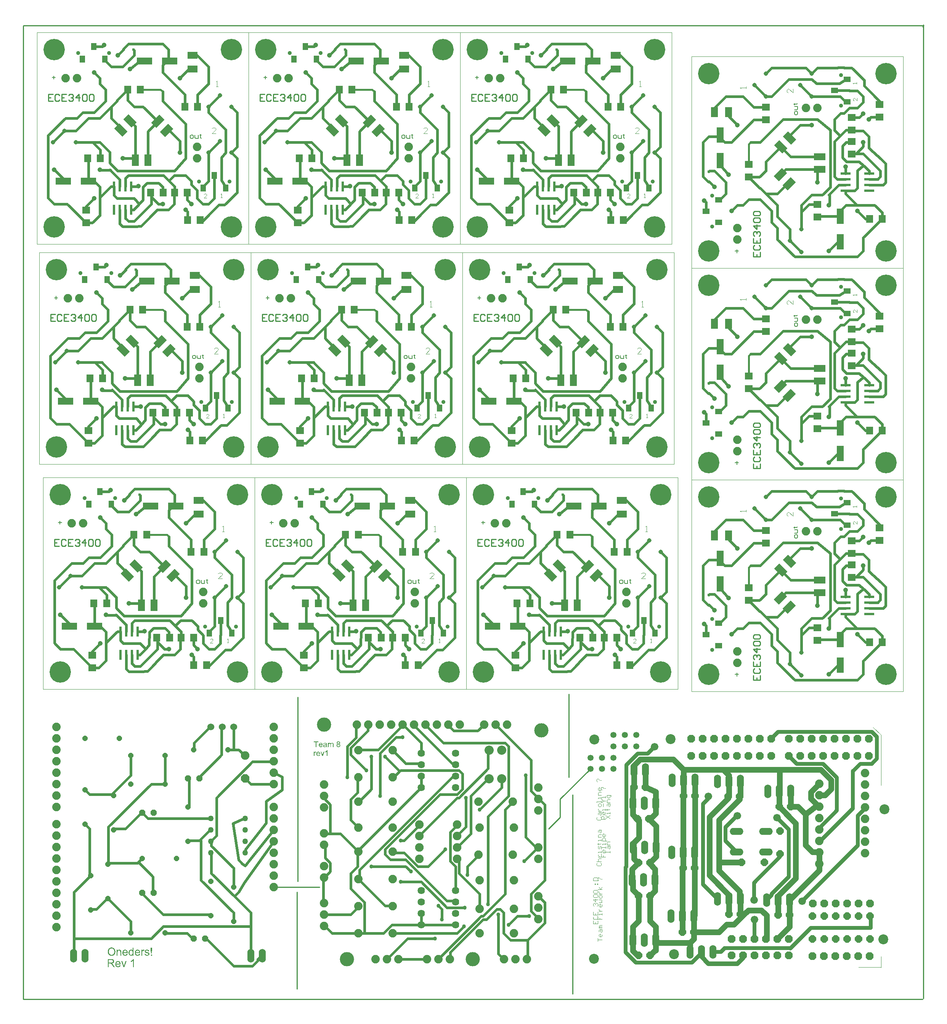
<source format=gtl>
G04 Layer_Physical_Order=1*
G04 Layer_Color=255*
%FSLAX43Y43*%
%MOMM*%
G71*
G01*
G75*
%ADD10R,1.600X1.803*%
%ADD11R,3.500X1.600*%
%ADD12R,1.600X1.800*%
G04:AMPARAMS|DCode=13|XSize=1.6mm|YSize=2.6mm|CornerRadius=0mm|HoleSize=0mm|Usage=FLASHONLY|Rotation=135.000|XOffset=0mm|YOffset=0mm|HoleType=Round|Shape=Rectangle|*
%AMROTATEDRECTD13*
4,1,4,1.485,0.354,-0.354,-1.485,-1.485,-0.354,0.354,1.485,1.485,0.354,0.0*
%
%ADD13ROTATEDRECTD13*%

%ADD14R,1.600X2.600*%
G04:AMPARAMS|DCode=15|XSize=1.6mm|YSize=2.6mm|CornerRadius=0mm|HoleSize=0mm|Usage=FLASHONLY|Rotation=225.000|XOffset=0mm|YOffset=0mm|HoleType=Round|Shape=Rectangle|*
%AMROTATEDRECTD15*
4,1,4,-0.354,1.485,1.485,-0.354,0.354,-1.485,-1.485,0.354,-0.354,1.485,0.0*
%
%ADD15ROTATEDRECTD15*%

%ADD16R,1.200X1.600*%
%ADD17R,2.200X1.500*%
%ADD18R,0.600X0.600*%
%ADD19R,1.800X1.600*%
%ADD20R,0.600X2.200*%
%ADD21R,1.803X1.600*%
%ADD22R,1.600X3.500*%
%ADD23R,2.600X1.600*%
%ADD24R,1.600X1.200*%
%ADD25R,1.500X2.200*%
%ADD26R,0.600X0.600*%
%ADD27R,2.200X0.600*%
%ADD28C,0.610*%
%ADD29C,0.406*%
%ADD30C,0.152*%
%ADD31C,0.254*%
%ADD32C,0.813*%
%ADD33C,1.270*%
%ADD34C,0.305*%
%ADD35C,1.016*%
%ADD36C,0.069*%
%ADD37C,0.104*%
%ADD38C,0.162*%
%ADD39C,0.227*%
%ADD40C,0.078*%
%ADD41C,0.000*%
%ADD42C,1.880*%
%ADD43C,0.900*%
%ADD44C,0.975*%
%ADD45C,4.750*%
%ADD46C,1.676*%
%ADD47O,1.524X3.048*%
%ADD48P,1.757X8X22.5*%
%ADD49P,1.757X8X112.5*%
%ADD50O,3.048X1.524*%
%ADD51P,1.863X8X112.5*%
%ADD52C,2.200*%
%ADD53C,1.626*%
%ADD54C,1.905*%
%ADD55C,2.032*%
%ADD56C,3.175*%
%ADD57P,1.278X8X292.5*%
%ADD58P,1.278X8X22.5*%
%ADD59C,1.524*%
%ADD60C,1.270*%
%ADD61P,1.491X8X22.5*%
%ADD62P,1.997X8X292.5*%
%ADD63C,1.056*%
%ADD64C,1.350*%
%ADD65C,0.864*%
G36*
X877854Y560233D02*
X877874Y560230D01*
X877899Y560225D01*
X877927Y560220D01*
X877961Y560212D01*
X877991Y560205D01*
X878027Y560192D01*
X878060Y560179D01*
X878096Y560161D01*
X878132Y560141D01*
X878167Y560118D01*
X878200Y560090D01*
X878231Y560059D01*
X878234Y560057D01*
X878239Y560052D01*
X878246Y560041D01*
X878256Y560026D01*
X878269Y560008D01*
X878282Y559988D01*
X878297Y559962D01*
X878313Y559932D01*
X878328Y559899D01*
X878343Y559863D01*
X878356Y559822D01*
X878369Y559779D01*
X878379Y559730D01*
X878387Y559679D01*
X878392Y559626D01*
X878394Y559567D01*
Y559565D01*
Y559554D01*
Y559536D01*
X878392Y559511D01*
X877435D01*
Y559508D01*
Y559501D01*
X877438Y559491D01*
Y559475D01*
X877440Y559457D01*
X877445Y559437D01*
X877453Y559391D01*
X877468Y559340D01*
X877489Y559284D01*
X877517Y559233D01*
X877553Y559187D01*
X877555D01*
X877558Y559182D01*
X877573Y559169D01*
X877596Y559151D01*
X877627Y559134D01*
X877667Y559113D01*
X877713Y559095D01*
X877764Y559083D01*
X877792Y559080D01*
X877823Y559077D01*
X877843D01*
X877866Y559080D01*
X877894Y559085D01*
X877925Y559093D01*
X877961Y559103D01*
X877994Y559118D01*
X878027Y559139D01*
X878029Y559141D01*
X878042Y559151D01*
X878058Y559167D01*
X878075Y559187D01*
X878096Y559215D01*
X878119Y559251D01*
X878142Y559292D01*
X878162Y559340D01*
X878387Y559312D01*
Y559310D01*
X878384Y559304D01*
X878381Y559294D01*
X878376Y559279D01*
X878369Y559264D01*
X878361Y559243D01*
X878341Y559200D01*
X878315Y559151D01*
X878279Y559100D01*
X878239Y559052D01*
X878188Y559006D01*
X878185D01*
X878180Y559001D01*
X878172Y558996D01*
X878162Y558988D01*
X878147Y558981D01*
X878132Y558973D01*
X878111Y558963D01*
X878088Y558953D01*
X878063Y558942D01*
X878037Y558932D01*
X877973Y558917D01*
X877902Y558904D01*
X877823Y558899D01*
X877795D01*
X877777Y558901D01*
X877754Y558904D01*
X877726Y558909D01*
X877695Y558914D01*
X877662Y558919D01*
X877591Y558940D01*
X877553Y558955D01*
X877517Y558970D01*
X877479Y558991D01*
X877443Y559014D01*
X877410Y559039D01*
X877377Y559070D01*
X877374Y559072D01*
X877369Y559077D01*
X877361Y559088D01*
X877351Y559103D01*
X877338Y559121D01*
X877326Y559141D01*
X877310Y559167D01*
X877295Y559195D01*
X877280Y559228D01*
X877264Y559264D01*
X877252Y559304D01*
X877239Y559348D01*
X877229Y559394D01*
X877221Y559445D01*
X877216Y559498D01*
X877213Y559554D01*
Y559557D01*
Y559570D01*
Y559585D01*
X877216Y559608D01*
X877219Y559636D01*
X877221Y559667D01*
X877226Y559702D01*
X877234Y559738D01*
X877254Y559820D01*
X877267Y559860D01*
X877282Y559904D01*
X877303Y559945D01*
X877326Y559983D01*
X877351Y560021D01*
X877379Y560057D01*
X877382Y560059D01*
X877387Y560064D01*
X877397Y560072D01*
X877410Y560085D01*
X877425Y560098D01*
X877445Y560113D01*
X877468Y560131D01*
X877497Y560146D01*
X877525Y560164D01*
X877558Y560179D01*
X877593Y560194D01*
X877632Y560207D01*
X877672Y560220D01*
X877716Y560228D01*
X877762Y560233D01*
X877810Y560235D01*
X877836D01*
X877854Y560233D01*
D02*
G37*
G36*
X881271Y561467D02*
X881069D01*
Y561628D01*
X881067Y561625D01*
X881064Y561620D01*
X881057Y561610D01*
X881046Y561597D01*
X881034Y561584D01*
X881018Y561569D01*
X881000Y561551D01*
X880977Y561533D01*
X880955Y561515D01*
X880929Y561498D01*
X880898Y561482D01*
X880865Y561470D01*
X880832Y561457D01*
X880794Y561447D01*
X880753Y561442D01*
X880710Y561439D01*
X880694D01*
X880684Y561442D01*
X880654Y561444D01*
X880618Y561449D01*
X880575Y561459D01*
X880526Y561475D01*
X880478Y561495D01*
X880429Y561523D01*
X880427D01*
X880424Y561528D01*
X880409Y561538D01*
X880386Y561559D01*
X880358Y561584D01*
X880325Y561617D01*
X880292Y561658D01*
X880258Y561704D01*
X880230Y561758D01*
Y561760D01*
X880228Y561765D01*
X880225Y561773D01*
X880220Y561783D01*
X880215Y561799D01*
X880207Y561816D01*
X880202Y561834D01*
X880197Y561857D01*
X880184Y561908D01*
X880172Y561967D01*
X880164Y562033D01*
X880161Y562105D01*
Y562107D01*
Y562112D01*
Y562122D01*
Y562138D01*
X880164Y562153D01*
Y562173D01*
X880169Y562219D01*
X880177Y562273D01*
X880190Y562331D01*
X880205Y562393D01*
X880225Y562451D01*
Y562454D01*
X880228Y562459D01*
X880233Y562467D01*
X880238Y562477D01*
X880253Y562505D01*
X880274Y562541D01*
X880299Y562579D01*
X880332Y562617D01*
X880371Y562658D01*
X880416Y562691D01*
X880419D01*
X880422Y562694D01*
X880429Y562699D01*
X880439Y562704D01*
X880465Y562717D01*
X880501Y562734D01*
X880541Y562750D01*
X880590Y562762D01*
X880643Y562773D01*
X880700Y562775D01*
X880720D01*
X880740Y562773D01*
X880768Y562770D01*
X880802Y562762D01*
X880837Y562755D01*
X880873Y562742D01*
X880906Y562724D01*
X880911Y562722D01*
X880921Y562717D01*
X880937Y562704D01*
X880957Y562691D01*
X880983Y562673D01*
X881006Y562650D01*
X881031Y562627D01*
X881054Y562599D01*
Y563232D01*
X881271D01*
Y561467D01*
D02*
G37*
G36*
X878139Y562773D02*
X878167Y562770D01*
X878200Y562765D01*
X878236Y562757D01*
X878274Y562747D01*
X878310Y562732D01*
X878315Y562729D01*
X878325Y562724D01*
X878343Y562717D01*
X878364Y562704D01*
X878389Y562689D01*
X878412Y562668D01*
X878435Y562648D01*
X878455Y562622D01*
X878458Y562620D01*
X878463Y562609D01*
X878471Y562597D01*
X878483Y562579D01*
X878494Y562553D01*
X878504Y562528D01*
X878517Y562497D01*
X878524Y562464D01*
Y562462D01*
X878527Y562451D01*
X878529Y562436D01*
X878532Y562416D01*
Y562385D01*
X878534Y562349D01*
X878537Y562306D01*
Y562252D01*
Y561467D01*
X878320D01*
Y562242D01*
Y562245D01*
Y562247D01*
Y562265D01*
Y562288D01*
X878318Y562316D01*
X878315Y562349D01*
X878310Y562383D01*
X878302Y562413D01*
X878295Y562441D01*
Y562444D01*
X878290Y562451D01*
X878282Y562464D01*
X878274Y562479D01*
X878262Y562495D01*
X878246Y562513D01*
X878226Y562530D01*
X878203Y562546D01*
X878200Y562548D01*
X878193Y562553D01*
X878177Y562558D01*
X878160Y562566D01*
X878139Y562574D01*
X878114Y562581D01*
X878083Y562584D01*
X878052Y562587D01*
X878040D01*
X878029Y562584D01*
X878004Y562581D01*
X877971Y562576D01*
X877935Y562564D01*
X877894Y562548D01*
X877854Y562528D01*
X877815Y562497D01*
X877810Y562492D01*
X877800Y562479D01*
X877792Y562469D01*
X877785Y562456D01*
X877774Y562441D01*
X877767Y562423D01*
X877757Y562403D01*
X877746Y562377D01*
X877739Y562349D01*
X877731Y562319D01*
X877726Y562286D01*
X877721Y562250D01*
X877716Y562207D01*
Y562163D01*
Y561467D01*
X877499D01*
Y562747D01*
X877693D01*
Y562564D01*
X877695Y562566D01*
X877701Y562574D01*
X877708Y562584D01*
X877718Y562597D01*
X877734Y562612D01*
X877752Y562630D01*
X877772Y562650D01*
X877797Y562671D01*
X877823Y562689D01*
X877854Y562709D01*
X877887Y562727D01*
X877922Y562742D01*
X877963Y562755D01*
X878004Y562765D01*
X878050Y562773D01*
X878098Y562775D01*
X878119D01*
X878139Y562773D01*
D02*
G37*
G36*
X879213Y558927D02*
X879006D01*
X878524Y560207D01*
X878754D01*
X879029Y559440D01*
Y559437D01*
X879032Y559435D01*
X879034Y559427D01*
X879037Y559419D01*
X879044Y559394D01*
X879055Y559361D01*
X879067Y559322D01*
X879083Y559279D01*
X879095Y559230D01*
X879111Y559182D01*
X879113Y559187D01*
X879116Y559200D01*
X879124Y559220D01*
X879131Y559251D01*
X879144Y559284D01*
X879157Y559327D01*
X879174Y559373D01*
X879192Y559424D01*
X879475Y560207D01*
X879700D01*
X879213Y558927D01*
D02*
G37*
G36*
X881335D02*
X881118D01*
Y560307D01*
X881115Y560304D01*
X881102Y560294D01*
X881087Y560279D01*
X881062Y560261D01*
X881034Y560238D01*
X880998Y560212D01*
X880957Y560184D01*
X880911Y560156D01*
X880909D01*
X880906Y560154D01*
X880891Y560143D01*
X880865Y560131D01*
X880835Y560115D01*
X880799Y560098D01*
X880761Y560080D01*
X880722Y560062D01*
X880684Y560047D01*
Y560256D01*
X880687D01*
X880692Y560261D01*
X880702Y560263D01*
X880715Y560271D01*
X880730Y560279D01*
X880748Y560289D01*
X880791Y560314D01*
X880842Y560342D01*
X880893Y560378D01*
X880947Y560419D01*
X881000Y560462D01*
X881003Y560465D01*
X881006Y560467D01*
X881013Y560475D01*
X881023Y560483D01*
X881046Y560508D01*
X881077Y560539D01*
X881108Y560574D01*
X881141Y560615D01*
X881169Y560656D01*
X881194Y560699D01*
X881335D01*
Y558927D01*
D02*
G37*
G36*
X876377Y560689D02*
X876400D01*
X876453Y560687D01*
X876510Y560679D01*
X876571Y560671D01*
X876627Y560659D01*
X876655Y560651D01*
X876678Y560643D01*
X876680D01*
X876683Y560641D01*
X876698Y560633D01*
X876721Y560623D01*
X876749Y560605D01*
X876780Y560582D01*
X876813Y560551D01*
X876844Y560516D01*
X876874Y560475D01*
Y560472D01*
X876877Y560470D01*
X876887Y560455D01*
X876897Y560429D01*
X876913Y560396D01*
X876925Y560358D01*
X876938Y560312D01*
X876946Y560263D01*
X876948Y560210D01*
Y560207D01*
Y560202D01*
Y560192D01*
X876946Y560179D01*
Y560161D01*
X876943Y560143D01*
X876933Y560100D01*
X876918Y560049D01*
X876897Y559996D01*
X876867Y559942D01*
X876846Y559916D01*
X876826Y559891D01*
X876823Y559888D01*
X876821Y559886D01*
X876813Y559878D01*
X876803Y559871D01*
X876790Y559860D01*
X876775Y559850D01*
X876754Y559837D01*
X876734Y559822D01*
X876708Y559809D01*
X876680Y559797D01*
X876650Y559781D01*
X876617Y559769D01*
X876578Y559758D01*
X876540Y559746D01*
X876497Y559738D01*
X876451Y559730D01*
X876456Y559728D01*
X876466Y559723D01*
X876482Y559712D01*
X876502Y559702D01*
X876548Y559674D01*
X876571Y559656D01*
X876591Y559641D01*
X876596Y559636D01*
X876609Y559623D01*
X876629Y559603D01*
X876655Y559577D01*
X876683Y559542D01*
X876716Y559503D01*
X876749Y559457D01*
X876785Y559406D01*
X877089Y558927D01*
X876798D01*
X876566Y559294D01*
Y559297D01*
X876561Y559302D01*
X876555Y559310D01*
X876548Y559320D01*
X876530Y559348D01*
X876507Y559383D01*
X876479Y559422D01*
X876451Y559463D01*
X876423Y559501D01*
X876397Y559536D01*
X876395Y559539D01*
X876387Y559549D01*
X876374Y559565D01*
X876357Y559582D01*
X876318Y559621D01*
X876298Y559638D01*
X876278Y559654D01*
X876275Y559656D01*
X876270Y559659D01*
X876260Y559664D01*
X876244Y559672D01*
X876229Y559679D01*
X876211Y559687D01*
X876170Y559700D01*
X876168D01*
X876163Y559702D01*
X876153D01*
X876140Y559705D01*
X876122Y559707D01*
X876102D01*
X876074Y559710D01*
X875773D01*
Y558927D01*
X875538D01*
Y560692D01*
X876357D01*
X876377Y560689D01*
D02*
G37*
G36*
X883497Y562773D02*
X883525Y562768D01*
X883558Y562757D01*
X883594Y562745D01*
X883635Y562727D01*
X883678Y562704D01*
X883599Y562505D01*
X883596Y562507D01*
X883586Y562513D01*
X883571Y562520D01*
X883551Y562528D01*
X883528Y562536D01*
X883500Y562543D01*
X883472Y562548D01*
X883443Y562551D01*
X883431D01*
X883418Y562548D01*
X883400Y562546D01*
X883382Y562541D01*
X883359Y562533D01*
X883336Y562523D01*
X883316Y562507D01*
X883313Y562505D01*
X883306Y562500D01*
X883298Y562490D01*
X883285Y562477D01*
X883273Y562459D01*
X883260Y562439D01*
X883247Y562416D01*
X883237Y562388D01*
X883234Y562383D01*
X883232Y562367D01*
X883227Y562344D01*
X883219Y562314D01*
X883211Y562275D01*
X883206Y562232D01*
X883204Y562186D01*
X883201Y562135D01*
Y561467D01*
X882984D01*
Y562747D01*
X883181D01*
Y562553D01*
X883183Y562556D01*
X883194Y562574D01*
X883206Y562597D01*
X883227Y562625D01*
X883247Y562653D01*
X883270Y562683D01*
X883293Y562709D01*
X883316Y562729D01*
X883319Y562732D01*
X883326Y562737D01*
X883341Y562745D01*
X883357Y562752D01*
X883377Y562760D01*
X883403Y562768D01*
X883428Y562773D01*
X883456Y562775D01*
X883474D01*
X883497Y562773D01*
D02*
G37*
G36*
X882181D02*
X882202Y562770D01*
X882227Y562765D01*
X882255Y562760D01*
X882288Y562752D01*
X882319Y562745D01*
X882355Y562732D01*
X882388Y562719D01*
X882423Y562701D01*
X882459Y562681D01*
X882495Y562658D01*
X882528Y562630D01*
X882559Y562599D01*
X882561Y562597D01*
X882566Y562592D01*
X882574Y562581D01*
X882584Y562566D01*
X882597Y562548D01*
X882610Y562528D01*
X882625Y562502D01*
X882640Y562472D01*
X882656Y562439D01*
X882671Y562403D01*
X882684Y562362D01*
X882696Y562319D01*
X882706Y562270D01*
X882714Y562219D01*
X882719Y562166D01*
X882722Y562107D01*
Y562105D01*
Y562094D01*
Y562076D01*
X882719Y562051D01*
X881763D01*
Y562048D01*
Y562041D01*
X881766Y562031D01*
Y562015D01*
X881768Y561997D01*
X881773Y561977D01*
X881781Y561931D01*
X881796Y561880D01*
X881816Y561824D01*
X881845Y561773D01*
X881880Y561727D01*
X881883D01*
X881885Y561722D01*
X881901Y561709D01*
X881924Y561691D01*
X881954Y561674D01*
X881995Y561653D01*
X882041Y561635D01*
X882092Y561623D01*
X882120Y561620D01*
X882151Y561617D01*
X882171D01*
X882194Y561620D01*
X882222Y561625D01*
X882253Y561633D01*
X882288Y561643D01*
X882321Y561658D01*
X882355Y561679D01*
X882357Y561681D01*
X882370Y561691D01*
X882385Y561707D01*
X882403Y561727D01*
X882423Y561755D01*
X882446Y561791D01*
X882469Y561832D01*
X882490Y561880D01*
X882714Y561852D01*
Y561850D01*
X882712Y561844D01*
X882709Y561834D01*
X882704Y561819D01*
X882696Y561804D01*
X882689Y561783D01*
X882668Y561740D01*
X882643Y561691D01*
X882607Y561640D01*
X882566Y561592D01*
X882515Y561546D01*
X882513D01*
X882508Y561541D01*
X882500Y561536D01*
X882490Y561528D01*
X882474Y561521D01*
X882459Y561513D01*
X882439Y561503D01*
X882416Y561492D01*
X882390Y561482D01*
X882365Y561472D01*
X882301Y561457D01*
X882230Y561444D01*
X882151Y561439D01*
X882122D01*
X882105Y561442D01*
X882082Y561444D01*
X882054Y561449D01*
X882023Y561454D01*
X881990Y561459D01*
X881919Y561480D01*
X881880Y561495D01*
X881845Y561510D01*
X881806Y561531D01*
X881771Y561554D01*
X881737Y561579D01*
X881704Y561610D01*
X881702Y561612D01*
X881697Y561617D01*
X881689Y561628D01*
X881679Y561643D01*
X881666Y561661D01*
X881653Y561681D01*
X881638Y561707D01*
X881623Y561735D01*
X881607Y561768D01*
X881592Y561804D01*
X881579Y561844D01*
X881567Y561888D01*
X881556Y561934D01*
X881549Y561985D01*
X881544Y562038D01*
X881541Y562094D01*
Y562097D01*
Y562110D01*
Y562125D01*
X881544Y562148D01*
X881546Y562176D01*
X881549Y562207D01*
X881554Y562242D01*
X881561Y562278D01*
X881582Y562360D01*
X881595Y562400D01*
X881610Y562444D01*
X881630Y562484D01*
X881653Y562523D01*
X881679Y562561D01*
X881707Y562597D01*
X881709Y562599D01*
X881714Y562604D01*
X881725Y562612D01*
X881737Y562625D01*
X881753Y562638D01*
X881773Y562653D01*
X881796Y562671D01*
X881824Y562686D01*
X881852Y562704D01*
X881885Y562719D01*
X881921Y562734D01*
X881959Y562747D01*
X882000Y562760D01*
X882043Y562768D01*
X882089Y562773D01*
X882138Y562775D01*
X882163D01*
X882181Y562773D01*
D02*
G37*
G36*
X879437D02*
X879458Y562770D01*
X879483Y562765D01*
X879511Y562760D01*
X879544Y562752D01*
X879575Y562745D01*
X879611Y562732D01*
X879644Y562719D01*
X879679Y562701D01*
X879715Y562681D01*
X879751Y562658D01*
X879784Y562630D01*
X879815Y562599D01*
X879817Y562597D01*
X879822Y562592D01*
X879830Y562581D01*
X879840Y562566D01*
X879853Y562548D01*
X879866Y562528D01*
X879881Y562502D01*
X879896Y562472D01*
X879911Y562439D01*
X879927Y562403D01*
X879940Y562362D01*
X879952Y562319D01*
X879963Y562270D01*
X879970Y562219D01*
X879975Y562166D01*
X879978Y562107D01*
Y562105D01*
Y562094D01*
Y562076D01*
X879975Y562051D01*
X879019D01*
Y562048D01*
Y562041D01*
X879022Y562031D01*
Y562015D01*
X879024Y561997D01*
X879029Y561977D01*
X879037Y561931D01*
X879052Y561880D01*
X879073Y561824D01*
X879101Y561773D01*
X879136Y561727D01*
X879139D01*
X879141Y561722D01*
X879157Y561709D01*
X879180Y561691D01*
X879210Y561674D01*
X879251Y561653D01*
X879297Y561635D01*
X879348Y561623D01*
X879376Y561620D01*
X879407Y561617D01*
X879427D01*
X879450Y561620D01*
X879478Y561625D01*
X879509Y561633D01*
X879544Y561643D01*
X879577Y561658D01*
X879611Y561679D01*
X879613Y561681D01*
X879626Y561691D01*
X879641Y561707D01*
X879659Y561727D01*
X879679Y561755D01*
X879702Y561791D01*
X879725Y561832D01*
X879746Y561880D01*
X879970Y561852D01*
Y561850D01*
X879968Y561844D01*
X879965Y561834D01*
X879960Y561819D01*
X879952Y561804D01*
X879945Y561783D01*
X879924Y561740D01*
X879899Y561691D01*
X879863Y561640D01*
X879822Y561592D01*
X879771Y561546D01*
X879769D01*
X879764Y561541D01*
X879756Y561536D01*
X879746Y561528D01*
X879730Y561521D01*
X879715Y561513D01*
X879695Y561503D01*
X879672Y561492D01*
X879646Y561482D01*
X879621Y561472D01*
X879557Y561457D01*
X879486Y561444D01*
X879407Y561439D01*
X879379D01*
X879361Y561442D01*
X879338Y561444D01*
X879310Y561449D01*
X879279Y561454D01*
X879246Y561459D01*
X879174Y561480D01*
X879136Y561495D01*
X879101Y561510D01*
X879062Y561531D01*
X879027Y561554D01*
X878993Y561579D01*
X878960Y561610D01*
X878958Y561612D01*
X878953Y561617D01*
X878945Y561628D01*
X878935Y561643D01*
X878922Y561661D01*
X878909Y561681D01*
X878894Y561707D01*
X878879Y561735D01*
X878863Y561768D01*
X878848Y561804D01*
X878835Y561844D01*
X878823Y561888D01*
X878812Y561934D01*
X878805Y561985D01*
X878800Y562038D01*
X878797Y562094D01*
Y562097D01*
Y562110D01*
Y562125D01*
X878800Y562148D01*
X878802Y562176D01*
X878805Y562207D01*
X878810Y562242D01*
X878818Y562278D01*
X878838Y562360D01*
X878851Y562400D01*
X878866Y562444D01*
X878886Y562484D01*
X878909Y562523D01*
X878935Y562561D01*
X878963Y562597D01*
X878965Y562599D01*
X878971Y562604D01*
X878981Y562612D01*
X878993Y562625D01*
X879009Y562638D01*
X879029Y562653D01*
X879052Y562671D01*
X879080Y562686D01*
X879108Y562704D01*
X879141Y562719D01*
X879177Y562734D01*
X879215Y562747D01*
X879256Y562760D01*
X879299Y562768D01*
X879345Y562773D01*
X879394Y562775D01*
X879419D01*
X879437Y562773D01*
D02*
G37*
G36*
X876423Y563260D02*
X876446D01*
X876469Y563257D01*
X876499Y563252D01*
X876530Y563247D01*
X876596Y563234D01*
X876673Y563214D01*
X876747Y563183D01*
X876785Y563165D01*
X876823Y563145D01*
X876826Y563142D01*
X876831Y563140D01*
X876841Y563132D01*
X876856Y563125D01*
X876872Y563112D01*
X876892Y563097D01*
X876935Y563061D01*
X876981Y563015D01*
X877032Y562959D01*
X877081Y562893D01*
X877122Y562819D01*
Y562816D01*
X877127Y562808D01*
X877132Y562798D01*
X877137Y562783D01*
X877147Y562762D01*
X877155Y562740D01*
X877165Y562711D01*
X877175Y562681D01*
X877183Y562648D01*
X877193Y562612D01*
X877203Y562571D01*
X877211Y562530D01*
X877221Y562441D01*
X877226Y562344D01*
Y562342D01*
Y562331D01*
Y562319D01*
X877224Y562298D01*
Y562275D01*
X877221Y562247D01*
X877216Y562217D01*
X877213Y562184D01*
X877201Y562110D01*
X877180Y562028D01*
X877152Y561946D01*
X877137Y561906D01*
X877117Y561865D01*
Y561862D01*
X877111Y561855D01*
X877106Y561844D01*
X877096Y561829D01*
X877086Y561811D01*
X877073Y561793D01*
X877037Y561745D01*
X876994Y561694D01*
X876943Y561640D01*
X876882Y561589D01*
X876811Y561544D01*
X876808D01*
X876803Y561538D01*
X876790Y561533D01*
X876775Y561526D01*
X876757Y561518D01*
X876737Y561510D01*
X876711Y561500D01*
X876683Y561490D01*
X876652Y561480D01*
X876619Y561470D01*
X876545Y561454D01*
X876466Y561442D01*
X876382Y561436D01*
X876357D01*
X876341Y561439D01*
X876318D01*
X876293Y561444D01*
X876265Y561447D01*
X876232Y561452D01*
X876163Y561467D01*
X876089Y561487D01*
X876012Y561518D01*
X875974Y561536D01*
X875936Y561556D01*
X875933Y561559D01*
X875928Y561561D01*
X875918Y561569D01*
X875903Y561579D01*
X875887Y561589D01*
X875870Y561605D01*
X875826Y561643D01*
X875778Y561689D01*
X875727Y561745D01*
X875681Y561809D01*
X875637Y561883D01*
Y561885D01*
X875632Y561893D01*
X875627Y561903D01*
X875622Y561918D01*
X875615Y561939D01*
X875607Y561962D01*
X875597Y561987D01*
X875589Y562015D01*
X875579Y562048D01*
X875569Y562082D01*
X875553Y562158D01*
X875543Y562237D01*
X875538Y562324D01*
Y562326D01*
Y562329D01*
Y562344D01*
X875541Y562367D01*
Y562398D01*
X875546Y562434D01*
X875551Y562477D01*
X875558Y562525D01*
X875569Y562576D01*
X875579Y562630D01*
X875594Y562686D01*
X875615Y562742D01*
X875637Y562801D01*
X875663Y562857D01*
X875696Y562913D01*
X875732Y562964D01*
X875773Y563012D01*
X875775Y563015D01*
X875783Y563023D01*
X875798Y563035D01*
X875816Y563051D01*
X875839Y563071D01*
X875867Y563091D01*
X875900Y563114D01*
X875938Y563137D01*
X875979Y563160D01*
X876025Y563183D01*
X876076Y563204D01*
X876130Y563224D01*
X876188Y563239D01*
X876250Y563252D01*
X876313Y563260D01*
X876382Y563262D01*
X876405D01*
X876423Y563260D01*
D02*
G37*
G36*
X884280Y562773D02*
X884318Y562770D01*
X884359Y562765D01*
X884402Y562755D01*
X884448Y562745D01*
X884492Y562729D01*
X884494D01*
X884497Y562727D01*
X884509Y562722D01*
X884530Y562711D01*
X884555Y562699D01*
X884583Y562681D01*
X884611Y562660D01*
X884637Y562638D01*
X884660Y562612D01*
X884662Y562609D01*
X884668Y562599D01*
X884678Y562581D01*
X884690Y562561D01*
X884703Y562530D01*
X884716Y562497D01*
X884726Y562459D01*
X884736Y562416D01*
X884525Y562388D01*
Y562393D01*
X884522Y562403D01*
X884517Y562421D01*
X884509Y562444D01*
X884497Y562467D01*
X884481Y562492D01*
X884464Y562518D01*
X884438Y562541D01*
X884435Y562543D01*
X884425Y562548D01*
X884410Y562558D01*
X884387Y562569D01*
X884362Y562579D01*
X884328Y562589D01*
X884288Y562594D01*
X884244Y562597D01*
X884219D01*
X884193Y562594D01*
X884160Y562592D01*
X884127Y562584D01*
X884091Y562576D01*
X884058Y562564D01*
X884030Y562546D01*
X884027Y562543D01*
X884020Y562538D01*
X884010Y562528D01*
X883999Y562513D01*
X883987Y562497D01*
X883977Y562477D01*
X883969Y562454D01*
X883966Y562431D01*
Y562428D01*
Y562423D01*
X883969Y562416D01*
Y562405D01*
X883977Y562380D01*
X883992Y562354D01*
X883994Y562352D01*
X883997Y562349D01*
X884002Y562342D01*
X884012Y562334D01*
X884022Y562326D01*
X884038Y562316D01*
X884056Y562309D01*
X884076Y562298D01*
X884078D01*
X884084Y562296D01*
X884094Y562293D01*
X884112Y562286D01*
X884137Y562278D01*
X884170Y562270D01*
X884191Y562263D01*
X884214Y562258D01*
X884239Y562250D01*
X884267Y562242D01*
X884270D01*
X884277Y562240D01*
X884290Y562237D01*
X884305Y562232D01*
X884323Y562227D01*
X884346Y562222D01*
X884395Y562207D01*
X884448Y562191D01*
X884502Y562173D01*
X884550Y562156D01*
X884571Y562148D01*
X884589Y562140D01*
X884594Y562138D01*
X884604Y562133D01*
X884619Y562125D01*
X884642Y562112D01*
X884665Y562097D01*
X884688Y562076D01*
X884711Y562054D01*
X884731Y562028D01*
X884734Y562026D01*
X884739Y562015D01*
X884749Y562000D01*
X884759Y561977D01*
X884767Y561949D01*
X884777Y561918D01*
X884782Y561883D01*
X884785Y561842D01*
Y561837D01*
Y561824D01*
X884782Y561804D01*
X884777Y561776D01*
X884770Y561745D01*
X884757Y561712D01*
X884742Y561674D01*
X884721Y561638D01*
X884719Y561633D01*
X884708Y561623D01*
X884696Y561605D01*
X884675Y561584D01*
X884647Y561561D01*
X884617Y561536D01*
X884581Y561513D01*
X884538Y561490D01*
X884535D01*
X884532Y561487D01*
X884517Y561482D01*
X884492Y561475D01*
X884458Y561464D01*
X884418Y561454D01*
X884372Y561447D01*
X884323Y561442D01*
X884267Y561439D01*
X884244D01*
X884226Y561442D01*
X884206D01*
X884180Y561444D01*
X884155Y561447D01*
X884127Y561452D01*
X884066Y561464D01*
X884002Y561482D01*
X883941Y561508D01*
X883913Y561523D01*
X883887Y561541D01*
X883885Y561544D01*
X883882Y561546D01*
X883867Y561561D01*
X883844Y561584D01*
X883818Y561620D01*
X883790Y561663D01*
X883762Y561714D01*
X883739Y561778D01*
X883721Y561850D01*
X883936Y561883D01*
Y561880D01*
Y561878D01*
X883941Y561862D01*
X883946Y561837D01*
X883956Y561809D01*
X883969Y561778D01*
X883984Y561745D01*
X884007Y561712D01*
X884035Y561684D01*
X884040Y561681D01*
X884050Y561674D01*
X884071Y561663D01*
X884096Y561651D01*
X884130Y561638D01*
X884168Y561628D01*
X884214Y561620D01*
X884267Y561617D01*
X884293D01*
X884318Y561620D01*
X884351Y561625D01*
X884387Y561633D01*
X884425Y561643D01*
X884458Y561656D01*
X884489Y561676D01*
X884492Y561679D01*
X884502Y561686D01*
X884512Y561699D01*
X884527Y561717D01*
X884540Y561737D01*
X884553Y561763D01*
X884560Y561788D01*
X884563Y561819D01*
Y561821D01*
Y561832D01*
X884560Y561844D01*
X884555Y561862D01*
X884548Y561880D01*
X884535Y561898D01*
X884520Y561918D01*
X884497Y561934D01*
X884494Y561936D01*
X884487Y561939D01*
X884474Y561946D01*
X884453Y561954D01*
X884423Y561964D01*
X884405Y561972D01*
X884385Y561977D01*
X884362Y561985D01*
X884336Y561992D01*
X884308Y562000D01*
X884275Y562008D01*
X884272D01*
X884265Y562010D01*
X884252Y562013D01*
X884237Y562018D01*
X884216Y562023D01*
X884193Y562031D01*
X884145Y562043D01*
X884089Y562061D01*
X884035Y562076D01*
X883984Y562094D01*
X883961Y562105D01*
X883943Y562112D01*
X883938Y562115D01*
X883928Y562120D01*
X883913Y562130D01*
X883892Y562143D01*
X883869Y562161D01*
X883846Y562181D01*
X883823Y562204D01*
X883803Y562232D01*
X883801Y562235D01*
X883795Y562245D01*
X883788Y562263D01*
X883780Y562283D01*
X883772Y562309D01*
X883765Y562339D01*
X883760Y562370D01*
X883757Y562405D01*
Y562411D01*
Y562421D01*
X883760Y562436D01*
X883762Y562459D01*
X883767Y562482D01*
X883772Y562510D01*
X883783Y562536D01*
X883795Y562564D01*
X883798Y562566D01*
X883803Y562576D01*
X883811Y562589D01*
X883823Y562607D01*
X883839Y562625D01*
X883857Y562648D01*
X883877Y562668D01*
X883903Y562686D01*
X883905Y562689D01*
X883913Y562691D01*
X883923Y562699D01*
X883938Y562706D01*
X883959Y562717D01*
X883982Y562727D01*
X884010Y562737D01*
X884040Y562747D01*
X884045Y562750D01*
X884056Y562752D01*
X884073Y562757D01*
X884096Y562762D01*
X884124Y562768D01*
X884155Y562770D01*
X884191Y562775D01*
X884252D01*
X884280Y562773D01*
D02*
G37*
G36*
X885359Y562839D02*
X885295Y561906D01*
X885157D01*
X885091Y562839D01*
Y563232D01*
X885359D01*
Y562839D01*
D02*
G37*
G36*
X885348Y561467D02*
X885101D01*
Y561714D01*
X885348D01*
Y561467D01*
D02*
G37*
G36*
X926783Y609022D02*
X926798Y609021D01*
X926814Y609019D01*
X926832Y609017D01*
X926851Y609011D01*
X926894Y609001D01*
X926938Y608984D01*
X926960Y608973D01*
X926982Y608961D01*
X927002Y608944D01*
X927022Y608928D01*
X927024Y608926D01*
X927025Y608924D01*
X927031Y608919D01*
X927038Y608911D01*
X927045Y608900D01*
X927055Y608889D01*
X927073Y608862D01*
X927091Y608828D01*
X927107Y608787D01*
X927120Y608742D01*
X927122Y608718D01*
X927124Y608693D01*
Y608691D01*
Y608689D01*
Y608678D01*
X927122Y608662D01*
X927118Y608642D01*
X927113Y608616D01*
X927104Y608591D01*
X927093Y608565D01*
X927076Y608540D01*
X927075Y608536D01*
X927067Y608529D01*
X927056Y608518D01*
X927042Y608503D01*
X927022Y608487D01*
X926998Y608471D01*
X926971Y608454D01*
X926938Y608440D01*
X926940D01*
X926943Y608438D01*
X926949Y608436D01*
X926956Y608432D01*
X926978Y608423D01*
X927004Y608410D01*
X927031Y608392D01*
X927060Y608372D01*
X927087Y608347D01*
X927113Y608318D01*
Y608316D01*
X927115Y608314D01*
X927122Y608303D01*
X927133Y608285D01*
X927144Y608261D01*
X927155Y608232D01*
X927166Y608197D01*
X927173Y608159D01*
X927175Y608117D01*
Y608115D01*
Y608110D01*
Y608101D01*
X927173Y608090D01*
X927171Y608077D01*
X927169Y608061D01*
X927166Y608043D01*
X927160Y608023D01*
X927147Y607981D01*
X927138Y607957D01*
X927126Y607935D01*
X927113Y607911D01*
X927098Y607890D01*
X927080Y607868D01*
X927060Y607846D01*
X927058Y607844D01*
X927055Y607840D01*
X927049Y607835D01*
X927040Y607830D01*
X927027Y607820D01*
X927015Y607811D01*
X926998Y607802D01*
X926980Y607791D01*
X926960Y607780D01*
X926936Y607771D01*
X926911Y607762D01*
X926885Y607753D01*
X926856Y607748D01*
X926825Y607742D01*
X926794Y607738D01*
X926760Y607737D01*
X926741D01*
X926729Y607738D01*
X926712Y607740D01*
X926694Y607742D01*
X926674Y607746D01*
X926652Y607751D01*
X926603Y607764D01*
X926577Y607773D01*
X926554Y607782D01*
X926528Y607795D01*
X926503Y607810D01*
X926479Y607826D01*
X926457Y607846D01*
X926455Y607848D01*
X926452Y607851D01*
X926446Y607857D01*
X926439Y607866D01*
X926432Y607877D01*
X926421Y607890D01*
X926412Y607904D01*
X926401Y607922D01*
X926390Y607941D01*
X926381Y607962D01*
X926363Y608008D01*
X926355Y608035D01*
X926350Y608063D01*
X926346Y608092D01*
X926344Y608121D01*
Y608123D01*
Y608126D01*
Y608134D01*
X926346Y608141D01*
Y608152D01*
X926348Y608165D01*
X926352Y608194D01*
X926359Y608227D01*
X926370Y608259D01*
X926386Y608294D01*
X926406Y608327D01*
Y608329D01*
X926410Y608330D01*
X926417Y608339D01*
X926432Y608354D01*
X926452Y608372D01*
X926477Y608390D01*
X926508Y608410D01*
X926543Y608427D01*
X926585Y608440D01*
X926583D01*
X926581Y608441D01*
X926576Y608443D01*
X926568Y608447D01*
X926552Y608454D01*
X926530Y608465D01*
X926506Y608480D01*
X926483Y608498D01*
X926461Y608518D01*
X926441Y608540D01*
X926439Y608543D01*
X926434Y608551D01*
X926426Y608565D01*
X926419Y608583D01*
X926410Y608607D01*
X926403Y608634D01*
X926397Y608665D01*
X926395Y608698D01*
Y608700D01*
Y608704D01*
Y608711D01*
X926397Y608722D01*
X926399Y608733D01*
X926401Y608747D01*
X926408Y608778D01*
X926419Y608815D01*
X926437Y608853D01*
X926448Y608873D01*
X926461Y608893D01*
X926477Y608911D01*
X926494Y608930D01*
X926495Y608931D01*
X926499Y608933D01*
X926505Y608939D01*
X926512Y608944D01*
X926521Y608951D01*
X926534Y608959D01*
X926548Y608968D01*
X926563Y608977D01*
X926581Y608986D01*
X926601Y608995D01*
X926623Y609002D01*
X926647Y609010D01*
X926698Y609021D01*
X926727Y609022D01*
X926756Y609024D01*
X926772D01*
X926783Y609022D01*
D02*
G37*
G36*
X922314Y606722D02*
X922329Y606721D01*
X922347Y606717D01*
X922367Y606713D01*
X922391Y606708D01*
X922412Y606702D01*
X922438Y606693D01*
X922462Y606684D01*
X922487Y606671D01*
X922513Y606657D01*
X922538Y606641D01*
X922562Y606620D01*
X922584Y606599D01*
X922585Y606597D01*
X922589Y606593D01*
X922594Y606586D01*
X922602Y606575D01*
X922611Y606562D01*
X922620Y606548D01*
X922631Y606529D01*
X922642Y606508D01*
X922653Y606484D01*
X922664Y606458D01*
X922673Y606429D01*
X922682Y606398D01*
X922689Y606364D01*
X922695Y606327D01*
X922698Y606289D01*
X922700Y606247D01*
Y606245D01*
Y606238D01*
Y606225D01*
X922698Y606207D01*
X922015D01*
Y606205D01*
Y606200D01*
X922017Y606193D01*
Y606182D01*
X922019Y606169D01*
X922023Y606154D01*
X922028Y606121D01*
X922039Y606085D01*
X922054Y606045D01*
X922074Y606009D01*
X922099Y605976D01*
X922101D01*
X922103Y605972D01*
X922114Y605963D01*
X922130Y605950D01*
X922152Y605938D01*
X922181Y605923D01*
X922214Y605910D01*
X922250Y605901D01*
X922270Y605899D01*
X922292Y605897D01*
X922307D01*
X922323Y605899D01*
X922343Y605903D01*
X922365Y605908D01*
X922391Y605916D01*
X922414Y605927D01*
X922438Y605941D01*
X922440Y605943D01*
X922449Y605950D01*
X922460Y605961D01*
X922472Y605976D01*
X922487Y605996D01*
X922503Y606021D01*
X922520Y606050D01*
X922534Y606085D01*
X922695Y606065D01*
Y606063D01*
X922693Y606060D01*
X922691Y606052D01*
X922687Y606041D01*
X922682Y606030D01*
X922676Y606016D01*
X922662Y605985D01*
X922644Y605950D01*
X922618Y605914D01*
X922589Y605879D01*
X922553Y605846D01*
X922551D01*
X922547Y605843D01*
X922542Y605839D01*
X922534Y605834D01*
X922523Y605828D01*
X922513Y605823D01*
X922498Y605815D01*
X922482Y605808D01*
X922463Y605801D01*
X922445Y605794D01*
X922400Y605783D01*
X922349Y605774D01*
X922292Y605770D01*
X922272D01*
X922259Y605772D01*
X922243Y605774D01*
X922223Y605777D01*
X922201Y605781D01*
X922177Y605785D01*
X922126Y605799D01*
X922099Y605810D01*
X922074Y605821D01*
X922046Y605836D01*
X922021Y605852D01*
X921997Y605870D01*
X921973Y605892D01*
X921972Y605894D01*
X921968Y605897D01*
X921963Y605905D01*
X921955Y605916D01*
X921946Y605928D01*
X921937Y605943D01*
X921926Y605961D01*
X921915Y605981D01*
X921904Y606005D01*
X921893Y606030D01*
X921884Y606060D01*
X921875Y606091D01*
X921868Y606123D01*
X921862Y606160D01*
X921859Y606198D01*
X921857Y606238D01*
Y606240D01*
Y606249D01*
Y606260D01*
X921859Y606276D01*
X921861Y606296D01*
X921862Y606318D01*
X921866Y606344D01*
X921872Y606369D01*
X921886Y606427D01*
X921895Y606457D01*
X921906Y606487D01*
X921921Y606517D01*
X921937Y606544D01*
X921955Y606571D01*
X921975Y606597D01*
X921977Y606599D01*
X921981Y606602D01*
X921988Y606608D01*
X921997Y606617D01*
X922008Y606626D01*
X922023Y606637D01*
X922039Y606650D01*
X922059Y606661D01*
X922079Y606673D01*
X922103Y606684D01*
X922128Y606695D01*
X922156Y606704D01*
X922185Y606713D01*
X922216Y606719D01*
X922248Y606722D01*
X922283Y606724D01*
X922301D01*
X922314Y606722D01*
D02*
G37*
G36*
X925410Y608691D02*
X925423D01*
X925436Y608689D01*
X925466Y608684D01*
X925499Y608675D01*
X925534Y608660D01*
X925568Y608642D01*
X925598Y608616D01*
X925601Y608613D01*
X925609Y608602D01*
X925621Y608585D01*
X925627Y608573D01*
X925634Y608560D01*
X925641Y608543D01*
X925647Y608527D01*
X925654Y608509D01*
X925660Y608487D01*
X925663Y608465D01*
X925667Y608440D01*
X925670Y608414D01*
Y608385D01*
Y607758D01*
X925516D01*
Y608332D01*
Y608334D01*
Y608336D01*
Y608347D01*
Y608363D01*
X925514Y608383D01*
X925512Y608405D01*
X925510Y608427D01*
X925507Y608449D01*
X925501Y608465D01*
Y608467D01*
X925497Y608472D01*
X925494Y608480D01*
X925488Y608489D01*
X925481Y608500D01*
X925472Y608511D01*
X925461Y608522D01*
X925446Y608532D01*
X925445Y608534D01*
X925439Y608536D01*
X925432Y608540D01*
X925419Y608545D01*
X925406Y608551D01*
X925390Y608554D01*
X925374Y608556D01*
X925354Y608558D01*
X925344D01*
X925337Y608556D01*
X925319Y608554D01*
X925297Y608551D01*
X925272Y608542D01*
X925244Y608531D01*
X925217Y608514D01*
X925192Y608492D01*
X925190Y608489D01*
X925182Y608480D01*
X925171Y608465D01*
X925161Y608443D01*
X925148Y608414D01*
X925139Y608380D01*
X925131Y608338D01*
X925128Y608288D01*
Y607758D01*
X924973D01*
Y608350D01*
Y608352D01*
Y608356D01*
Y608359D01*
Y608367D01*
X924971Y608387D01*
X924968Y608409D01*
X924964Y608434D01*
X924957Y608460D01*
X924947Y608483D01*
X924935Y608505D01*
X924933Y608507D01*
X924927Y608514D01*
X924918Y608522D01*
X924906Y608532D01*
X924889Y608542D01*
X924867Y608551D01*
X924842Y608556D01*
X924811Y608558D01*
X924800D01*
X924787Y608556D01*
X924773Y608554D01*
X924754Y608549D01*
X924733Y608543D01*
X924713Y608534D01*
X924691Y608523D01*
X924689Y608522D01*
X924682Y608516D01*
X924672Y608509D01*
X924660Y608498D01*
X924647Y608483D01*
X924634Y608465D01*
X924621Y608445D01*
X924611Y608421D01*
X924609Y608418D01*
X924607Y608409D01*
X924603Y608394D01*
X924598Y608374D01*
X924592Y608347D01*
X924589Y608314D01*
X924587Y608276D01*
X924585Y608232D01*
Y607758D01*
X924430D01*
Y608673D01*
X924569D01*
Y608542D01*
X924570Y608545D01*
X924576Y608553D01*
X924587Y608565D01*
X924600Y608580D01*
X924616Y608598D01*
X924636Y608616D01*
X924658Y608634D01*
X924683Y608651D01*
X924687Y608653D01*
X924696Y608658D01*
X924711Y608664D01*
X924731Y608673D01*
X924754Y608680D01*
X924782Y608685D01*
X924813Y608691D01*
X924845Y608693D01*
X924862D01*
X924882Y608691D01*
X924904Y608687D01*
X924931Y608682D01*
X924958Y608675D01*
X924986Y608664D01*
X925011Y608649D01*
X925015Y608647D01*
X925022Y608642D01*
X925033Y608633D01*
X925048Y608618D01*
X925062Y608602D01*
X925079Y608582D01*
X925093Y608558D01*
X925104Y608531D01*
X925106Y608532D01*
X925110Y608538D01*
X925115Y608545D01*
X925124Y608556D01*
X925135Y608569D01*
X925148Y608582D01*
X925162Y608596D01*
X925181Y608613D01*
X925201Y608627D01*
X925221Y608642D01*
X925244Y608655D01*
X925270Y608667D01*
X925297Y608678D01*
X925326Y608685D01*
X925355Y608691D01*
X925388Y608693D01*
X925401D01*
X925410Y608691D01*
D02*
G37*
G36*
X924310Y605790D02*
X924155D01*
Y606775D01*
X924153Y606773D01*
X924144Y606766D01*
X924133Y606755D01*
X924115Y606742D01*
X924095Y606726D01*
X924070Y606708D01*
X924041Y606688D01*
X924008Y606668D01*
X924006D01*
X924004Y606666D01*
X923993Y606659D01*
X923975Y606650D01*
X923953Y606639D01*
X923928Y606626D01*
X923900Y606613D01*
X923873Y606600D01*
X923846Y606589D01*
Y606739D01*
X923847D01*
X923851Y606742D01*
X923858Y606744D01*
X923867Y606750D01*
X923878Y606755D01*
X923891Y606763D01*
X923922Y606781D01*
X923959Y606801D01*
X923995Y606826D01*
X924033Y606855D01*
X924071Y606886D01*
X924073Y606888D01*
X924075Y606890D01*
X924081Y606895D01*
X924088Y606901D01*
X924104Y606919D01*
X924126Y606941D01*
X924148Y606966D01*
X924172Y606996D01*
X924192Y607025D01*
X924210Y607056D01*
X924310D01*
Y605790D01*
D02*
G37*
G36*
X921688Y606722D02*
X921708Y606719D01*
X921731Y606712D01*
X921757Y606702D01*
X921786Y606690D01*
X921817Y606673D01*
X921760Y606531D01*
X921759Y606533D01*
X921751Y606537D01*
X921740Y606542D01*
X921726Y606548D01*
X921709Y606553D01*
X921689Y606559D01*
X921669Y606562D01*
X921649Y606564D01*
X921640D01*
X921631Y606562D01*
X921618Y606560D01*
X921606Y606557D01*
X921589Y606551D01*
X921573Y606544D01*
X921558Y606533D01*
X921556Y606531D01*
X921551Y606528D01*
X921546Y606520D01*
X921536Y606511D01*
X921527Y606498D01*
X921518Y606484D01*
X921509Y606467D01*
X921502Y606447D01*
X921500Y606444D01*
X921498Y606433D01*
X921495Y606417D01*
X921489Y606395D01*
X921484Y606367D01*
X921480Y606336D01*
X921478Y606304D01*
X921476Y606267D01*
Y605790D01*
X921321D01*
Y606704D01*
X921462D01*
Y606566D01*
X921464Y606568D01*
X921471Y606580D01*
X921480Y606597D01*
X921495Y606617D01*
X921509Y606637D01*
X921525Y606659D01*
X921542Y606677D01*
X921558Y606691D01*
X921560Y606693D01*
X921566Y606697D01*
X921576Y606702D01*
X921587Y606708D01*
X921602Y606713D01*
X921620Y606719D01*
X921638Y606722D01*
X921658Y606724D01*
X921671D01*
X921688Y606722D01*
D02*
G37*
G36*
X923285Y605790D02*
X923137D01*
X922793Y606704D01*
X922957D01*
X923154Y606156D01*
Y606154D01*
X923155Y606152D01*
X923157Y606147D01*
X923159Y606141D01*
X923165Y606123D01*
X923172Y606100D01*
X923181Y606072D01*
X923192Y606041D01*
X923201Y606007D01*
X923212Y605972D01*
X923214Y605976D01*
X923216Y605985D01*
X923221Y605999D01*
X923226Y606021D01*
X923236Y606045D01*
X923245Y606076D01*
X923257Y606109D01*
X923270Y606145D01*
X923472Y606704D01*
X923633D01*
X923285Y605790D01*
D02*
G37*
G36*
X922877Y608691D02*
X922891Y608689D01*
X922910Y608685D01*
X922930Y608682D01*
X922953Y608676D01*
X922975Y608671D01*
X923001Y608662D01*
X923024Y608653D01*
X923050Y608640D01*
X923075Y608625D01*
X923101Y608609D01*
X923124Y608589D01*
X923146Y608567D01*
X923148Y608565D01*
X923152Y608562D01*
X923157Y608554D01*
X923165Y608543D01*
X923174Y608531D01*
X923183Y608516D01*
X923194Y608498D01*
X923205Y608476D01*
X923216Y608452D01*
X923226Y608427D01*
X923236Y608398D01*
X923245Y608367D01*
X923252Y608332D01*
X923257Y608296D01*
X923261Y608258D01*
X923263Y608216D01*
Y608214D01*
Y608206D01*
Y608194D01*
X923261Y608176D01*
X922578D01*
Y608174D01*
Y608168D01*
X922580Y608161D01*
Y608150D01*
X922582Y608137D01*
X922585Y608123D01*
X922591Y608090D01*
X922602Y608054D01*
X922616Y608013D01*
X922636Y607977D01*
X922662Y607944D01*
X922664D01*
X922666Y607941D01*
X922676Y607932D01*
X922693Y607919D01*
X922715Y607906D01*
X922744Y607891D01*
X922777Y607879D01*
X922813Y607870D01*
X922833Y607868D01*
X922855Y607866D01*
X922870D01*
X922886Y607868D01*
X922906Y607871D01*
X922928Y607877D01*
X922953Y607884D01*
X922977Y607895D01*
X923001Y607910D01*
X923002Y607911D01*
X923012Y607919D01*
X923022Y607930D01*
X923035Y607944D01*
X923050Y607964D01*
X923066Y607990D01*
X923083Y608019D01*
X923097Y608054D01*
X923257Y608034D01*
Y608032D01*
X923256Y608028D01*
X923254Y608021D01*
X923250Y608010D01*
X923245Y607999D01*
X923239Y607984D01*
X923225Y607953D01*
X923206Y607919D01*
X923181Y607882D01*
X923152Y607848D01*
X923115Y607815D01*
X923114D01*
X923110Y607811D01*
X923104Y607808D01*
X923097Y607802D01*
X923086Y607797D01*
X923075Y607791D01*
X923061Y607784D01*
X923044Y607777D01*
X923026Y607769D01*
X923008Y607762D01*
X922962Y607751D01*
X922911Y607742D01*
X922855Y607738D01*
X922835D01*
X922822Y607740D01*
X922806Y607742D01*
X922786Y607746D01*
X922764Y607749D01*
X922740Y607753D01*
X922689Y607768D01*
X922662Y607779D01*
X922636Y607789D01*
X922609Y607804D01*
X922584Y607820D01*
X922560Y607839D01*
X922536Y607860D01*
X922534Y607862D01*
X922531Y607866D01*
X922525Y607873D01*
X922518Y607884D01*
X922509Y607897D01*
X922500Y607911D01*
X922489Y607930D01*
X922478Y607950D01*
X922467Y607973D01*
X922456Y607999D01*
X922447Y608028D01*
X922438Y608059D01*
X922431Y608092D01*
X922425Y608128D01*
X922422Y608166D01*
X922420Y608206D01*
Y608208D01*
Y608217D01*
Y608228D01*
X922422Y608245D01*
X922423Y608265D01*
X922425Y608287D01*
X922429Y608312D01*
X922434Y608338D01*
X922449Y608396D01*
X922458Y608425D01*
X922469Y608456D01*
X922483Y608485D01*
X922500Y608512D01*
X922518Y608540D01*
X922538Y608565D01*
X922540Y608567D01*
X922544Y608571D01*
X922551Y608576D01*
X922560Y608585D01*
X922571Y608594D01*
X922585Y608605D01*
X922602Y608618D01*
X922622Y608629D01*
X922642Y608642D01*
X922666Y608653D01*
X922691Y608664D01*
X922718Y608673D01*
X922747Y608682D01*
X922778Y608687D01*
X922811Y608691D01*
X922846Y608693D01*
X922864D01*
X922877Y608691D01*
D02*
G37*
G36*
X923878D02*
X923906Y608689D01*
X923937Y608685D01*
X923968Y608680D01*
X923999Y608673D01*
X924028Y608664D01*
X924031Y608662D01*
X924041Y608658D01*
X924053Y608653D01*
X924070Y608645D01*
X924088Y608634D01*
X924106Y608624D01*
X924122Y608609D01*
X924137Y608594D01*
X924139Y608593D01*
X924143Y608587D01*
X924148Y608578D01*
X924155Y608567D01*
X924164Y608551D01*
X924172Y608534D01*
X924179Y608514D01*
X924184Y608491D01*
Y608489D01*
X924186Y608483D01*
X924188Y608472D01*
X924190Y608458D01*
Y608438D01*
X924192Y608414D01*
X924193Y608383D01*
Y608349D01*
Y608141D01*
Y608139D01*
Y608132D01*
Y608121D01*
Y608106D01*
Y608090D01*
Y608070D01*
X924195Y608026D01*
Y607981D01*
X924197Y607935D01*
X924199Y607915D01*
Y607897D01*
X924201Y607880D01*
X924203Y607868D01*
Y607866D01*
X924204Y607859D01*
X924206Y607848D01*
X924212Y607833D01*
X924215Y607817D01*
X924223Y607799D01*
X924232Y607779D01*
X924241Y607758D01*
X924079D01*
X924077Y607760D01*
X924075Y607768D01*
X924071Y607777D01*
X924066Y607791D01*
X924061Y607808D01*
X924057Y607828D01*
X924053Y607850D01*
X924050Y607873D01*
X924048D01*
X924046Y607870D01*
X924035Y607860D01*
X924019Y607848D01*
X923997Y607831D01*
X923969Y607815D01*
X923942Y607797D01*
X923913Y607780D01*
X923882Y607768D01*
X923878Y607766D01*
X923867Y607764D01*
X923851Y607758D01*
X923831Y607753D01*
X923806Y607748D01*
X923776Y607744D01*
X923744Y607740D01*
X923711Y607738D01*
X923696D01*
X923685Y607740D01*
X923673D01*
X923658Y607742D01*
X923625Y607748D01*
X923589Y607757D01*
X923549Y607769D01*
X923512Y607788D01*
X923480Y607811D01*
X923476Y607815D01*
X923467Y607824D01*
X923454Y607840D01*
X923440Y607862D01*
X923425Y607890D01*
X923412Y607921D01*
X923403Y607959D01*
X923401Y607977D01*
X923399Y607999D01*
Y608003D01*
Y608010D01*
X923401Y608023D01*
X923403Y608039D01*
X923407Y608059D01*
X923412Y608079D01*
X923419Y608101D01*
X923429Y608121D01*
X923430Y608123D01*
X923434Y608130D01*
X923441Y608141D01*
X923450Y608154D01*
X923461Y608168D01*
X923476Y608183D01*
X923491Y608197D01*
X923509Y608210D01*
X923511Y608212D01*
X923518Y608216D01*
X923527Y608223D01*
X923542Y608230D01*
X923558Y608237D01*
X923578Y608247D01*
X923598Y608254D01*
X923622Y608261D01*
X923623D01*
X923631Y608263D01*
X923642Y608267D01*
X923656Y608268D01*
X923674Y608272D01*
X923698Y608276D01*
X923725Y608281D01*
X923758Y608285D01*
X923760D01*
X923767Y608287D01*
X923776D01*
X923789Y608288D01*
X923804Y608290D01*
X923822Y608294D01*
X923842Y608296D01*
X923864Y608299D01*
X923908Y608308D01*
X923955Y608318D01*
X923997Y608329D01*
X924017Y608334D01*
X924035Y608339D01*
Y608341D01*
Y608345D01*
X924037Y608356D01*
Y608369D01*
Y608376D01*
Y608380D01*
Y608381D01*
Y608383D01*
Y608394D01*
X924035Y608412D01*
X924031Y608432D01*
X924026Y608454D01*
X924017Y608476D01*
X924006Y608496D01*
X923991Y608512D01*
X923990Y608514D01*
X923980Y608522D01*
X923966Y608529D01*
X923948Y608540D01*
X923922Y608549D01*
X923893Y608558D01*
X923857Y608563D01*
X923815Y608565D01*
X923797D01*
X923778Y608563D01*
X923753Y608560D01*
X923727Y608556D01*
X923700Y608549D01*
X923674Y608540D01*
X923653Y608527D01*
X923651Y608525D01*
X923643Y608520D01*
X923634Y608511D01*
X923623Y608496D01*
X923613Y608478D01*
X923600Y608454D01*
X923589Y608425D01*
X923578Y608392D01*
X923427Y608412D01*
Y608414D01*
X923429Y608416D01*
Y608421D01*
X923430Y608429D01*
X923436Y608445D01*
X923443Y608469D01*
X923452Y608492D01*
X923463Y608518D01*
X923478Y608543D01*
X923494Y608567D01*
X923496Y608569D01*
X923503Y608576D01*
X923514Y608587D01*
X923529Y608602D01*
X923549Y608616D01*
X923573Y608631D01*
X923600Y608647D01*
X923631Y608660D01*
X923633D01*
X923634Y608662D01*
X923640Y608664D01*
X923647Y608665D01*
X923665Y608671D01*
X923691Y608676D01*
X923720Y608682D01*
X923756Y608687D01*
X923795Y608691D01*
X923838Y608693D01*
X923858D01*
X923878Y608691D01*
D02*
G37*
G36*
X922320Y608869D02*
X921904D01*
Y607758D01*
X921737D01*
Y608869D01*
X921321D01*
Y609019D01*
X922320D01*
Y608869D01*
D02*
G37*
%LPC*%
G36*
X877813Y560057D02*
X877797D01*
X877787Y560054D01*
X877759Y560052D01*
X877726Y560044D01*
X877685Y560031D01*
X877642Y560013D01*
X877601Y559988D01*
X877560Y559955D01*
X877555Y559950D01*
X877545Y559937D01*
X877527Y559914D01*
X877509Y559883D01*
X877489Y559848D01*
X877471Y559802D01*
X877456Y559748D01*
X877448Y559690D01*
X878165D01*
Y559692D01*
Y559697D01*
X878162Y559705D01*
Y559715D01*
X878157Y559746D01*
X878149Y559779D01*
X878137Y559820D01*
X878124Y559858D01*
X878103Y559896D01*
X878081Y559929D01*
Y559932D01*
X878075Y559934D01*
X878063Y559950D01*
X878040Y559970D01*
X878009Y559993D01*
X877971Y560016D01*
X877925Y560036D01*
X877871Y560052D01*
X877843Y560054D01*
X877813Y560057D01*
D02*
G37*
G36*
X880722Y562597D02*
X880710D01*
X880700Y562594D01*
X880671Y562592D01*
X880638Y562581D01*
X880600Y562569D01*
X880559Y562546D01*
X880518Y562518D01*
X880498Y562497D01*
X880480Y562477D01*
Y562474D01*
X880475Y562472D01*
X880473Y562464D01*
X880465Y562454D01*
X880457Y562441D01*
X880450Y562426D01*
X880442Y562408D01*
X880432Y562388D01*
X880422Y562362D01*
X880414Y562334D01*
X880406Y562303D01*
X880399Y562270D01*
X880393Y562235D01*
X880388Y562194D01*
X880383Y562150D01*
Y562105D01*
Y562102D01*
Y562094D01*
Y562082D01*
X880386Y562064D01*
Y562043D01*
X880388Y562020D01*
X880396Y561967D01*
X880409Y561908D01*
X880427Y561847D01*
X880452Y561788D01*
X880467Y561763D01*
X880485Y561737D01*
X880488D01*
X880490Y561732D01*
X880503Y561719D01*
X880526Y561699D01*
X880554Y561679D01*
X880590Y561656D01*
X880633Y561635D01*
X880679Y561623D01*
X880705Y561620D01*
X880730Y561617D01*
X880743D01*
X880753Y561620D01*
X880781Y561623D01*
X880814Y561633D01*
X880853Y561646D01*
X880893Y561666D01*
X880934Y561694D01*
X880955Y561712D01*
X880972Y561732D01*
Y561735D01*
X880977Y561737D01*
X880983Y561745D01*
X880988Y561755D01*
X880995Y561768D01*
X881006Y561781D01*
X881013Y561801D01*
X881023Y561821D01*
X881034Y561844D01*
X881041Y561870D01*
X881051Y561901D01*
X881059Y561931D01*
X881064Y561967D01*
X881069Y562003D01*
X881074Y562043D01*
Y562087D01*
Y562089D01*
Y562099D01*
Y562112D01*
X881072Y562130D01*
Y562150D01*
X881069Y562176D01*
X881067Y562204D01*
X881062Y562235D01*
X881049Y562296D01*
X881031Y562360D01*
X881006Y562421D01*
X880990Y562446D01*
X880972Y562472D01*
Y562474D01*
X880967Y562477D01*
X880955Y562492D01*
X880932Y562513D01*
X880904Y562536D01*
X880868Y562558D01*
X880824Y562576D01*
X880776Y562592D01*
X880751Y562594D01*
X880722Y562597D01*
D02*
G37*
G36*
X876329Y560495D02*
X875773D01*
Y559911D01*
X876298D01*
X876329Y559914D01*
X876364Y559916D01*
X876405Y559919D01*
X876446Y559924D01*
X876487Y559932D01*
X876522Y559942D01*
X876527Y559945D01*
X876538Y559950D01*
X876553Y559957D01*
X876573Y559967D01*
X876596Y559983D01*
X876619Y560001D01*
X876642Y560024D01*
X876660Y560049D01*
X876663Y560052D01*
X876668Y560062D01*
X876675Y560077D01*
X876686Y560098D01*
X876693Y560120D01*
X876701Y560146D01*
X876706Y560177D01*
X876708Y560207D01*
Y560210D01*
Y560212D01*
X876706Y560228D01*
X876703Y560251D01*
X876698Y560281D01*
X876686Y560312D01*
X876670Y560347D01*
X876647Y560381D01*
X876617Y560414D01*
X876612Y560416D01*
X876599Y560427D01*
X876578Y560439D01*
X876545Y560455D01*
X876507Y560470D01*
X876456Y560483D01*
X876397Y560493D01*
X876329Y560495D01*
D02*
G37*
G36*
X882140Y562597D02*
X882125D01*
X882115Y562594D01*
X882087Y562592D01*
X882054Y562584D01*
X882013Y562571D01*
X881969Y562553D01*
X881929Y562528D01*
X881888Y562495D01*
X881883Y562490D01*
X881873Y562477D01*
X881855Y562454D01*
X881837Y562423D01*
X881816Y562388D01*
X881799Y562342D01*
X881783Y562288D01*
X881776Y562229D01*
X882492D01*
Y562232D01*
Y562237D01*
X882490Y562245D01*
Y562255D01*
X882485Y562286D01*
X882477Y562319D01*
X882464Y562360D01*
X882451Y562398D01*
X882431Y562436D01*
X882408Y562469D01*
Y562472D01*
X882403Y562474D01*
X882390Y562490D01*
X882367Y562510D01*
X882337Y562533D01*
X882298Y562556D01*
X882253Y562576D01*
X882199Y562592D01*
X882171Y562594D01*
X882140Y562597D01*
D02*
G37*
G36*
X879396D02*
X879381D01*
X879371Y562594D01*
X879343Y562592D01*
X879310Y562584D01*
X879269Y562571D01*
X879226Y562553D01*
X879185Y562528D01*
X879144Y562495D01*
X879139Y562490D01*
X879129Y562477D01*
X879111Y562454D01*
X879093Y562423D01*
X879073Y562388D01*
X879055Y562342D01*
X879039Y562288D01*
X879032Y562229D01*
X879748D01*
Y562232D01*
Y562237D01*
X879746Y562245D01*
Y562255D01*
X879741Y562286D01*
X879733Y562319D01*
X879720Y562360D01*
X879708Y562398D01*
X879687Y562436D01*
X879664Y562469D01*
Y562472D01*
X879659Y562474D01*
X879646Y562490D01*
X879623Y562510D01*
X879593Y562533D01*
X879555Y562556D01*
X879509Y562576D01*
X879455Y562592D01*
X879427Y562594D01*
X879396Y562597D01*
D02*
G37*
G36*
X876382Y563061D02*
X876359D01*
X876341Y563058D01*
X876318Y563056D01*
X876295Y563051D01*
X876267Y563046D01*
X876237Y563040D01*
X876170Y563020D01*
X876135Y563005D01*
X876099Y562989D01*
X876061Y562969D01*
X876025Y562946D01*
X875989Y562921D01*
X875956Y562890D01*
X875954Y562887D01*
X875949Y562882D01*
X875941Y562872D01*
X875928Y562857D01*
X875915Y562839D01*
X875900Y562816D01*
X875885Y562788D01*
X875867Y562755D01*
X875852Y562719D01*
X875834Y562676D01*
X875819Y562630D01*
X875806Y562579D01*
X875793Y562523D01*
X875785Y562459D01*
X875780Y562393D01*
X875778Y562321D01*
Y562319D01*
Y562309D01*
Y562291D01*
X875780Y562268D01*
X875783Y562242D01*
X875788Y562212D01*
X875793Y562176D01*
X875798Y562140D01*
X875819Y562059D01*
X875834Y562018D01*
X875849Y561974D01*
X875870Y561934D01*
X875892Y561893D01*
X875918Y561855D01*
X875949Y561819D01*
X875951Y561816D01*
X875956Y561811D01*
X875966Y561801D01*
X875979Y561791D01*
X875997Y561776D01*
X876017Y561760D01*
X876040Y561745D01*
X876066Y561727D01*
X876096Y561709D01*
X876130Y561694D01*
X876165Y561679D01*
X876204Y561663D01*
X876244Y561653D01*
X876285Y561643D01*
X876331Y561638D01*
X876380Y561635D01*
X876392D01*
X876405Y561638D01*
X876423D01*
X876446Y561640D01*
X876471Y561646D01*
X876502Y561651D01*
X876533Y561658D01*
X876568Y561668D01*
X876601Y561681D01*
X876640Y561694D01*
X876675Y561712D01*
X876711Y561735D01*
X876747Y561758D01*
X876782Y561786D01*
X876816Y561819D01*
X876818Y561821D01*
X876823Y561827D01*
X876831Y561839D01*
X876844Y561855D01*
X876856Y561872D01*
X876869Y561895D01*
X876884Y561923D01*
X876902Y561954D01*
X876918Y561990D01*
X876933Y562031D01*
X876946Y562074D01*
X876961Y562120D01*
X876971Y562171D01*
X876979Y562227D01*
X876984Y562286D01*
X876987Y562347D01*
Y562349D01*
Y562357D01*
Y562367D01*
Y562383D01*
X876984Y562400D01*
Y562423D01*
X876981Y562446D01*
X876976Y562474D01*
X876969Y562533D01*
X876956Y562594D01*
X876938Y562660D01*
X876913Y562722D01*
Y562724D01*
X876910Y562729D01*
X876905Y562737D01*
X876900Y562747D01*
X876882Y562778D01*
X876859Y562813D01*
X876828Y562854D01*
X876790Y562895D01*
X876747Y562936D01*
X876698Y562972D01*
X876696D01*
X876693Y562977D01*
X876686Y562979D01*
X876673Y562987D01*
X876660Y562992D01*
X876645Y563000D01*
X876607Y563018D01*
X876561Y563033D01*
X876507Y563048D01*
X876446Y563058D01*
X876382Y563061D01*
D02*
G37*
G36*
X926754Y608374D02*
X926743D01*
X926736Y608372D01*
X926716Y608370D01*
X926690Y608365D01*
X926661Y608356D01*
X926632Y608343D01*
X926601Y608325D01*
X926574Y608301D01*
X926570Y608298D01*
X926563Y608288D01*
X926552Y608272D01*
X926539Y608252D01*
X926525Y608225D01*
X926514Y608194D01*
X926506Y608159D01*
X926503Y608121D01*
Y608117D01*
Y608110D01*
X926505Y608097D01*
X926506Y608081D01*
X926510Y608061D01*
X926516Y608039D01*
X926523Y608017D01*
X926532Y607993D01*
X926534Y607992D01*
X926537Y607982D01*
X926545Y607972D01*
X926556Y607959D01*
X926568Y607942D01*
X926585Y607926D01*
X926603Y607911D01*
X926625Y607897D01*
X926628Y607895D01*
X926636Y607891D01*
X926648Y607886D01*
X926665Y607880D01*
X926685Y607875D01*
X926709Y607870D01*
X926734Y607866D01*
X926760Y607864D01*
X926770D01*
X926778Y607866D01*
X926800Y607868D01*
X926825Y607873D01*
X926854Y607882D01*
X926885Y607893D01*
X926914Y607911D01*
X926943Y607935D01*
X926947Y607939D01*
X926954Y607948D01*
X926967Y607964D01*
X926980Y607984D01*
X926993Y608010D01*
X927005Y608041D01*
X927013Y608077D01*
X927016Y608115D01*
Y608117D01*
Y608121D01*
Y608126D01*
X927015Y608134D01*
X927013Y608154D01*
X927007Y608181D01*
X926998Y608208D01*
X926985Y608239D01*
X926967Y608270D01*
X926942Y608299D01*
X926938Y608303D01*
X926929Y608310D01*
X926913Y608323D01*
X926891Y608338D01*
X926863Y608350D01*
X926831Y608363D01*
X926794Y608370D01*
X926754Y608374D01*
D02*
G37*
G36*
X926760Y608897D02*
X926745D01*
X926729Y608893D01*
X926707Y608889D01*
X926683Y608882D01*
X926658Y608873D01*
X926634Y608859D01*
X926610Y608838D01*
X926608Y608837D01*
X926601Y608829D01*
X926592Y608817D01*
X926583Y608800D01*
X926572Y608780D01*
X926563Y608757D01*
X926556Y608731D01*
X926554Y608702D01*
Y608700D01*
Y608698D01*
X926556Y608687D01*
X926557Y608671D01*
X926561Y608651D01*
X926568Y608627D01*
X926577Y608604D01*
X926592Y608578D01*
X926610Y608556D01*
X926612Y608554D01*
X926621Y608547D01*
X926634Y608538D01*
X926650Y608529D01*
X926672Y608518D01*
X926698Y608509D01*
X926727Y608502D01*
X926760Y608500D01*
X926763D01*
X926774Y608502D01*
X926791Y608503D01*
X926812Y608507D01*
X926836Y608514D01*
X926860Y608523D01*
X926885Y608538D01*
X926907Y608556D01*
X926909Y608558D01*
X926916Y608567D01*
X926925Y608578D01*
X926936Y608594D01*
X926947Y608614D01*
X926956Y608638D01*
X926964Y608665D01*
X926965Y608695D01*
Y608696D01*
Y608698D01*
Y608709D01*
X926962Y608726D01*
X926958Y608746D01*
X926951Y608767D01*
X926940Y608791D01*
X926925Y608815D01*
X926905Y608838D01*
X926903Y608840D01*
X926894Y608848D01*
X926882Y608857D01*
X926865Y608868D01*
X926843Y608879D01*
X926820Y608888D01*
X926791Y608895D01*
X926760Y608897D01*
D02*
G37*
G36*
X922285Y606597D02*
X922274D01*
X922267Y606595D01*
X922247Y606593D01*
X922223Y606588D01*
X922194Y606579D01*
X922163Y606566D01*
X922134Y606548D01*
X922105Y606524D01*
X922101Y606520D01*
X922094Y606511D01*
X922081Y606495D01*
X922068Y606473D01*
X922054Y606447D01*
X922041Y606415D01*
X922030Y606376D01*
X922024Y606335D01*
X922536D01*
Y606336D01*
Y606340D01*
X922534Y606345D01*
Y606353D01*
X922531Y606375D01*
X922525Y606398D01*
X922516Y606427D01*
X922507Y606455D01*
X922492Y606482D01*
X922476Y606506D01*
Y606508D01*
X922472Y606509D01*
X922463Y606520D01*
X922447Y606535D01*
X922425Y606551D01*
X922398Y606568D01*
X922365Y606582D01*
X922327Y606593D01*
X922307Y606595D01*
X922285Y606597D01*
D02*
G37*
G36*
X922848Y608565D02*
X922837D01*
X922829Y608563D01*
X922809Y608562D01*
X922786Y608556D01*
X922757Y608547D01*
X922726Y608534D01*
X922696Y608516D01*
X922667Y608492D01*
X922664Y608489D01*
X922656Y608480D01*
X922644Y608463D01*
X922631Y608441D01*
X922616Y608416D01*
X922604Y608383D01*
X922593Y608345D01*
X922587Y608303D01*
X923099D01*
Y608305D01*
Y608308D01*
X923097Y608314D01*
Y608321D01*
X923094Y608343D01*
X923088Y608367D01*
X923079Y608396D01*
X923070Y608423D01*
X923055Y608451D01*
X923039Y608474D01*
Y608476D01*
X923035Y608478D01*
X923026Y608489D01*
X923010Y608503D01*
X922988Y608520D01*
X922961Y608536D01*
X922928Y608551D01*
X922890Y608562D01*
X922870Y608563D01*
X922848Y608565D01*
D02*
G37*
G36*
X924037Y608217D02*
X924035D01*
X924033Y608216D01*
X924028Y608214D01*
X924021Y608212D01*
X924011Y608208D01*
X924000Y608205D01*
X923988Y608201D01*
X923973Y608197D01*
X923957Y608192D01*
X923937Y608188D01*
X923917Y608183D01*
X923893Y608177D01*
X923867Y608172D01*
X923842Y608166D01*
X923813Y608163D01*
X923782Y608157D01*
X923778D01*
X923767Y608156D01*
X923749Y608152D01*
X923729Y608148D01*
X923707Y608145D01*
X923685Y608139D01*
X923665Y608134D01*
X923647Y608126D01*
X923645D01*
X923640Y608123D01*
X923633Y608119D01*
X923625Y608114D01*
X923603Y608099D01*
X923585Y608077D01*
Y608075D01*
X923582Y608072D01*
X923580Y608064D01*
X923576Y608055D01*
X923573Y608044D01*
X923569Y608034D01*
X923567Y608019D01*
X923565Y608004D01*
Y608003D01*
Y607993D01*
X923567Y607982D01*
X923571Y607968D01*
X923576Y607952D01*
X923585Y607935D01*
X923596Y607917D01*
X923611Y607901D01*
X923613Y607899D01*
X923620Y607895D01*
X923631Y607888D01*
X923645Y607880D01*
X923665Y607873D01*
X923689Y607866D01*
X923716Y607862D01*
X923749Y607860D01*
X923764D01*
X923782Y607862D01*
X923802Y607866D01*
X923827Y607870D01*
X923853Y607877D01*
X923880Y607886D01*
X923908Y607899D01*
X923911Y607901D01*
X923919Y607906D01*
X923931Y607915D01*
X923946Y607928D01*
X923962Y607942D01*
X923980Y607961D01*
X923995Y607982D01*
X924010Y608006D01*
X924011Y608008D01*
X924013Y608015D01*
X924017Y608028D01*
X924022Y608044D01*
X924028Y608066D01*
X924031Y608092D01*
X924033Y608123D01*
X924035Y608159D01*
X924037Y608217D01*
D02*
G37*
%LPD*%
D10*
X965048Y738505D02*
D03*
X967892D02*
D03*
X976782Y753745D02*
D03*
X973938D02*
D03*
X987222Y724738D02*
D03*
X990066D02*
D03*
X981862Y730885D02*
D03*
X979018D02*
D03*
X986638Y749935D02*
D03*
X989482D02*
D03*
X918058Y738505D02*
D03*
X920902D02*
D03*
X929792Y753745D02*
D03*
X926948D02*
D03*
X940232Y724738D02*
D03*
X943076D02*
D03*
X934872Y730885D02*
D03*
X932028D02*
D03*
X939648Y749935D02*
D03*
X942492D02*
D03*
X871068Y738505D02*
D03*
X873912D02*
D03*
X882802Y753745D02*
D03*
X879958D02*
D03*
X893242Y724738D02*
D03*
X896086D02*
D03*
X887882Y730885D02*
D03*
X885038D02*
D03*
X892658Y749935D02*
D03*
X895502D02*
D03*
X965556Y689610D02*
D03*
X968400D02*
D03*
X977290Y704850D02*
D03*
X974446D02*
D03*
X987730Y675843D02*
D03*
X990574D02*
D03*
X982370Y681990D02*
D03*
X979526D02*
D03*
X987146Y701040D02*
D03*
X989990D02*
D03*
X918566Y689610D02*
D03*
X921410D02*
D03*
X930300Y704850D02*
D03*
X927456D02*
D03*
X940740Y675843D02*
D03*
X943584D02*
D03*
X935380Y681990D02*
D03*
X932536D02*
D03*
X940156Y701040D02*
D03*
X943000D02*
D03*
X871576Y689610D02*
D03*
X874420D02*
D03*
X883310Y704850D02*
D03*
X880466D02*
D03*
X893750Y675843D02*
D03*
X896594D02*
D03*
X888390Y681990D02*
D03*
X885546D02*
D03*
X893166Y701040D02*
D03*
X896010D02*
D03*
X966445Y639699D02*
D03*
X969289D02*
D03*
X978179Y654939D02*
D03*
X975335D02*
D03*
X988619Y625932D02*
D03*
X991463D02*
D03*
X983259Y632079D02*
D03*
X980415D02*
D03*
X988035Y651129D02*
D03*
X990879D02*
D03*
X919455Y639699D02*
D03*
X922299D02*
D03*
X931189Y654939D02*
D03*
X928345D02*
D03*
X941629Y625932D02*
D03*
X944473D02*
D03*
X936269Y632079D02*
D03*
X933425D02*
D03*
X941045Y651129D02*
D03*
X943889D02*
D03*
X872465Y639699D02*
D03*
X875309D02*
D03*
X884199Y654939D02*
D03*
X881355D02*
D03*
X894639Y625932D02*
D03*
X897483D02*
D03*
X889279Y632079D02*
D03*
X886435D02*
D03*
X894055Y651129D02*
D03*
X896899D02*
D03*
D11*
X959606Y733425D02*
D03*
X965206D02*
D03*
X977640Y760095D02*
D03*
X983240D02*
D03*
X912616Y733425D02*
D03*
X918216D02*
D03*
X930650Y760095D02*
D03*
X936250D02*
D03*
X865626Y733425D02*
D03*
X871226D02*
D03*
X883660Y760095D02*
D03*
X889260D02*
D03*
X960114Y684530D02*
D03*
X965714D02*
D03*
X978148Y711200D02*
D03*
X983748D02*
D03*
X913124Y684530D02*
D03*
X918724D02*
D03*
X931158Y711200D02*
D03*
X936758D02*
D03*
X866134Y684530D02*
D03*
X871734D02*
D03*
X884168Y711200D02*
D03*
X889768D02*
D03*
X961003Y634619D02*
D03*
X966603D02*
D03*
X979037Y661289D02*
D03*
X984637D02*
D03*
X914013Y634619D02*
D03*
X919613D02*
D03*
X932047Y661289D02*
D03*
X937647D02*
D03*
X867023Y634619D02*
D03*
X872623D02*
D03*
X885057Y661289D02*
D03*
X890657D02*
D03*
D12*
X984374Y730885D02*
D03*
X987174D02*
D03*
X937384D02*
D03*
X940184D02*
D03*
X890394D02*
D03*
X893194D02*
D03*
X1047499Y725043D02*
D03*
X1044699D02*
D03*
X1047499Y678053D02*
D03*
X1044699D02*
D03*
X1047499Y631063D02*
D03*
X1044699D02*
D03*
X984882Y681990D02*
D03*
X987682D02*
D03*
X937892D02*
D03*
X940692D02*
D03*
X890902D02*
D03*
X893702D02*
D03*
X985771Y632079D02*
D03*
X988571D02*
D03*
X938781D02*
D03*
X941581D02*
D03*
X891791D02*
D03*
X894591D02*
D03*
D13*
X980646Y746638D02*
D03*
X982626Y744658D02*
D03*
X933656Y746638D02*
D03*
X935636Y744658D02*
D03*
X886666Y746638D02*
D03*
X888646Y744658D02*
D03*
X1026896Y732816D02*
D03*
X1024916Y734796D02*
D03*
X1026896Y685826D02*
D03*
X1024916Y687806D02*
D03*
X1026896Y638836D02*
D03*
X1024916Y640816D02*
D03*
X981154Y697743D02*
D03*
X983134Y695763D02*
D03*
X934164Y697743D02*
D03*
X936144Y695763D02*
D03*
X887174Y697743D02*
D03*
X889154Y695763D02*
D03*
X982043Y647832D02*
D03*
X984023Y645852D02*
D03*
X935053Y647832D02*
D03*
X937033Y645852D02*
D03*
X888063Y647832D02*
D03*
X890043Y645852D02*
D03*
D14*
X978433Y738050D02*
D03*
X975633D02*
D03*
X931443D02*
D03*
X928643D02*
D03*
X884453D02*
D03*
X881653D02*
D03*
X978941Y689155D02*
D03*
X976141D02*
D03*
X931951D02*
D03*
X929151D02*
D03*
X884961D02*
D03*
X882161D02*
D03*
X979830Y639244D02*
D03*
X977030D02*
D03*
X932840D02*
D03*
X930040D02*
D03*
X885850D02*
D03*
X883050D02*
D03*
D15*
X972465Y744754D02*
D03*
X974445Y746734D02*
D03*
X925475Y744754D02*
D03*
X927455Y746734D02*
D03*
X878485Y744754D02*
D03*
X880465Y746734D02*
D03*
X1025012Y740997D02*
D03*
X1026992Y742977D02*
D03*
X1025012Y694007D02*
D03*
X1026992Y695987D02*
D03*
X1025012Y647017D02*
D03*
X1026992Y648997D02*
D03*
X972973Y695859D02*
D03*
X974953Y697839D02*
D03*
X925983Y695859D02*
D03*
X927963Y697839D02*
D03*
X878993Y695859D02*
D03*
X880973Y697839D02*
D03*
X973862Y645948D02*
D03*
X975842Y647928D02*
D03*
X926872Y645948D02*
D03*
X928852Y647928D02*
D03*
X879882Y645948D02*
D03*
X881862Y647928D02*
D03*
D16*
X993180Y734695D02*
D03*
X995680Y731895D02*
D03*
X990680D02*
D03*
X966383Y763270D02*
D03*
X968883Y760470D02*
D03*
X963883D02*
D03*
X946190Y734695D02*
D03*
X948690Y731895D02*
D03*
X943690D02*
D03*
X919393Y763270D02*
D03*
X921893Y760470D02*
D03*
X916893D02*
D03*
X899200Y734695D02*
D03*
X901700Y731895D02*
D03*
X896700D02*
D03*
X872403Y763270D02*
D03*
X874903Y760470D02*
D03*
X869903D02*
D03*
X993688Y685800D02*
D03*
X996188Y683000D02*
D03*
X991188D02*
D03*
X966891Y714375D02*
D03*
X969391Y711575D02*
D03*
X964391D02*
D03*
X946698Y685800D02*
D03*
X949198Y683000D02*
D03*
X944198D02*
D03*
X919901Y714375D02*
D03*
X922401Y711575D02*
D03*
X917401D02*
D03*
X899708Y685800D02*
D03*
X902208Y683000D02*
D03*
X897208D02*
D03*
X872911Y714375D02*
D03*
X875411Y711575D02*
D03*
X870411D02*
D03*
X994577Y635889D02*
D03*
X997077Y633089D02*
D03*
X992077D02*
D03*
X967780Y664464D02*
D03*
X970280Y661664D02*
D03*
X965280D02*
D03*
X947587Y635889D02*
D03*
X950087Y633089D02*
D03*
X945087D02*
D03*
X920790Y664464D02*
D03*
X923290Y661664D02*
D03*
X918290D02*
D03*
X900597Y635889D02*
D03*
X903097Y633089D02*
D03*
X898097D02*
D03*
X873800Y664464D02*
D03*
X876300Y661664D02*
D03*
X871300D02*
D03*
D17*
X988320Y761365D02*
D03*
Y758265D02*
D03*
X941330Y761365D02*
D03*
Y758265D02*
D03*
X894340Y761365D02*
D03*
Y758265D02*
D03*
X988828Y712470D02*
D03*
Y709370D02*
D03*
X941838Y712470D02*
D03*
Y709370D02*
D03*
X894848Y712470D02*
D03*
Y709370D02*
D03*
X989717Y662559D02*
D03*
Y659459D02*
D03*
X942727Y662559D02*
D03*
Y659459D02*
D03*
X895737Y662559D02*
D03*
Y659459D02*
D03*
D18*
X972990Y762635D02*
D03*
X975190D02*
D03*
X926000D02*
D03*
X928200D02*
D03*
X879010D02*
D03*
X881210D02*
D03*
X973498Y713740D02*
D03*
X975698D02*
D03*
X926508D02*
D03*
X928708D02*
D03*
X879518D02*
D03*
X881718D02*
D03*
X974387Y663829D02*
D03*
X976587D02*
D03*
X927397D02*
D03*
X929597D02*
D03*
X880407D02*
D03*
X882607D02*
D03*
D19*
X964692Y724151D02*
D03*
Y726951D02*
D03*
X917702Y724151D02*
D03*
Y726951D02*
D03*
X870712Y724151D02*
D03*
Y726951D02*
D03*
X1040765Y744725D02*
D03*
Y747525D02*
D03*
Y697735D02*
D03*
Y700535D02*
D03*
Y650745D02*
D03*
Y653545D02*
D03*
X965200Y675256D02*
D03*
Y678056D02*
D03*
X918210Y675256D02*
D03*
Y678056D02*
D03*
X871220Y675256D02*
D03*
Y678056D02*
D03*
X966089Y625345D02*
D03*
Y628145D02*
D03*
X919099Y625345D02*
D03*
Y628145D02*
D03*
X872109Y625345D02*
D03*
Y628145D02*
D03*
D20*
X973455Y732215D02*
D03*
Y727015D02*
D03*
X974725Y732215D02*
D03*
X972185D02*
D03*
X970915D02*
D03*
X974725Y727015D02*
D03*
X972185D02*
D03*
X970915D02*
D03*
X926465Y732215D02*
D03*
Y727015D02*
D03*
X927735Y732215D02*
D03*
X925195D02*
D03*
X923925D02*
D03*
X927735Y727015D02*
D03*
X925195D02*
D03*
X923925D02*
D03*
X879475Y732215D02*
D03*
Y727015D02*
D03*
X880745Y732215D02*
D03*
X878205D02*
D03*
X876935D02*
D03*
X880745Y727015D02*
D03*
X878205D02*
D03*
X876935D02*
D03*
X973963Y683320D02*
D03*
Y678120D02*
D03*
X975233Y683320D02*
D03*
X972693D02*
D03*
X971423D02*
D03*
X975233Y678120D02*
D03*
X972693D02*
D03*
X971423D02*
D03*
X926973Y683320D02*
D03*
Y678120D02*
D03*
X928243Y683320D02*
D03*
X925703D02*
D03*
X924433D02*
D03*
X928243Y678120D02*
D03*
X925703D02*
D03*
X924433D02*
D03*
X879983Y683320D02*
D03*
Y678120D02*
D03*
X881253Y683320D02*
D03*
X878713D02*
D03*
X877443D02*
D03*
X881253Y678120D02*
D03*
X878713D02*
D03*
X877443D02*
D03*
X974852Y633409D02*
D03*
Y628209D02*
D03*
X976122Y633409D02*
D03*
X973582D02*
D03*
X972312D02*
D03*
X976122Y628209D02*
D03*
X973582D02*
D03*
X972312D02*
D03*
X927862Y633409D02*
D03*
Y628209D02*
D03*
X929132Y633409D02*
D03*
X926592D02*
D03*
X925322D02*
D03*
X929132Y628209D02*
D03*
X926592D02*
D03*
X925322D02*
D03*
X880872Y633409D02*
D03*
Y628209D02*
D03*
X882142Y633409D02*
D03*
X879602D02*
D03*
X878332D02*
D03*
X882142Y628209D02*
D03*
X879602D02*
D03*
X878332D02*
D03*
D21*
X1033145Y725399D02*
D03*
Y728243D02*
D03*
X1017905Y737133D02*
D03*
Y734289D02*
D03*
X1046912Y747573D02*
D03*
Y750417D02*
D03*
X1040765Y742213D02*
D03*
Y739369D02*
D03*
X1021715Y746989D02*
D03*
Y749833D02*
D03*
X1033145Y678409D02*
D03*
Y681253D02*
D03*
X1017905Y690143D02*
D03*
Y687299D02*
D03*
X1046912Y700583D02*
D03*
Y703427D02*
D03*
X1040765Y695223D02*
D03*
Y692379D02*
D03*
X1021715Y699999D02*
D03*
Y702843D02*
D03*
X1033145Y631419D02*
D03*
Y634263D02*
D03*
X1017905Y643153D02*
D03*
Y640309D02*
D03*
X1046912Y653593D02*
D03*
Y656437D02*
D03*
X1040765Y648233D02*
D03*
Y645389D02*
D03*
X1021715Y653009D02*
D03*
Y655853D02*
D03*
D22*
X1038225Y719957D02*
D03*
Y725557D02*
D03*
X1011555Y737991D02*
D03*
Y743591D02*
D03*
X1038225Y672967D02*
D03*
Y678567D02*
D03*
X1011555Y691001D02*
D03*
Y696601D02*
D03*
X1038225Y625977D02*
D03*
Y631577D02*
D03*
X1011555Y644011D02*
D03*
Y649611D02*
D03*
D23*
X1033600Y738784D02*
D03*
Y735984D02*
D03*
Y691794D02*
D03*
Y688994D02*
D03*
Y644804D02*
D03*
Y642004D02*
D03*
D24*
X1036955Y753531D02*
D03*
X1039755Y756031D02*
D03*
Y751031D02*
D03*
X1008380Y726734D02*
D03*
X1011180Y729234D02*
D03*
Y724234D02*
D03*
X1036955Y706541D02*
D03*
X1039755Y709041D02*
D03*
Y704041D02*
D03*
X1008380Y679744D02*
D03*
X1011180Y682244D02*
D03*
Y677244D02*
D03*
X1036955Y659551D02*
D03*
X1039755Y662051D02*
D03*
Y657051D02*
D03*
X1008380Y632754D02*
D03*
X1011180Y635254D02*
D03*
Y630254D02*
D03*
D25*
X1010285Y748671D02*
D03*
X1013385D02*
D03*
X1010285Y701681D02*
D03*
X1013385D02*
D03*
X1010285Y654691D02*
D03*
X1013385D02*
D03*
D26*
X1009015Y733341D02*
D03*
Y735541D02*
D03*
Y686351D02*
D03*
Y688551D02*
D03*
Y639361D02*
D03*
Y641561D02*
D03*
D27*
X1039435Y733806D02*
D03*
X1044635D02*
D03*
X1039435Y735076D02*
D03*
Y732536D02*
D03*
Y731266D02*
D03*
X1044635Y735076D02*
D03*
Y732536D02*
D03*
Y731266D02*
D03*
X1039435Y686816D02*
D03*
X1044635D02*
D03*
X1039435Y688086D02*
D03*
Y685546D02*
D03*
Y684276D02*
D03*
X1044635Y688086D02*
D03*
Y685546D02*
D03*
Y684276D02*
D03*
X1039435Y639826D02*
D03*
X1044635D02*
D03*
X1039435Y641096D02*
D03*
Y638556D02*
D03*
Y637286D02*
D03*
X1044635Y641096D02*
D03*
Y638556D02*
D03*
Y637286D02*
D03*
D28*
X966195Y742061D02*
X967892Y740365D01*
Y738505D02*
Y740365D01*
X971702Y735660D02*
X984402D01*
X967765Y742010D02*
X969975Y739800D01*
Y737413D02*
X971702Y735660D01*
X969975Y737413D02*
Y739800D01*
X981710Y751205D02*
X986790Y746125D01*
X981710Y751205D02*
Y753309D01*
X986790Y738505D02*
Y746125D01*
X984402Y735660D02*
X986790Y738505D01*
X966195Y742061D02*
X967740D01*
X962406D02*
X966195D01*
X973938Y751357D02*
X975360Y749935D01*
X977348D02*
X980646Y746638D01*
X975360Y749935D02*
X977348D01*
X973938Y751357D02*
Y753745D01*
X970280Y749935D02*
X971550Y751205D01*
X970280Y747395D02*
Y749935D01*
Y747395D02*
X972465Y745210D01*
Y744754D02*
Y745210D01*
X971550Y751357D02*
X973938Y753745D01*
X980646Y746638D02*
Y747037D01*
X978433Y744425D02*
X980646Y746638D01*
X978433Y738050D02*
Y744425D01*
X962406Y744601D02*
X965200Y747395D01*
X967740D02*
X971550Y751205D01*
X965200Y747395D02*
X967740D01*
X971550Y751205D02*
Y751357D01*
X959866Y744601D02*
X962406D01*
X957326Y742061D02*
X959866Y744601D01*
X992086Y726024D02*
X994191Y728129D01*
X990600Y724535D02*
X992086Y726021D01*
X994191Y728129D02*
X995464D01*
X998220Y730885D01*
Y732574D01*
X998249Y732604D02*
Y733986D01*
X998220Y734016D02*
Y738505D01*
X996950Y739775D02*
X998220Y738505D01*
X996950Y739775D02*
X998220Y741045D01*
Y748665D01*
X996950Y749935D02*
X998220Y748665D01*
X995680Y739775D02*
Y744855D01*
X994740Y738657D02*
X995680Y739775D01*
X994740Y733577D02*
Y738657D01*
Y733577D02*
X995680Y732155D01*
X991870Y748665D02*
X995680Y744855D01*
X991870Y748665D02*
Y749935D01*
X994410Y752475D01*
X991870Y733425D02*
Y739775D01*
X990680Y732235D02*
X991870Y733425D01*
Y739775D02*
X994410Y742315D01*
X991870Y755015D02*
Y758825D01*
X989482Y752627D02*
X991870Y755015D01*
X989330Y761365D02*
X991870Y758825D01*
X989482Y749935D02*
Y752627D01*
X972820Y758825D02*
X975360Y761365D01*
X970280Y758825D02*
X972820D01*
X968883Y760222D02*
X970280Y758825D01*
X968883Y760222D02*
Y760470D01*
X975190Y762635D02*
X975360Y762465D01*
Y761365D02*
Y762465D01*
X968363Y763270D02*
X968724Y763631D01*
X966383Y763270D02*
X968363D01*
X965206Y733425D02*
Y738347D01*
X966470Y757555D02*
X967740Y756285D01*
Y755015D02*
Y756285D01*
X981710Y759085D02*
X982980Y760355D01*
X981710Y757555D02*
Y759085D01*
Y757555D02*
X986638Y752627D01*
Y749935D02*
Y752627D01*
X960120Y747395D02*
X962660D01*
X967740Y755015D02*
X969010Y753745D01*
Y751205D02*
Y753745D01*
X966470Y748665D02*
X969010Y751205D01*
X963930Y748665D02*
X966470D01*
X962660Y747395D02*
X963930Y748665D01*
X956259Y743534D02*
X960120Y747395D01*
X971777Y761354D02*
X972990Y762567D01*
X960498Y728345D02*
X964692Y724151D01*
X957580Y728345D02*
X960498D01*
X956259Y729666D02*
X957580Y728345D01*
X956259Y729666D02*
Y743534D01*
X975380Y729615D02*
X976516Y728276D01*
X971550Y729615D02*
X975380D01*
X970915Y730250D02*
X971550Y729615D01*
X970915Y730250D02*
Y732215D01*
X967740Y729707D02*
X970247Y732215D01*
X970915D01*
X966470Y733425D02*
X967740Y732155D01*
Y729707D02*
Y732155D01*
Y725805D02*
Y729707D01*
X966086Y724151D02*
X967740Y725805D01*
X964692Y724151D02*
X966086D01*
X982980Y760355D02*
Y762635D01*
X981710Y763905D02*
X982980Y762635D01*
X974090Y763905D02*
X981710D01*
X972990Y762805D02*
X974090Y763905D01*
X980846Y732942D02*
X981710Y732155D01*
X978306Y732942D02*
X980846D01*
X977341Y732104D02*
X978306Y732942D01*
X977316Y729259D02*
X977341Y732104D01*
X976516Y728276D02*
X977316Y729259D01*
X975300Y727015D02*
X976516Y728276D01*
X981710Y731037D02*
Y732130D01*
X974725Y727015D02*
X975300D01*
X964692Y726951D02*
Y727837D01*
X966470Y729615D01*
X987174Y729231D02*
X988060Y728345D01*
X987174Y729231D02*
Y730885D01*
X985520Y756285D02*
X987500Y758265D01*
X974446Y758266D02*
X976630Y760095D01*
X957580Y735965D02*
X959606Y733939D01*
X975177Y738505D02*
X975633Y738050D01*
X972820Y738505D02*
X975177D01*
X974445Y746734D02*
X975633Y745546D01*
Y738050D02*
Y745546D01*
X982626Y744658D02*
X982823Y744855D01*
X982980D01*
X985520Y742315D01*
Y739775D02*
Y742315D01*
X967740Y735965D02*
X967896Y735809D01*
X969010D01*
X970124D01*
X969968Y735965D02*
X972185Y733748D01*
Y732215D02*
Y733748D01*
X979170Y729879D02*
X980704Y728345D01*
X981710D01*
X979170Y729879D02*
Y730733D01*
Y728345D02*
Y729879D01*
X975360Y724535D02*
X979170Y728345D01*
X974090Y724535D02*
X975360D01*
X973455Y725170D02*
X974090Y724535D01*
X986790Y727075D02*
X987222Y726643D01*
Y724738D02*
Y726643D01*
X973455Y725170D02*
X973480Y725094D01*
X973455Y725170D02*
Y727015D01*
X981868Y734695D02*
X982770Y733793D01*
X974090Y734695D02*
X981868D01*
X973469Y734074D02*
X974090Y734695D01*
X973469Y733420D02*
Y734074D01*
X993140Y731397D02*
X993180Y731437D01*
X993140Y729615D02*
Y731397D01*
X991870Y728345D02*
X993140Y729615D01*
X990600Y728345D02*
X991870D01*
X989330Y729615D02*
X990600Y728345D01*
X989330Y729615D02*
Y731384D01*
X983093Y733470D02*
X984318Y734695D01*
X986790D01*
X988111Y732604D02*
X989330Y731384D01*
X986790Y734695D02*
X988111Y733374D01*
Y732604D02*
Y733374D01*
X993180Y731437D02*
Y734695D01*
X984250Y728345D02*
Y730761D01*
X982579Y733984D02*
X982770Y733793D01*
X983093Y733470D01*
X984374Y732189D01*
Y730885D02*
Y732189D01*
X982980Y727075D02*
X984250Y728345D01*
X980440Y727075D02*
X982980D01*
X978738Y725221D02*
X980440Y727075D01*
X978052Y724459D02*
X978738Y725221D01*
X976935Y723392D02*
X978052Y724459D01*
X975462Y723341D02*
X976935Y723392D01*
X972820Y723341D02*
X975462D01*
X972185Y723900D02*
X972820Y723341D01*
X972185Y723900D02*
Y727015D01*
X973469Y733420D02*
X973473Y733958D01*
X973460Y732243D02*
X973469Y733420D01*
X919205Y742061D02*
X920902Y740365D01*
Y738505D02*
Y740365D01*
X924712Y735660D02*
X937412D01*
X920775Y742010D02*
X922985Y739800D01*
Y737413D02*
X924712Y735660D01*
X922985Y737413D02*
Y739800D01*
X934720Y751205D02*
X939800Y746125D01*
X934720Y751205D02*
Y753309D01*
X939800Y738505D02*
Y746125D01*
X937412Y735660D02*
X939800Y738505D01*
X919205Y742061D02*
X920750D01*
X915416D02*
X919205D01*
X926948Y751357D02*
X928370Y749935D01*
X930358D02*
X933656Y746638D01*
X928370Y749935D02*
X930358D01*
X926948Y751357D02*
Y753745D01*
X923290Y749935D02*
X924560Y751205D01*
X923290Y747395D02*
Y749935D01*
Y747395D02*
X925475Y745210D01*
Y744754D02*
Y745210D01*
X924560Y751357D02*
X926948Y753745D01*
X933656Y746638D02*
Y747037D01*
X931443Y744425D02*
X933656Y746638D01*
X931443Y738050D02*
Y744425D01*
X915416Y744601D02*
X918210Y747395D01*
X920750D02*
X924560Y751205D01*
X918210Y747395D02*
X920750D01*
X924560Y751205D02*
Y751357D01*
X912876Y744601D02*
X915416D01*
X910336Y742061D02*
X912876Y744601D01*
X945096Y726024D02*
X947201Y728129D01*
X943610Y724535D02*
X945096Y726021D01*
X947201Y728129D02*
X948474D01*
X951230Y730885D01*
Y732574D01*
X951259Y732604D02*
Y733986D01*
X951230Y734016D02*
Y738505D01*
X949960Y739775D02*
X951230Y738505D01*
X949960Y739775D02*
X951230Y741045D01*
Y748665D01*
X949960Y749935D02*
X951230Y748665D01*
X948690Y739775D02*
Y744855D01*
X947750Y738657D02*
X948690Y739775D01*
X947750Y733577D02*
Y738657D01*
Y733577D02*
X948690Y732155D01*
X944880Y748665D02*
X948690Y744855D01*
X944880Y748665D02*
Y749935D01*
X947420Y752475D01*
X944880Y733425D02*
Y739775D01*
X943690Y732235D02*
X944880Y733425D01*
Y739775D02*
X947420Y742315D01*
X944880Y755015D02*
Y758825D01*
X942492Y752627D02*
X944880Y755015D01*
X942340Y761365D02*
X944880Y758825D01*
X942492Y749935D02*
Y752627D01*
X925830Y758825D02*
X928370Y761365D01*
X923290Y758825D02*
X925830D01*
X921893Y760222D02*
X923290Y758825D01*
X921893Y760222D02*
Y760470D01*
X928200Y762635D02*
X928370Y762465D01*
Y761365D02*
Y762465D01*
X921373Y763270D02*
X921734Y763631D01*
X919393Y763270D02*
X921373D01*
X918216Y733425D02*
Y738347D01*
X919480Y757555D02*
X920750Y756285D01*
Y755015D02*
Y756285D01*
X934720Y759085D02*
X935990Y760355D01*
X934720Y757555D02*
Y759085D01*
Y757555D02*
X939648Y752627D01*
Y749935D02*
Y752627D01*
X913130Y747395D02*
X915670D01*
X920750Y755015D02*
X922020Y753745D01*
Y751205D02*
Y753745D01*
X919480Y748665D02*
X922020Y751205D01*
X916940Y748665D02*
X919480D01*
X915670Y747395D02*
X916940Y748665D01*
X909269Y743534D02*
X913130Y747395D01*
X924787Y761354D02*
X926000Y762567D01*
X913508Y728345D02*
X917702Y724151D01*
X910590Y728345D02*
X913508D01*
X909269Y729666D02*
X910590Y728345D01*
X909269Y729666D02*
Y743534D01*
X928390Y729615D02*
X929526Y728276D01*
X924560Y729615D02*
X928390D01*
X923925Y730250D02*
X924560Y729615D01*
X923925Y730250D02*
Y732215D01*
X920750Y729707D02*
X923258Y732215D01*
X923925D01*
X919480Y733425D02*
X920750Y732155D01*
Y729707D02*
Y732155D01*
Y725805D02*
Y729707D01*
X919096Y724151D02*
X920750Y725805D01*
X917702Y724151D02*
X919096D01*
X935990Y760355D02*
Y762635D01*
X934720Y763905D02*
X935990Y762635D01*
X927100Y763905D02*
X934720D01*
X926000Y762805D02*
X927100Y763905D01*
X933856Y732942D02*
X934720Y732155D01*
X931316Y732942D02*
X933856D01*
X930351Y732104D02*
X931316Y732942D01*
X930326Y729259D02*
X930351Y732104D01*
X929526Y728276D02*
X930326Y729259D01*
X928310Y727015D02*
X929526Y728276D01*
X934720Y731037D02*
Y732130D01*
X927735Y727015D02*
X928310D01*
X917702Y726951D02*
Y727837D01*
X919480Y729615D01*
X940184Y729231D02*
X941070Y728345D01*
X940184Y729231D02*
Y730885D01*
X938530Y756285D02*
X940510Y758265D01*
X927456Y758266D02*
X929640Y760095D01*
X910590Y735965D02*
X912616Y733939D01*
X928187Y738505D02*
X928643Y738050D01*
X925830Y738505D02*
X928187D01*
X927455Y746734D02*
X928643Y745546D01*
Y738050D02*
Y745546D01*
X935636Y744658D02*
X935833Y744855D01*
X935990D01*
X938530Y742315D01*
Y739775D02*
Y742315D01*
X920750Y735965D02*
X920906Y735809D01*
X922020D01*
X923134D01*
X922978Y735965D02*
X925195Y733748D01*
Y732215D02*
Y733748D01*
X932180Y729879D02*
X933714Y728345D01*
X934720D01*
X932180Y729879D02*
Y730733D01*
Y728345D02*
Y729879D01*
X928370Y724535D02*
X932180Y728345D01*
X927100Y724535D02*
X928370D01*
X926465Y725170D02*
X927100Y724535D01*
X939800Y727075D02*
X940232Y726643D01*
Y724738D02*
Y726643D01*
X926465Y725170D02*
X926490Y725094D01*
X926465Y725170D02*
Y727015D01*
X934878Y734695D02*
X935780Y733793D01*
X927100Y734695D02*
X934878D01*
X926479Y734074D02*
X927100Y734695D01*
X926479Y733420D02*
Y734074D01*
X946150Y731397D02*
X946190Y731437D01*
X946150Y729615D02*
Y731397D01*
X944880Y728345D02*
X946150Y729615D01*
X943610Y728345D02*
X944880D01*
X942340Y729615D02*
X943610Y728345D01*
X942340Y729615D02*
Y731384D01*
X936103Y733470D02*
X937328Y734695D01*
X939800D01*
X941121Y732604D02*
X942340Y731384D01*
X939800Y734695D02*
X941121Y733374D01*
Y732604D02*
Y733374D01*
X946190Y731437D02*
Y734695D01*
X937260Y728345D02*
Y730761D01*
X935589Y733984D02*
X935780Y733793D01*
X936103Y733470D01*
X937384Y732189D01*
Y730885D02*
Y732189D01*
X935990Y727075D02*
X937260Y728345D01*
X933450Y727075D02*
X935990D01*
X931748Y725221D02*
X933450Y727075D01*
X931062Y724459D02*
X931748Y725221D01*
X929945Y723392D02*
X931062Y724459D01*
X928472Y723341D02*
X929945Y723392D01*
X925830Y723341D02*
X928472D01*
X925195Y723900D02*
X925830Y723341D01*
X925195Y723900D02*
Y727015D01*
X926479Y733420D02*
X926483Y733958D01*
X926470Y732243D02*
X926479Y733420D01*
X872215Y742061D02*
X873912Y740365D01*
Y738505D02*
Y740365D01*
X877722Y735660D02*
X890422D01*
X873785Y742010D02*
X875995Y739800D01*
Y737413D02*
X877722Y735660D01*
X875995Y737413D02*
Y739800D01*
X887730Y751205D02*
X892810Y746125D01*
X887730Y751205D02*
Y753309D01*
X892810Y738505D02*
Y746125D01*
X890422Y735660D02*
X892810Y738505D01*
X872215Y742061D02*
X873760D01*
X868426D02*
X872215D01*
X879958Y751357D02*
X881380Y749935D01*
X883368D02*
X886666Y746638D01*
X881380Y749935D02*
X883368D01*
X879958Y751357D02*
Y753745D01*
X876300Y749935D02*
X877570Y751205D01*
X876300Y747395D02*
Y749935D01*
Y747395D02*
X878485Y745210D01*
Y744754D02*
Y745210D01*
X877570Y751357D02*
X879958Y753745D01*
X886666Y746638D02*
Y747037D01*
X884453Y744425D02*
X886666Y746638D01*
X884453Y738050D02*
Y744425D01*
X868426Y744601D02*
X871220Y747395D01*
X873760D02*
X877570Y751205D01*
X871220Y747395D02*
X873760D01*
X877570Y751205D02*
Y751357D01*
X865886Y744601D02*
X868426D01*
X863346Y742061D02*
X865886Y744601D01*
X898106Y726024D02*
X900211Y728129D01*
X896620Y724535D02*
X898106Y726021D01*
X900211Y728129D02*
X901484D01*
X904240Y730885D01*
Y732574D01*
X904269Y732604D02*
Y733986D01*
X904240Y734016D02*
Y738505D01*
X902970Y739775D02*
X904240Y738505D01*
X902970Y739775D02*
X904240Y741045D01*
Y748665D01*
X902970Y749935D02*
X904240Y748665D01*
X901700Y739775D02*
Y744855D01*
X900760Y738657D02*
X901700Y739775D01*
X900760Y733577D02*
Y738657D01*
Y733577D02*
X901700Y732155D01*
X897890Y748665D02*
X901700Y744855D01*
X897890Y748665D02*
Y749935D01*
X900430Y752475D01*
X897890Y733425D02*
Y739775D01*
X896700Y732235D02*
X897890Y733425D01*
Y739775D02*
X900430Y742315D01*
X897890Y755015D02*
Y758825D01*
X895502Y752627D02*
X897890Y755015D01*
X895350Y761365D02*
X897890Y758825D01*
X895502Y749935D02*
Y752627D01*
X878840Y758825D02*
X881380Y761365D01*
X876300Y758825D02*
X878840D01*
X874903Y760222D02*
X876300Y758825D01*
X874903Y760222D02*
Y760470D01*
X881210Y762635D02*
X881380Y762465D01*
Y761365D02*
Y762465D01*
X874383Y763270D02*
X874743Y763631D01*
X872403Y763270D02*
X874383D01*
X871226Y733425D02*
Y738347D01*
X872490Y757555D02*
X873760Y756285D01*
Y755015D02*
Y756285D01*
X887730Y759085D02*
X889000Y760355D01*
X887730Y757555D02*
Y759085D01*
Y757555D02*
X892658Y752627D01*
Y749935D02*
Y752627D01*
X866140Y747395D02*
X868680D01*
X873760Y755015D02*
X875030Y753745D01*
Y751205D02*
Y753745D01*
X872490Y748665D02*
X875030Y751205D01*
X869950Y748665D02*
X872490D01*
X868680Y747395D02*
X869950Y748665D01*
X862279Y743534D02*
X866140Y747395D01*
X877797Y761354D02*
X879010Y762567D01*
X866518Y728345D02*
X870712Y724151D01*
X863600Y728345D02*
X866518D01*
X862279Y729666D02*
X863600Y728345D01*
X862279Y729666D02*
Y743534D01*
X881400Y729615D02*
X882536Y728276D01*
X877570Y729615D02*
X881400D01*
X876935Y730250D02*
X877570Y729615D01*
X876935Y730250D02*
Y732215D01*
X873760Y729707D02*
X876268Y732215D01*
X876935D01*
X872490Y733425D02*
X873760Y732155D01*
Y729707D02*
Y732155D01*
Y725805D02*
Y729707D01*
X872106Y724151D02*
X873760Y725805D01*
X870712Y724151D02*
X872106D01*
X889000Y760355D02*
Y762635D01*
X887730Y763905D02*
X889000Y762635D01*
X880110Y763905D02*
X887730D01*
X879010Y762805D02*
X880110Y763905D01*
X886866Y732942D02*
X887730Y732155D01*
X884326Y732942D02*
X886866D01*
X883361Y732104D02*
X884326Y732942D01*
X883336Y729259D02*
X883361Y732104D01*
X882536Y728276D02*
X883336Y729259D01*
X881320Y727015D02*
X882536Y728276D01*
X887730Y731037D02*
Y732130D01*
X880745Y727015D02*
X881320D01*
X870712Y726951D02*
Y727837D01*
X872490Y729615D01*
X893194Y729231D02*
X894080Y728345D01*
X893194Y729231D02*
Y730885D01*
X891540Y756285D02*
X893520Y758265D01*
X880466Y758266D02*
X882650Y760095D01*
X863600Y735965D02*
X865626Y733939D01*
X881197Y738505D02*
X881653Y738050D01*
X878840Y738505D02*
X881197D01*
X880465Y746734D02*
X881653Y745546D01*
Y738050D02*
Y745546D01*
X888646Y744658D02*
X888843Y744855D01*
X889000D01*
X891540Y742315D01*
Y739775D02*
Y742315D01*
X873760Y735965D02*
X873916Y735809D01*
X875030D01*
X876144D01*
X875988Y735965D02*
X878205Y733748D01*
Y732215D02*
Y733748D01*
X885190Y729879D02*
X886724Y728345D01*
X887730D01*
X885190Y729879D02*
Y730733D01*
Y728345D02*
Y729879D01*
X881380Y724535D02*
X885190Y728345D01*
X880110Y724535D02*
X881380D01*
X879475Y725170D02*
X880110Y724535D01*
X892810Y727075D02*
X893242Y726643D01*
Y724738D02*
Y726643D01*
X879475Y725170D02*
X879500Y725094D01*
X879475Y725170D02*
Y727015D01*
X887888Y734695D02*
X888790Y733793D01*
X880110Y734695D02*
X887888D01*
X879489Y734074D02*
X880110Y734695D01*
X879489Y733420D02*
Y734074D01*
X899160Y731397D02*
X899200Y731437D01*
X899160Y729615D02*
Y731397D01*
X897890Y728345D02*
X899160Y729615D01*
X896620Y728345D02*
X897890D01*
X895350Y729615D02*
X896620Y728345D01*
X895350Y729615D02*
Y731384D01*
X889113Y733470D02*
X890338Y734695D01*
X892810D01*
X894131Y732604D02*
X895350Y731384D01*
X892810Y734695D02*
X894131Y733374D01*
Y732604D02*
Y733374D01*
X899200Y731437D02*
Y734695D01*
X890270Y728345D02*
Y730761D01*
X888599Y733984D02*
X888790Y733793D01*
X889113Y733470D01*
X890394Y732189D01*
Y730885D02*
Y732189D01*
X889000Y727075D02*
X890270Y728345D01*
X886460Y727075D02*
X889000D01*
X884758Y725221D02*
X886460Y727075D01*
X884072Y724459D02*
X884758Y725221D01*
X882955Y723392D02*
X884072Y724459D01*
X881482Y723341D02*
X882955Y723392D01*
X878840Y723341D02*
X881482D01*
X878205Y723900D02*
X878840Y723341D01*
X878205Y723900D02*
Y727015D01*
X879489Y733420D02*
X879493Y733958D01*
X879480Y732243D02*
X879489Y733420D01*
X974725Y732215D02*
X976397D01*
X927735D02*
X929407D01*
X880745D02*
X882417D01*
X912368Y602107D02*
X914273Y601109D01*
Y598267D02*
Y601109D01*
X910717Y595757D02*
X914273Y598267D01*
X951167Y612775D02*
X951230Y612521D01*
X957707Y611378D02*
X959104Y612775D01*
X952373Y611378D02*
X957707D01*
X951230Y612521D02*
X952373Y611378D01*
X963422Y560705D02*
X963549D01*
X946086Y612775D02*
X946277Y612521D01*
X962279Y561848D02*
X963422Y560705D01*
X962279Y561848D02*
Y570611D01*
X959993Y572897D02*
Y592328D01*
X964565Y596900D01*
Y607949D01*
X963803Y608711D02*
X964565Y607949D01*
X950087Y608711D02*
X963803D01*
X946277Y612521D02*
X950087Y608711D01*
X938784Y584518D02*
X939038Y584327D01*
X946658Y581279D02*
X950468Y585089D01*
X944372Y581279D02*
X946658D01*
X941324Y584327D02*
X944372Y581279D01*
X939038Y584327D02*
X941324D01*
X953135Y582803D02*
Y582930D01*
X958088Y572135D02*
X958151Y571818D01*
X953135Y582803D02*
X953516Y582422D01*
Y579755D02*
Y582422D01*
Y579755D02*
X958088Y575183D01*
Y572135D02*
Y575183D01*
X970661Y585470D02*
X971169D01*
X968375Y587756D02*
X970661Y585470D01*
X968375Y587756D02*
Y601472D01*
X971042Y585470D02*
X971169D01*
X967994Y582422D02*
X971042Y585470D01*
X953135Y566420D02*
X954659Y567944D01*
X938784Y566420D02*
X953135D01*
X963041Y598805D02*
Y600710D01*
X958088Y593852D02*
X963041Y598805D01*
X941705Y581279D02*
X942848Y580136D01*
X934085Y581279D02*
X941705D01*
X959993Y600710D02*
X960247D01*
X956183Y596900D02*
X959993Y600710D01*
X956183Y588518D02*
Y596900D01*
X953135Y585470D02*
X956183Y588518D01*
X959993Y606806D02*
X960247Y607060D01*
X944753Y588010D02*
Y588137D01*
X959993Y602996D02*
Y606806D01*
X953516Y596519D02*
X959993Y602996D01*
X953135Y596519D02*
X953516D01*
X944753Y588137D02*
X953135Y596519D01*
X931037Y572135D02*
X931164Y572453D01*
X923544Y570547D02*
X923798Y570611D01*
X929513D02*
X931037Y572135D01*
X923798Y570611D02*
X929513D01*
X940562Y577850D02*
X945134D01*
X950849Y572135D01*
X954786D01*
X964565Y568325D02*
X966470Y570230D01*
X969137D01*
X957707Y583565D02*
X957834Y583883D01*
X955421Y581279D02*
X957707Y583565D01*
X955421Y579374D02*
Y581279D01*
X948944Y572516D02*
X949706Y571754D01*
Y569468D02*
Y571754D01*
X942086Y565277D02*
X948182D01*
X937514Y560705D02*
X942086Y565277D01*
X965327Y595376D02*
X965454Y595630D01*
X963803Y593852D02*
X965327Y595376D01*
X963803Y575183D02*
Y593852D01*
X958850Y570230D02*
X963803Y575183D01*
X958469Y570230D02*
X958850D01*
X948944Y560705D02*
X958469Y570230D01*
X937133Y605663D02*
X940372Y602424D01*
X938784Y601028D02*
X939038Y601091D01*
X952754Y573405D02*
Y573659D01*
X940372Y602424D02*
X940562Y602615D01*
X939038Y601091D02*
X940372Y602424D01*
X940562Y602615D02*
X953516D01*
X954278Y601853D01*
Y598424D02*
Y601853D01*
X953135Y597281D02*
X954278Y598424D01*
X949325Y597281D02*
X953135D01*
X937133Y585089D02*
X949325Y597281D01*
X937133Y583946D02*
Y585089D01*
Y583946D02*
X938276Y582803D01*
X941705D01*
X950849Y573659D01*
X952754D01*
X939546Y609981D02*
X941006D01*
X935990Y606425D02*
X939546Y609981D01*
X935990Y596900D02*
Y606425D01*
X943547Y612775D02*
X943610Y612521D01*
X952754Y603885D02*
Y604139D01*
X943610Y612521D02*
X951992Y604139D01*
X952754D01*
X940943Y612521D02*
X941006Y612775D01*
X931164Y607060D02*
X931418Y607187D01*
X935609D02*
X940943Y612521D01*
X931418Y607187D02*
X935609D01*
X941006Y612775D02*
X941324Y612521D01*
X945134Y608711D01*
Y606425D02*
Y608711D01*
X931164Y595630D02*
X931418Y595757D01*
X934085Y598424D01*
Y605663D01*
X945134Y603885D02*
Y604139D01*
X938784Y607060D02*
X941705Y604139D01*
X945134D01*
X938657Y572516D02*
X938784Y572453D01*
X931164Y578485D02*
X937133Y572516D01*
X938657D01*
X931164Y578485D02*
X931418Y578612D01*
X952754Y601091D02*
Y601345D01*
X931418Y578612D02*
Y580517D01*
X951992Y601091D01*
X952754D01*
X931037Y600710D02*
X931164Y601028D01*
X929513Y591566D02*
X931164Y589915D01*
X929513Y591566D02*
Y596138D01*
X931037Y597662D01*
Y600710D01*
X953135Y588010D02*
Y588137D01*
X933323Y612521D02*
X933386Y612775D01*
X953135Y588137D02*
X955040Y590042D01*
Y596519D01*
X929513Y606044D02*
X932942Y602615D01*
X929513Y606044D02*
Y607568D01*
X933323Y611378D01*
Y612521D01*
X944753Y590423D02*
Y590550D01*
X930656Y612521D02*
X930846Y612775D01*
X941324Y586994D02*
X944753Y590423D01*
X940562Y586994D02*
X941324D01*
X928751Y601091D02*
Y607949D01*
X930656Y609854D01*
Y612521D01*
X931037Y584327D02*
X931164Y584518D01*
X932561Y566420D02*
Y573278D01*
X929513Y576326D02*
X932561Y573278D01*
X929513Y576326D02*
Y579755D01*
X931037Y581279D01*
Y584327D01*
X938657Y568325D02*
X945134D01*
X936752Y566420D02*
X938657Y568325D01*
X931164Y566420D02*
X932561D01*
X936752D01*
X971042Y569849D02*
X971169Y569595D01*
Y596265D02*
X971423Y596138D01*
X969518Y571373D02*
X971042Y569849D01*
X969518Y571373D02*
Y575183D01*
X972566Y578231D01*
Y594995D01*
X971423Y596138D02*
X972566Y594995D01*
X945134Y568325D02*
X952754D01*
X945134D02*
Y570865D01*
X971042Y596519D02*
X971169Y596265D01*
X961644Y612775D02*
X969518Y604901D01*
Y598043D02*
Y604901D01*
Y598043D02*
X971042Y596519D01*
X923544Y568008D02*
X923798Y567944D01*
X925322Y566420D01*
X931164D01*
X940054Y560705D02*
X946404D01*
X931037Y584708D02*
X931164Y584518D01*
X931037Y584708D02*
X945134Y598805D01*
X923544Y596900D02*
X923798D01*
X924941Y588518D02*
Y594995D01*
X923798Y596138D02*
X924941Y594995D01*
X923798Y596138D02*
Y596900D01*
X923544Y588645D02*
X923798Y588518D01*
X927227D02*
X931037Y584708D01*
X923798Y588518D02*
X924941D01*
X927227D01*
X945134Y598805D02*
Y601345D01*
X951484Y560705D02*
X951611D01*
X964946Y564896D02*
X968756D01*
X963422Y566420D02*
X964946Y564896D01*
X963422Y566420D02*
Y570992D01*
X962660Y571754D02*
X963422Y570992D01*
X961898Y571754D02*
X962660D01*
X959612Y569468D02*
X961898Y571754D01*
X958850Y569468D02*
X959612D01*
X951611Y562229D02*
X958850Y569468D01*
X951611Y560705D02*
Y562229D01*
X953135Y590423D02*
Y590550D01*
X951611Y588899D02*
X953135Y590423D01*
X951611Y582422D02*
Y588899D01*
Y582422D02*
X952754Y581279D01*
Y575945D02*
Y581279D01*
X968629Y560705D02*
X968756D01*
X971169Y574675D02*
X972566Y573278D01*
Y568706D02*
Y573278D01*
X968756Y564896D02*
X972566Y568706D01*
X968756Y560705D02*
Y564896D01*
X923544Y578802D02*
X923798Y578993D01*
X923544Y586105D02*
X923798Y585851D01*
Y578993D02*
X924941Y580136D01*
Y582041D01*
X923798Y583184D02*
X924941Y582041D01*
X923798Y583184D02*
Y585851D01*
X923417Y573278D02*
X923544Y573088D01*
X923417Y578612D02*
X923544Y578802D01*
X923417Y573278D02*
Y578612D01*
X887857Y567944D02*
X907288D01*
X885190Y565277D02*
X887857Y567944D01*
X868045Y565277D02*
X885190D01*
X912241Y586613D02*
X912368Y586867D01*
X903669Y574612D02*
X904621Y575564D01*
X905891Y577723D01*
X912241Y586613D01*
X898398Y584327D02*
X898525D01*
X907288Y567944D02*
Y570992D01*
Y561467D02*
Y567944D01*
X898525Y579755D02*
X903669Y574612D01*
X907288Y570992D01*
X898525Y579755D02*
Y584327D01*
X867918Y561467D02*
X868045D01*
Y575564D02*
X871728Y579247D01*
X868045Y561467D02*
Y565277D01*
Y575564D01*
X871474Y579374D02*
X871728Y579247D01*
X870458Y590677D02*
X871474Y589661D01*
Y579374D02*
Y589661D01*
X875538Y581787D02*
X875665Y582041D01*
X885190Y599567D02*
X888238D01*
X875665Y590042D02*
X885190Y599567D01*
X875665Y582041D02*
Y590042D01*
X905764Y591947D02*
X906018D01*
X903351Y590804D02*
X905764Y591947D01*
X903351Y590804D02*
X904621Y582676D01*
X905383Y581914D01*
X905256D02*
X905383D01*
X905256D02*
X906018Y581406D01*
X907288Y583057D01*
X912368Y589407D01*
X895858Y600837D02*
Y601091D01*
X900811Y612140D02*
X900938Y612267D01*
X895858Y601091D02*
X900811Y606044D01*
Y612140D01*
X888238Y599567D02*
Y605917D01*
X885571Y575564D02*
X885698Y575437D01*
X882333Y582232D02*
X885571Y578993D01*
Y575564D02*
Y578993D01*
X882142Y582041D02*
X882333Y582232D01*
X883158Y583057D01*
X875665Y582041D02*
X882142D01*
X896049Y587185D02*
X896239Y586994D01*
Y578231D02*
Y586994D01*
Y578231D02*
X903478Y570992D01*
Y569087D02*
Y570992D01*
X898144Y589280D02*
X898398Y589407D01*
X893318Y586867D02*
X893572Y586994D01*
X895858D02*
X896049Y587185D01*
X898144Y589280D01*
X893572Y586994D02*
X895858D01*
X897128Y565277D02*
X897382D01*
X909574Y561467D02*
X909828D01*
X897382Y565277D02*
X903478Y559181D01*
X907669D01*
X908812Y560324D01*
Y560705D01*
X909574Y561467D01*
X883158Y575437D02*
X883285Y575183D01*
X898144Y570611D02*
X898398Y570357D01*
X883285Y575183D02*
X887857Y570611D01*
X898144D01*
X875284Y574040D02*
X875538Y574167D01*
X871728Y571627D02*
X871855Y571754D01*
X872998D02*
X875284Y574040D01*
X871855Y571754D02*
X872998D01*
X875538Y574167D02*
X880618Y569087D01*
Y566547D02*
Y569087D01*
X894334Y565277D02*
X894588D01*
X888238Y566420D02*
Y566547D01*
X893191Y566420D02*
X894334Y565277D01*
X888238Y566420D02*
X893191D01*
X906018Y584327D02*
X906145D01*
X910717Y590931D02*
Y595757D01*
X906145Y585089D02*
X910717Y590931D01*
X906145Y584327D02*
Y585089D01*
X893318Y600837D02*
X893572Y600710D01*
X893318Y594487D02*
X893572Y594614D01*
Y600710D01*
X876427Y597281D02*
X876808Y597027D01*
X876427Y597281D02*
X880618Y601472D01*
Y605917D01*
X876808Y597027D02*
Y597281D01*
X870458Y598297D02*
X871474Y597281D01*
X876427D02*
X876808D01*
X871474D02*
X876427D01*
X903478Y607187D02*
Y612267D01*
X905764Y606044D02*
X906018Y605917D01*
X904621Y607187D02*
X905764Y606044D01*
X902208Y607187D02*
X903478D01*
X904621D01*
X898144Y612140D02*
X898398Y612267D01*
X894588Y607187D02*
X894715D01*
Y608711D02*
X898144Y612140D01*
X894715Y607187D02*
Y608711D01*
X883158Y593217D02*
X884428Y591947D01*
X898398D01*
X882904Y593090D02*
X883158Y593217D01*
X876808Y589407D02*
Y589661D01*
X879475D02*
X882904Y593090D01*
X876808Y589661D02*
X879475D01*
X912241Y604520D02*
X912368Y604647D01*
X898398Y586867D02*
X899668Y588137D01*
Y596519D01*
X907669Y604520D01*
X912241D01*
X898398Y586867D02*
X898525Y586613D01*
X903478Y576707D02*
Y580898D01*
X898525Y585851D02*
X903478Y580898D01*
X898525Y585851D02*
Y586613D01*
X906018Y600837D02*
X907288Y599567D01*
X912368D01*
X1029589Y726546D02*
X1031286Y728243D01*
X1033145D01*
X1035990Y732053D02*
Y744753D01*
X1029640Y728116D02*
X1031850Y730326D01*
X1034237D02*
X1035990Y732053D01*
X1031850Y730326D02*
X1034237D01*
X1020445Y742061D02*
X1025525Y747141D01*
X1018341Y742061D02*
X1020445D01*
X1025525Y747141D02*
X1033145D01*
X1035990Y744753D01*
X1029589Y726546D02*
Y728091D01*
Y722757D02*
Y726546D01*
X1020293Y734289D02*
X1021715Y735711D01*
Y737699D02*
X1025012Y740997D01*
X1021715Y735711D02*
Y737699D01*
X1017905Y734289D02*
X1020293D01*
X1020445Y731901D02*
X1021715Y730631D01*
X1024255D01*
X1026440Y732816D01*
X1026896D01*
X1017905Y734289D02*
X1020293Y731901D01*
X1024613Y740997D02*
X1025012D01*
X1027225Y738784D01*
X1033600D01*
X1024255Y725551D02*
X1027049Y722757D01*
X1020445Y731901D02*
X1024255Y728091D01*
Y725551D02*
Y728091D01*
X1020293Y731901D02*
X1020445D01*
X1027049Y720217D02*
Y722757D01*
Y720217D02*
X1029589Y717677D01*
X1043521Y754542D02*
X1045626Y752437D01*
X1045629D02*
X1047115Y750951D01*
X1043521Y754542D02*
Y755815D01*
X1040765Y758571D02*
X1043521Y755815D01*
X1039076Y758571D02*
X1040765D01*
X1037664Y758600D02*
X1039046D01*
X1033145Y758571D02*
X1037634D01*
X1031875Y757301D02*
X1033145Y758571D01*
X1030605D02*
X1031875Y757301D01*
X1022985Y758571D02*
X1030605D01*
X1021715Y757301D02*
X1022985Y758571D01*
X1026795Y756031D02*
X1031875D01*
X1032993Y755091D01*
X1038073D01*
X1039495Y756031D01*
X1022985Y752221D02*
X1026795Y756031D01*
X1021715Y752221D02*
X1022985D01*
X1019175Y754761D02*
X1021715Y752221D01*
X1031875D02*
X1038225D01*
X1039415Y751031D01*
X1029335Y754761D02*
X1031875Y752221D01*
X1012825D02*
X1016635D01*
X1019023Y749833D01*
X1010285Y749681D02*
X1012825Y752221D01*
X1019023Y749833D02*
X1021715D01*
X1010285Y735711D02*
X1012825Y733171D01*
Y730631D02*
Y733171D01*
X1011428Y729234D02*
X1012825Y730631D01*
X1011180Y729234D02*
X1011428D01*
X1009015Y735541D02*
X1009185Y735711D01*
X1010285D01*
X1008019Y729074D02*
X1008380Y728714D01*
Y726734D02*
Y728714D01*
X1033303Y725557D02*
X1038225D01*
X1014095Y726821D02*
X1015365Y728091D01*
X1016635D01*
X1011295Y743331D02*
X1012565Y742061D01*
X1014095D01*
X1019023Y746989D01*
X1021715D01*
X1024255Y720471D02*
Y723011D01*
X1016635Y728091D02*
X1017905Y729361D01*
X1020445D01*
X1022985Y726821D01*
Y724281D02*
Y726821D01*
Y724281D02*
X1024255Y723011D01*
Y720471D02*
X1028116Y716610D01*
X1009083Y733341D02*
X1010296Y732128D01*
X1043305Y720849D02*
X1047499Y725043D01*
X1043305Y717931D02*
Y720849D01*
X1041984Y716610D02*
X1043305Y717931D01*
X1028116Y716610D02*
X1041984D01*
X1042035Y735731D02*
X1043374Y736867D01*
X1042035Y731901D02*
Y735731D01*
X1041400Y731266D02*
X1042035Y731901D01*
X1039435Y731266D02*
X1041400D01*
X1039435Y730599D02*
X1041943Y728091D01*
X1039435Y730599D02*
Y731266D01*
X1038225Y726821D02*
X1039495Y728091D01*
X1041943D01*
X1045845D01*
X1047499Y726437D01*
Y725043D02*
Y726437D01*
X1009015Y743331D02*
X1011295D01*
X1007745Y742061D02*
X1009015Y743331D01*
X1007745Y734441D02*
Y742061D01*
Y734441D02*
X1008845Y733341D01*
X1038708Y741197D02*
X1039495Y742061D01*
X1038708Y738657D02*
Y741197D01*
Y738657D02*
X1039546Y737692D01*
X1042391Y737667D01*
X1043374Y736867D01*
X1044635Y735651D01*
X1039520Y742061D02*
X1040613D01*
X1044635Y735076D02*
Y735651D01*
X1043813Y725043D02*
X1044699D01*
X1042035Y726821D02*
X1043813Y725043D01*
X1042419Y747525D02*
X1043305Y748411D01*
X1040765Y747525D02*
X1042419D01*
X1013385Y747851D02*
X1015365Y745871D01*
X1011555Y736981D02*
X1013384Y734797D01*
X1035685Y717931D02*
X1037711Y719957D01*
X1033145Y735528D02*
X1033600Y735984D01*
X1033145Y733171D02*
Y735528D01*
X1024916Y734796D02*
X1026104Y735984D01*
X1033600D01*
X1026795Y743174D02*
X1026992Y742977D01*
X1026795Y743174D02*
Y743331D01*
X1029335Y745871D01*
X1031875D01*
X1035685Y728091D02*
X1035841Y728247D01*
Y729361D01*
Y730475D01*
X1035685Y730319D02*
X1037902Y732536D01*
X1039435D01*
X1041771Y739521D02*
X1043305Y741055D01*
Y742061D01*
X1040917Y739521D02*
X1041771D01*
X1043305D01*
X1047115Y735711D01*
Y734441D02*
Y735711D01*
X1046480Y733806D02*
X1047115Y734441D01*
X1044575Y747141D02*
X1045007Y747573D01*
X1046912D01*
X1046480Y733806D02*
X1046556Y733831D01*
X1044635Y733806D02*
X1046480D01*
X1036955Y742219D02*
X1037857Y743121D01*
X1036955Y734441D02*
Y742219D01*
Y734441D02*
X1037576Y733820D01*
X1038230D01*
X1040213Y753531D02*
X1040253Y753491D01*
X1042035D01*
X1043305Y752221D01*
Y750951D02*
Y752221D01*
X1042035Y749681D02*
X1043305Y750951D01*
X1040266Y749681D02*
X1042035D01*
X1036955Y744669D02*
X1038180Y743444D01*
X1036955Y744669D02*
Y747141D01*
X1039046Y748462D02*
X1040266Y749681D01*
X1036955Y747141D02*
X1038276Y748462D01*
X1039046D01*
X1036955Y753531D02*
X1040213D01*
X1040889Y744601D02*
X1043305D01*
X1037666Y742930D02*
X1037857Y743121D01*
X1038180Y743444D01*
X1039461Y744725D01*
X1040765D01*
X1043305Y744601D02*
X1044575Y743331D01*
Y740791D02*
Y743331D01*
Y740791D02*
X1046429Y739089D01*
X1047191Y738403D01*
X1048258Y737286D01*
X1048309Y735813D01*
Y733171D02*
Y735813D01*
X1047750Y732536D02*
X1048309Y733171D01*
X1044635Y732536D02*
X1047750D01*
X1037692Y733824D02*
X1038230Y733820D01*
X1039407Y733811D01*
X1029589Y679556D02*
X1031286Y681253D01*
X1033145D01*
X1035990Y685063D02*
Y697763D01*
X1029640Y681126D02*
X1031850Y683336D01*
X1034237D02*
X1035990Y685063D01*
X1031850Y683336D02*
X1034237D01*
X1020445Y695071D02*
X1025525Y700151D01*
X1018341Y695071D02*
X1020445D01*
X1025525Y700151D02*
X1033145D01*
X1035990Y697763D01*
X1029589Y679556D02*
Y681101D01*
Y675767D02*
Y679556D01*
X1020293Y687299D02*
X1021715Y688721D01*
Y690709D02*
X1025012Y694007D01*
X1021715Y688721D02*
Y690709D01*
X1017905Y687299D02*
X1020293D01*
X1020445Y684911D02*
X1021715Y683641D01*
X1024255D01*
X1026440Y685826D01*
X1026896D01*
X1017905Y687299D02*
X1020293Y684911D01*
X1024613Y694007D02*
X1025012D01*
X1027225Y691794D01*
X1033600D01*
X1024255Y678561D02*
X1027049Y675767D01*
X1020445Y684911D02*
X1024255Y681101D01*
Y678561D02*
Y681101D01*
X1020293Y684911D02*
X1020445D01*
X1027049Y673227D02*
Y675767D01*
Y673227D02*
X1029589Y670687D01*
X1043521Y707552D02*
X1045626Y705447D01*
X1045629D02*
X1047115Y703961D01*
X1043521Y707552D02*
Y708825D01*
X1040765Y711581D02*
X1043521Y708825D01*
X1039076Y711581D02*
X1040765D01*
X1037664Y711610D02*
X1039046D01*
X1033145Y711581D02*
X1037634D01*
X1031875Y710311D02*
X1033145Y711581D01*
X1030605D02*
X1031875Y710311D01*
X1022985Y711581D02*
X1030605D01*
X1021715Y710311D02*
X1022985Y711581D01*
X1026795Y709041D02*
X1031875D01*
X1032993Y708101D01*
X1038073D01*
X1039495Y709041D01*
X1022985Y705231D02*
X1026795Y709041D01*
X1021715Y705231D02*
X1022985D01*
X1019175Y707771D02*
X1021715Y705231D01*
X1031875D02*
X1038225D01*
X1039415Y704041D01*
X1029335Y707771D02*
X1031875Y705231D01*
X1012825D02*
X1016635D01*
X1019023Y702843D01*
X1010285Y702691D02*
X1012825Y705231D01*
X1019023Y702843D02*
X1021715D01*
X1010285Y688721D02*
X1012825Y686181D01*
Y683641D02*
Y686181D01*
X1011428Y682244D02*
X1012825Y683641D01*
X1011180Y682244D02*
X1011428D01*
X1009015Y688551D02*
X1009185Y688721D01*
X1010285D01*
X1008019Y682084D02*
X1008380Y681724D01*
Y679744D02*
Y681724D01*
X1033303Y678567D02*
X1038225D01*
X1014095Y679831D02*
X1015365Y681101D01*
X1016635D01*
X1011295Y696341D02*
X1012565Y695071D01*
X1014095D01*
X1019023Y699999D01*
X1021715D01*
X1024255Y673481D02*
Y676021D01*
X1016635Y681101D02*
X1017905Y682371D01*
X1020445D01*
X1022985Y679831D01*
Y677291D02*
Y679831D01*
Y677291D02*
X1024255Y676021D01*
Y673481D02*
X1028116Y669620D01*
X1009083Y686351D02*
X1010296Y685138D01*
X1043305Y673859D02*
X1047499Y678053D01*
X1043305Y670941D02*
Y673859D01*
X1041984Y669620D02*
X1043305Y670941D01*
X1028116Y669620D02*
X1041984D01*
X1042035Y688741D02*
X1043374Y689877D01*
X1042035Y684911D02*
Y688741D01*
X1041400Y684276D02*
X1042035Y684911D01*
X1039435Y684276D02*
X1041400D01*
X1039435Y683609D02*
X1041943Y681101D01*
X1039435Y683609D02*
Y684276D01*
X1038225Y679831D02*
X1039495Y681101D01*
X1041943D01*
X1045845D01*
X1047499Y679447D01*
Y678053D02*
Y679447D01*
X1009015Y696341D02*
X1011295D01*
X1007745Y695071D02*
X1009015Y696341D01*
X1007745Y687451D02*
Y695071D01*
Y687451D02*
X1008845Y686351D01*
X1038708Y694207D02*
X1039495Y695071D01*
X1038708Y691667D02*
Y694207D01*
Y691667D02*
X1039546Y690702D01*
X1042391Y690677D01*
X1043374Y689877D01*
X1044635Y688661D01*
X1039520Y695071D02*
X1040613D01*
X1044635Y688086D02*
Y688661D01*
X1043813Y678053D02*
X1044699D01*
X1042035Y679831D02*
X1043813Y678053D01*
X1042419Y700535D02*
X1043305Y701421D01*
X1040765Y700535D02*
X1042419D01*
X1013385Y700861D02*
X1015365Y698881D01*
X1011555Y689991D02*
X1013384Y687807D01*
X1035685Y670941D02*
X1037711Y672967D01*
X1033145Y688538D02*
X1033600Y688994D01*
X1033145Y686181D02*
Y688538D01*
X1024916Y687806D02*
X1026104Y688994D01*
X1033600D01*
X1026795Y696184D02*
X1026992Y695987D01*
X1026795Y696184D02*
Y696341D01*
X1029335Y698881D01*
X1031875D01*
X1035685Y681101D02*
X1035841Y681257D01*
Y682371D01*
Y683485D01*
X1035685Y683329D02*
X1037902Y685546D01*
X1039435D01*
X1041771Y692531D02*
X1043305Y694065D01*
Y695071D01*
X1040917Y692531D02*
X1041771D01*
X1043305D01*
X1047115Y688721D01*
Y687451D02*
Y688721D01*
X1046480Y686816D02*
X1047115Y687451D01*
X1044575Y700151D02*
X1045007Y700583D01*
X1046912D01*
X1046480Y686816D02*
X1046556Y686841D01*
X1044635Y686816D02*
X1046480D01*
X1036955Y695229D02*
X1037857Y696131D01*
X1036955Y687451D02*
Y695229D01*
Y687451D02*
X1037576Y686830D01*
X1038230D01*
X1040213Y706541D02*
X1040253Y706501D01*
X1042035D01*
X1043305Y705231D01*
Y703961D02*
Y705231D01*
X1042035Y702691D02*
X1043305Y703961D01*
X1040266Y702691D02*
X1042035D01*
X1036955Y697679D02*
X1038180Y696454D01*
X1036955Y697679D02*
Y700151D01*
X1039046Y701472D02*
X1040266Y702691D01*
X1036955Y700151D02*
X1038276Y701472D01*
X1039046D01*
X1036955Y706541D02*
X1040213D01*
X1040889Y697611D02*
X1043305D01*
X1037666Y695940D02*
X1037857Y696131D01*
X1038180Y696454D01*
X1039461Y697735D01*
X1040765D01*
X1043305Y697611D02*
X1044575Y696341D01*
Y693801D02*
Y696341D01*
Y693801D02*
X1046429Y692099D01*
X1047191Y691413D01*
X1048258Y690296D01*
X1048309Y688823D01*
Y686181D02*
Y688823D01*
X1047750Y685546D02*
X1048309Y686181D01*
X1044635Y685546D02*
X1047750D01*
X1037692Y686834D02*
X1038230Y686830D01*
X1039407Y686821D01*
X1029589Y632566D02*
X1031286Y634263D01*
X1033145D01*
X1035990Y638073D02*
Y650773D01*
X1029640Y634136D02*
X1031850Y636346D01*
X1034237D02*
X1035990Y638073D01*
X1031850Y636346D02*
X1034237D01*
X1020445Y648081D02*
X1025525Y653161D01*
X1018341Y648081D02*
X1020445D01*
X1025525Y653161D02*
X1033145D01*
X1035990Y650773D01*
X1029589Y632566D02*
Y634111D01*
Y628777D02*
Y632566D01*
X1020293Y640309D02*
X1021715Y641731D01*
Y643719D02*
X1025012Y647017D01*
X1021715Y641731D02*
Y643719D01*
X1017905Y640309D02*
X1020293D01*
X1020445Y637921D02*
X1021715Y636651D01*
X1024255D01*
X1026440Y638836D01*
X1026896D01*
X1017905Y640309D02*
X1020293Y637921D01*
X1024613Y647017D02*
X1025012D01*
X1027225Y644804D01*
X1033600D01*
X1024255Y631571D02*
X1027049Y628777D01*
X1020445Y637921D02*
X1024255Y634111D01*
Y631571D02*
Y634111D01*
X1020293Y637921D02*
X1020445D01*
X1027049Y626237D02*
Y628777D01*
Y626237D02*
X1029589Y623697D01*
X1043521Y660562D02*
X1045626Y658457D01*
X1045629D02*
X1047115Y656971D01*
X1043521Y660562D02*
Y661835D01*
X1040765Y664591D02*
X1043521Y661835D01*
X1039076Y664591D02*
X1040765D01*
X1037664Y664620D02*
X1039046D01*
X1033145Y664591D02*
X1037634D01*
X1031875Y663321D02*
X1033145Y664591D01*
X1030605D02*
X1031875Y663321D01*
X1022985Y664591D02*
X1030605D01*
X1021715Y663321D02*
X1022985Y664591D01*
X1026795Y662051D02*
X1031875D01*
X1032993Y661111D01*
X1038073D01*
X1039495Y662051D01*
X1022985Y658241D02*
X1026795Y662051D01*
X1021715Y658241D02*
X1022985D01*
X1019175Y660781D02*
X1021715Y658241D01*
X1031875D02*
X1038225D01*
X1039415Y657051D01*
X1029335Y660781D02*
X1031875Y658241D01*
X1012825D02*
X1016635D01*
X1019023Y655853D01*
X1010285Y655701D02*
X1012825Y658241D01*
X1019023Y655853D02*
X1021715D01*
X1010285Y641731D02*
X1012825Y639191D01*
Y636651D02*
Y639191D01*
X1011428Y635254D02*
X1012825Y636651D01*
X1011180Y635254D02*
X1011428D01*
X1009015Y641561D02*
X1009185Y641731D01*
X1010285D01*
X1008019Y635094D02*
X1008380Y634734D01*
Y632754D02*
Y634734D01*
X1033303Y631577D02*
X1038225D01*
X1014095Y632841D02*
X1015365Y634111D01*
X1016635D01*
X1011295Y649351D02*
X1012565Y648081D01*
X1014095D01*
X1019023Y653009D01*
X1021715D01*
X1024255Y626491D02*
Y629031D01*
X1016635Y634111D02*
X1017905Y635381D01*
X1020445D01*
X1022985Y632841D01*
Y630301D02*
Y632841D01*
Y630301D02*
X1024255Y629031D01*
Y626491D02*
X1028116Y622630D01*
X1009083Y639361D02*
X1010296Y638148D01*
X1043305Y626869D02*
X1047499Y631063D01*
X1043305Y623951D02*
Y626869D01*
X1041984Y622630D02*
X1043305Y623951D01*
X1028116Y622630D02*
X1041984D01*
X1042035Y641751D02*
X1043374Y642887D01*
X1042035Y637921D02*
Y641751D01*
X1041400Y637286D02*
X1042035Y637921D01*
X1039435Y637286D02*
X1041400D01*
X1039435Y636618D02*
X1041943Y634111D01*
X1039435Y636618D02*
Y637286D01*
X1038225Y632841D02*
X1039495Y634111D01*
X1041943D01*
X1045845D01*
X1047499Y632457D01*
Y631063D02*
Y632457D01*
X1009015Y649351D02*
X1011295D01*
X1007745Y648081D02*
X1009015Y649351D01*
X1007745Y640461D02*
Y648081D01*
Y640461D02*
X1008845Y639361D01*
X1038708Y647217D02*
X1039495Y648081D01*
X1038708Y644677D02*
Y647217D01*
Y644677D02*
X1039546Y643712D01*
X1042391Y643687D01*
X1043374Y642887D01*
X1044635Y641671D01*
X1039520Y648081D02*
X1040613D01*
X1044635Y641096D02*
Y641671D01*
X1043813Y631063D02*
X1044699D01*
X1042035Y632841D02*
X1043813Y631063D01*
X1042419Y653545D02*
X1043305Y654431D01*
X1040765Y653545D02*
X1042419D01*
X1013385Y653871D02*
X1015365Y651891D01*
X1011555Y643001D02*
X1013384Y640817D01*
X1035685Y623951D02*
X1037711Y625977D01*
X1033145Y641548D02*
X1033600Y642004D01*
X1033145Y639191D02*
Y641548D01*
X1024916Y640816D02*
X1026104Y642004D01*
X1033600D01*
X1026795Y649194D02*
X1026992Y648997D01*
X1026795Y649194D02*
Y649351D01*
X1029335Y651891D01*
X1031875D01*
X1035685Y634111D02*
X1035841Y634267D01*
Y635381D01*
Y636495D01*
X1035685Y636339D02*
X1037902Y638556D01*
X1039435D01*
X1041771Y645541D02*
X1043305Y647075D01*
Y648081D01*
X1040917Y645541D02*
X1041771D01*
X1043305D01*
X1047115Y641731D01*
Y640461D02*
Y641731D01*
X1046480Y639826D02*
X1047115Y640461D01*
X1044575Y653161D02*
X1045007Y653593D01*
X1046912D01*
X1046480Y639826D02*
X1046556Y639851D01*
X1044635Y639826D02*
X1046480D01*
X1036955Y648239D02*
X1037857Y649141D01*
X1036955Y640461D02*
Y648239D01*
Y640461D02*
X1037576Y639840D01*
X1038230D01*
X1040213Y659551D02*
X1040253Y659511D01*
X1042035D01*
X1043305Y658241D01*
Y656971D02*
Y658241D01*
X1042035Y655701D02*
X1043305Y656971D01*
X1040266Y655701D02*
X1042035D01*
X1036955Y650689D02*
X1038180Y649464D01*
X1036955Y650689D02*
Y653161D01*
X1039046Y654482D02*
X1040266Y655701D01*
X1036955Y653161D02*
X1038276Y654482D01*
X1039046D01*
X1036955Y659551D02*
X1040213D01*
X1040889Y650621D02*
X1043305D01*
X1037666Y648950D02*
X1037857Y649141D01*
X1038180Y649464D01*
X1039461Y650745D01*
X1040765D01*
X1043305Y650621D02*
X1044575Y649351D01*
Y646811D02*
Y649351D01*
Y646811D02*
X1046429Y645109D01*
X1047191Y644423D01*
X1048258Y643306D01*
X1048309Y641833D01*
Y639191D02*
Y641833D01*
X1047750Y638556D02*
X1048309Y639191D01*
X1044635Y638556D02*
X1047750D01*
X1037692Y639844D02*
X1038230Y639840D01*
X1039407Y639831D01*
X1039435Y735076D02*
Y736748D01*
Y688086D02*
Y689758D01*
Y641096D02*
Y642768D01*
X966703Y693166D02*
X968400Y691470D01*
Y689610D02*
Y691470D01*
X972210Y686765D02*
X984910D01*
X968273Y693115D02*
X970483Y690905D01*
Y688518D02*
X972210Y686765D01*
X970483Y688518D02*
Y690905D01*
X982218Y702310D02*
X987298Y697230D01*
X982218Y702310D02*
Y704414D01*
X987298Y689610D02*
Y697230D01*
X984910Y686765D02*
X987298Y689610D01*
X966703Y693166D02*
X968248D01*
X962914D02*
X966703D01*
X974446Y702462D02*
X975868Y701040D01*
X977856D02*
X981154Y697743D01*
X975868Y701040D02*
X977856D01*
X974446Y702462D02*
Y704850D01*
X970788Y701040D02*
X972058Y702310D01*
X970788Y698500D02*
Y701040D01*
Y698500D02*
X972973Y696315D01*
Y695859D02*
Y696315D01*
X972058Y702462D02*
X974446Y704850D01*
X981154Y697743D02*
Y698142D01*
X978941Y695530D02*
X981154Y697743D01*
X978941Y689155D02*
Y695530D01*
X962914Y695706D02*
X965708Y698500D01*
X968248D02*
X972058Y702310D01*
X965708Y698500D02*
X968248D01*
X972058Y702310D02*
Y702462D01*
X960374Y695706D02*
X962914D01*
X957834Y693166D02*
X960374Y695706D01*
X992594Y677129D02*
X994699Y679234D01*
X991108Y675640D02*
X992594Y677126D01*
X994699Y679234D02*
X995972D01*
X998728Y681990D01*
Y683679D01*
X998757Y683709D02*
Y685091D01*
X998728Y685121D02*
Y689610D01*
X997458Y690880D02*
X998728Y689610D01*
X997458Y690880D02*
X998728Y692150D01*
Y699770D01*
X997458Y701040D02*
X998728Y699770D01*
X996188Y690880D02*
Y695960D01*
X995248Y689762D02*
X996188Y690880D01*
X995248Y684682D02*
Y689762D01*
Y684682D02*
X996188Y683260D01*
X992378Y699770D02*
X996188Y695960D01*
X992378Y699770D02*
Y701040D01*
X994918Y703580D01*
X992378Y684530D02*
Y690880D01*
X991188Y683340D02*
X992378Y684530D01*
Y690880D02*
X994918Y693420D01*
X992378Y706120D02*
Y709930D01*
X989990Y703732D02*
X992378Y706120D01*
X989838Y712470D02*
X992378Y709930D01*
X989990Y701040D02*
Y703732D01*
X973328Y709930D02*
X975868Y712470D01*
X970788Y709930D02*
X973328D01*
X969391Y711327D02*
X970788Y709930D01*
X969391Y711327D02*
Y711575D01*
X975698Y713740D02*
X975868Y713570D01*
Y712470D02*
Y713570D01*
X968871Y714375D02*
X969232Y714736D01*
X966891Y714375D02*
X968871D01*
X965714Y684530D02*
Y689452D01*
X966978Y708660D02*
X968248Y707390D01*
Y706120D02*
Y707390D01*
X982218Y710190D02*
X983488Y711460D01*
X982218Y708660D02*
Y710190D01*
Y708660D02*
X987146Y703732D01*
Y701040D02*
Y703732D01*
X960628Y698500D02*
X963168D01*
X968248Y706120D02*
X969518Y704850D01*
Y702310D02*
Y704850D01*
X966978Y699770D02*
X969518Y702310D01*
X964438Y699770D02*
X966978D01*
X963168Y698500D02*
X964438Y699770D01*
X956767Y694639D02*
X960628Y698500D01*
X972285Y712459D02*
X973498Y713672D01*
X961006Y679450D02*
X965200Y675256D01*
X958088Y679450D02*
X961006D01*
X956767Y680771D02*
X958088Y679450D01*
X956767Y680771D02*
Y694639D01*
X975888Y680720D02*
X977024Y679381D01*
X972058Y680720D02*
X975888D01*
X971423Y681355D02*
X972058Y680720D01*
X971423Y681355D02*
Y683320D01*
X968248Y680812D02*
X970755Y683320D01*
X971423D01*
X966978Y684530D02*
X968248Y683260D01*
Y680812D02*
Y683260D01*
Y676910D02*
Y680812D01*
X966594Y675256D02*
X968248Y676910D01*
X965200Y675256D02*
X966594D01*
X983488Y711460D02*
Y713740D01*
X982218Y715010D02*
X983488Y713740D01*
X974598Y715010D02*
X982218D01*
X973498Y713910D02*
X974598Y715010D01*
X981354Y684047D02*
X982218Y683260D01*
X978814Y684047D02*
X981354D01*
X977849Y683209D02*
X978814Y684047D01*
X977824Y680364D02*
X977849Y683209D01*
X977024Y679381D02*
X977824Y680364D01*
X975808Y678120D02*
X977024Y679381D01*
X982218Y682142D02*
Y683235D01*
X975233Y678120D02*
X975808D01*
X965200Y678056D02*
Y678942D01*
X966978Y680720D01*
X987682Y680336D02*
X988568Y679450D01*
X987682Y680336D02*
Y681990D01*
X986028Y707390D02*
X988008Y709370D01*
X974954Y709371D02*
X977138Y711200D01*
X958088Y687070D02*
X960114Y685044D01*
X975685Y689610D02*
X976141Y689155D01*
X973328Y689610D02*
X975685D01*
X974953Y697839D02*
X976141Y696651D01*
Y689155D02*
Y696651D01*
X983134Y695763D02*
X983331Y695960D01*
X983488D01*
X986028Y693420D01*
Y690880D02*
Y693420D01*
X968248Y687070D02*
X968404Y686914D01*
X969518D01*
X970632D01*
X970476Y687070D02*
X972693Y684853D01*
Y683320D02*
Y684853D01*
X979678Y680984D02*
X981212Y679450D01*
X982218D01*
X979678Y680984D02*
Y681838D01*
Y679450D02*
Y680984D01*
X975868Y675640D02*
X979678Y679450D01*
X974598Y675640D02*
X975868D01*
X973963Y676275D02*
X974598Y675640D01*
X987298Y678180D02*
X987730Y677748D01*
Y675843D02*
Y677748D01*
X973963Y676275D02*
X973988Y676199D01*
X973963Y676275D02*
Y678120D01*
X982376Y685800D02*
X983278Y684898D01*
X974598Y685800D02*
X982376D01*
X973977Y685179D02*
X974598Y685800D01*
X973977Y684525D02*
Y685179D01*
X993648Y682502D02*
X993688Y682542D01*
X993648Y680720D02*
Y682502D01*
X992378Y679450D02*
X993648Y680720D01*
X991108Y679450D02*
X992378D01*
X989838Y680720D02*
X991108Y679450D01*
X989838Y680720D02*
Y682489D01*
X983601Y684575D02*
X984826Y685800D01*
X987298D01*
X988619Y683709D02*
X989838Y682489D01*
X987298Y685800D02*
X988619Y684479D01*
Y683709D02*
Y684479D01*
X993688Y682542D02*
Y685800D01*
X984758Y679450D02*
Y681866D01*
X983087Y685089D02*
X983278Y684898D01*
X983601Y684575D01*
X984882Y683294D01*
Y681990D02*
Y683294D01*
X983488Y678180D02*
X984758Y679450D01*
X980948Y678180D02*
X983488D01*
X979246Y676326D02*
X980948Y678180D01*
X978560Y675564D02*
X979246Y676326D01*
X977443Y674497D02*
X978560Y675564D01*
X975970Y674446D02*
X977443Y674497D01*
X973328Y674446D02*
X975970D01*
X972693Y675005D02*
X973328Y674446D01*
X972693Y675005D02*
Y678120D01*
X973977Y684525D02*
X973981Y685063D01*
X973968Y683348D02*
X973977Y684525D01*
X919713Y693166D02*
X921410Y691470D01*
Y689610D02*
Y691470D01*
X925220Y686765D02*
X937920D01*
X921283Y693115D02*
X923493Y690905D01*
Y688518D02*
X925220Y686765D01*
X923493Y688518D02*
Y690905D01*
X935228Y702310D02*
X940308Y697230D01*
X935228Y702310D02*
Y704414D01*
X940308Y689610D02*
Y697230D01*
X937920Y686765D02*
X940308Y689610D01*
X919713Y693166D02*
X921258D01*
X915924D02*
X919713D01*
X927456Y702462D02*
X928878Y701040D01*
X930866D02*
X934164Y697743D01*
X928878Y701040D02*
X930866D01*
X927456Y702462D02*
Y704850D01*
X923798Y701040D02*
X925068Y702310D01*
X923798Y698500D02*
Y701040D01*
Y698500D02*
X925983Y696315D01*
Y695859D02*
Y696315D01*
X925068Y702462D02*
X927456Y704850D01*
X934164Y697743D02*
Y698142D01*
X931951Y695530D02*
X934164Y697743D01*
X931951Y689155D02*
Y695530D01*
X915924Y695706D02*
X918718Y698500D01*
X921258D02*
X925068Y702310D01*
X918718Y698500D02*
X921258D01*
X925068Y702310D02*
Y702462D01*
X913384Y695706D02*
X915924D01*
X910844Y693166D02*
X913384Y695706D01*
X945604Y677129D02*
X947709Y679234D01*
X944118Y675640D02*
X945604Y677126D01*
X947709Y679234D02*
X948982D01*
X951738Y681990D01*
Y683679D01*
X951767Y683709D02*
Y685091D01*
X951738Y685121D02*
Y689610D01*
X950468Y690880D02*
X951738Y689610D01*
X950468Y690880D02*
X951738Y692150D01*
Y699770D01*
X950468Y701040D02*
X951738Y699770D01*
X949198Y690880D02*
Y695960D01*
X948258Y689762D02*
X949198Y690880D01*
X948258Y684682D02*
Y689762D01*
Y684682D02*
X949198Y683260D01*
X945388Y699770D02*
X949198Y695960D01*
X945388Y699770D02*
Y701040D01*
X947928Y703580D01*
X945388Y684530D02*
Y690880D01*
X944198Y683340D02*
X945388Y684530D01*
Y690880D02*
X947928Y693420D01*
X945388Y706120D02*
Y709930D01*
X943000Y703732D02*
X945388Y706120D01*
X942848Y712470D02*
X945388Y709930D01*
X943000Y701040D02*
Y703732D01*
X926338Y709930D02*
X928878Y712470D01*
X923798Y709930D02*
X926338D01*
X922401Y711327D02*
X923798Y709930D01*
X922401Y711327D02*
Y711575D01*
X928708Y713740D02*
X928878Y713570D01*
Y712470D02*
Y713570D01*
X921881Y714375D02*
X922242Y714736D01*
X919901Y714375D02*
X921881D01*
X918724Y684530D02*
Y689452D01*
X919988Y708660D02*
X921258Y707390D01*
Y706120D02*
Y707390D01*
X935228Y710190D02*
X936498Y711460D01*
X935228Y708660D02*
Y710190D01*
Y708660D02*
X940156Y703732D01*
Y701040D02*
Y703732D01*
X913638Y698500D02*
X916178D01*
X921258Y706120D02*
X922528Y704850D01*
Y702310D02*
Y704850D01*
X919988Y699770D02*
X922528Y702310D01*
X917448Y699770D02*
X919988D01*
X916178Y698500D02*
X917448Y699770D01*
X909777Y694639D02*
X913638Y698500D01*
X925295Y712459D02*
X926508Y713672D01*
X914016Y679450D02*
X918210Y675256D01*
X911098Y679450D02*
X914016D01*
X909777Y680771D02*
X911098Y679450D01*
X909777Y680771D02*
Y694639D01*
X928898Y680720D02*
X930034Y679381D01*
X925068Y680720D02*
X928898D01*
X924433Y681355D02*
X925068Y680720D01*
X924433Y681355D02*
Y683320D01*
X921258Y680812D02*
X923766Y683320D01*
X924433D01*
X919988Y684530D02*
X921258Y683260D01*
Y680812D02*
Y683260D01*
Y676910D02*
Y680812D01*
X919604Y675256D02*
X921258Y676910D01*
X918210Y675256D02*
X919604D01*
X936498Y711460D02*
Y713740D01*
X935228Y715010D02*
X936498Y713740D01*
X927608Y715010D02*
X935228D01*
X926508Y713910D02*
X927608Y715010D01*
X934364Y684047D02*
X935228Y683260D01*
X931824Y684047D02*
X934364D01*
X930859Y683209D02*
X931824Y684047D01*
X930834Y680364D02*
X930859Y683209D01*
X930034Y679381D02*
X930834Y680364D01*
X928818Y678120D02*
X930034Y679381D01*
X935228Y682142D02*
Y683235D01*
X928243Y678120D02*
X928818D01*
X918210Y678056D02*
Y678942D01*
X919988Y680720D01*
X940692Y680336D02*
X941578Y679450D01*
X940692Y680336D02*
Y681990D01*
X939038Y707390D02*
X941018Y709370D01*
X927964Y709371D02*
X930148Y711200D01*
X911098Y687070D02*
X913124Y685044D01*
X928695Y689610D02*
X929151Y689155D01*
X926338Y689610D02*
X928695D01*
X927963Y697839D02*
X929151Y696651D01*
Y689155D02*
Y696651D01*
X936144Y695763D02*
X936341Y695960D01*
X936498D01*
X939038Y693420D01*
Y690880D02*
Y693420D01*
X921258Y687070D02*
X921414Y686914D01*
X922528D01*
X923642D01*
X923486Y687070D02*
X925703Y684853D01*
Y683320D02*
Y684853D01*
X932688Y680984D02*
X934222Y679450D01*
X935228D01*
X932688Y680984D02*
Y681838D01*
Y679450D02*
Y680984D01*
X928878Y675640D02*
X932688Y679450D01*
X927608Y675640D02*
X928878D01*
X926973Y676275D02*
X927608Y675640D01*
X940308Y678180D02*
X940740Y677748D01*
Y675843D02*
Y677748D01*
X926973Y676275D02*
X926998Y676199D01*
X926973Y676275D02*
Y678120D01*
X935386Y685800D02*
X936288Y684898D01*
X927608Y685800D02*
X935386D01*
X926987Y685179D02*
X927608Y685800D01*
X926987Y684525D02*
Y685179D01*
X946658Y682502D02*
X946698Y682542D01*
X946658Y680720D02*
Y682502D01*
X945388Y679450D02*
X946658Y680720D01*
X944118Y679450D02*
X945388D01*
X942848Y680720D02*
X944118Y679450D01*
X942848Y680720D02*
Y682489D01*
X936611Y684575D02*
X937836Y685800D01*
X940308D01*
X941629Y683709D02*
X942848Y682489D01*
X940308Y685800D02*
X941629Y684479D01*
Y683709D02*
Y684479D01*
X946698Y682542D02*
Y685800D01*
X937768Y679450D02*
Y681866D01*
X936097Y685089D02*
X936288Y684898D01*
X936611Y684575D01*
X937892Y683294D01*
Y681990D02*
Y683294D01*
X936498Y678180D02*
X937768Y679450D01*
X933958Y678180D02*
X936498D01*
X932256Y676326D02*
X933958Y678180D01*
X931570Y675564D02*
X932256Y676326D01*
X930453Y674497D02*
X931570Y675564D01*
X928980Y674446D02*
X930453Y674497D01*
X926338Y674446D02*
X928980D01*
X925703Y675005D02*
X926338Y674446D01*
X925703Y675005D02*
Y678120D01*
X926987Y684525D02*
X926991Y685063D01*
X926978Y683348D02*
X926987Y684525D01*
X872723Y693166D02*
X874420Y691470D01*
Y689610D02*
Y691470D01*
X878230Y686765D02*
X890930D01*
X874293Y693115D02*
X876503Y690905D01*
Y688518D02*
X878230Y686765D01*
X876503Y688518D02*
Y690905D01*
X888238Y702310D02*
X893318Y697230D01*
X888238Y702310D02*
Y704414D01*
X893318Y689610D02*
Y697230D01*
X890930Y686765D02*
X893318Y689610D01*
X872723Y693166D02*
X874268D01*
X868934D02*
X872723D01*
X880466Y702462D02*
X881888Y701040D01*
X883876D02*
X887174Y697743D01*
X881888Y701040D02*
X883876D01*
X880466Y702462D02*
Y704850D01*
X876808Y701040D02*
X878078Y702310D01*
X876808Y698500D02*
Y701040D01*
Y698500D02*
X878993Y696315D01*
Y695859D02*
Y696315D01*
X878078Y702462D02*
X880466Y704850D01*
X887174Y697743D02*
Y698142D01*
X884961Y695530D02*
X887174Y697743D01*
X884961Y689155D02*
Y695530D01*
X868934Y695706D02*
X871728Y698500D01*
X874268D02*
X878078Y702310D01*
X871728Y698500D02*
X874268D01*
X878078Y702310D02*
Y702462D01*
X866394Y695706D02*
X868934D01*
X863854Y693166D02*
X866394Y695706D01*
X898614Y677129D02*
X900719Y679234D01*
X897128Y675640D02*
X898614Y677126D01*
X900719Y679234D02*
X901992D01*
X904748Y681990D01*
Y683679D01*
X904777Y683709D02*
Y685091D01*
X904748Y685121D02*
Y689610D01*
X903478Y690880D02*
X904748Y689610D01*
X903478Y690880D02*
X904748Y692150D01*
Y699770D01*
X903478Y701040D02*
X904748Y699770D01*
X902208Y690880D02*
Y695960D01*
X901268Y689762D02*
X902208Y690880D01*
X901268Y684682D02*
Y689762D01*
Y684682D02*
X902208Y683260D01*
X898398Y699770D02*
X902208Y695960D01*
X898398Y699770D02*
Y701040D01*
X900938Y703580D01*
X898398Y684530D02*
Y690880D01*
X897208Y683340D02*
X898398Y684530D01*
Y690880D02*
X900938Y693420D01*
X898398Y706120D02*
Y709930D01*
X896010Y703732D02*
X898398Y706120D01*
X895858Y712470D02*
X898398Y709930D01*
X896010Y701040D02*
Y703732D01*
X879348Y709930D02*
X881888Y712470D01*
X876808Y709930D02*
X879348D01*
X875411Y711327D02*
X876808Y709930D01*
X875411Y711327D02*
Y711575D01*
X881718Y713740D02*
X881888Y713570D01*
Y712470D02*
Y713570D01*
X874891Y714375D02*
X875251Y714736D01*
X872911Y714375D02*
X874891D01*
X871734Y684530D02*
Y689452D01*
X872998Y708660D02*
X874268Y707390D01*
Y706120D02*
Y707390D01*
X888238Y710190D02*
X889508Y711460D01*
X888238Y708660D02*
Y710190D01*
Y708660D02*
X893166Y703732D01*
Y701040D02*
Y703732D01*
X866648Y698500D02*
X869188D01*
X874268Y706120D02*
X875538Y704850D01*
Y702310D02*
Y704850D01*
X872998Y699770D02*
X875538Y702310D01*
X870458Y699770D02*
X872998D01*
X869188Y698500D02*
X870458Y699770D01*
X862787Y694639D02*
X866648Y698500D01*
X878305Y712459D02*
X879518Y713672D01*
X867026Y679450D02*
X871220Y675256D01*
X864108Y679450D02*
X867026D01*
X862787Y680771D02*
X864108Y679450D01*
X862787Y680771D02*
Y694639D01*
X881908Y680720D02*
X883044Y679381D01*
X878078Y680720D02*
X881908D01*
X877443Y681355D02*
X878078Y680720D01*
X877443Y681355D02*
Y683320D01*
X874268Y680812D02*
X876776Y683320D01*
X877443D01*
X872998Y684530D02*
X874268Y683260D01*
Y680812D02*
Y683260D01*
Y676910D02*
Y680812D01*
X872614Y675256D02*
X874268Y676910D01*
X871220Y675256D02*
X872614D01*
X889508Y711460D02*
Y713740D01*
X888238Y715010D02*
X889508Y713740D01*
X880618Y715010D02*
X888238D01*
X879518Y713910D02*
X880618Y715010D01*
X887374Y684047D02*
X888238Y683260D01*
X884834Y684047D02*
X887374D01*
X883869Y683209D02*
X884834Y684047D01*
X883844Y680364D02*
X883869Y683209D01*
X883044Y679381D02*
X883844Y680364D01*
X881828Y678120D02*
X883044Y679381D01*
X888238Y682142D02*
Y683235D01*
X881253Y678120D02*
X881828D01*
X871220Y678056D02*
Y678942D01*
X872998Y680720D01*
X893702Y680336D02*
X894588Y679450D01*
X893702Y680336D02*
Y681990D01*
X892048Y707390D02*
X894028Y709370D01*
X880974Y709371D02*
X883158Y711200D01*
X864108Y687070D02*
X866134Y685044D01*
X881705Y689610D02*
X882161Y689155D01*
X879348Y689610D02*
X881705D01*
X880973Y697839D02*
X882161Y696651D01*
Y689155D02*
Y696651D01*
X889154Y695763D02*
X889351Y695960D01*
X889508D01*
X892048Y693420D01*
Y690880D02*
Y693420D01*
X874268Y687070D02*
X874424Y686914D01*
X875538D01*
X876652D01*
X876496Y687070D02*
X878713Y684853D01*
Y683320D02*
Y684853D01*
X885698Y680984D02*
X887232Y679450D01*
X888238D01*
X885698Y680984D02*
Y681838D01*
Y679450D02*
Y680984D01*
X881888Y675640D02*
X885698Y679450D01*
X880618Y675640D02*
X881888D01*
X879983Y676275D02*
X880618Y675640D01*
X893318Y678180D02*
X893750Y677748D01*
Y675843D02*
Y677748D01*
X879983Y676275D02*
X880008Y676199D01*
X879983Y676275D02*
Y678120D01*
X888396Y685800D02*
X889298Y684898D01*
X880618Y685800D02*
X888396D01*
X879997Y685179D02*
X880618Y685800D01*
X879997Y684525D02*
Y685179D01*
X899668Y682502D02*
X899708Y682542D01*
X899668Y680720D02*
Y682502D01*
X898398Y679450D02*
X899668Y680720D01*
X897128Y679450D02*
X898398D01*
X895858Y680720D02*
X897128Y679450D01*
X895858Y680720D02*
Y682489D01*
X889621Y684575D02*
X890846Y685800D01*
X893318D01*
X894639Y683709D02*
X895858Y682489D01*
X893318Y685800D02*
X894639Y684479D01*
Y683709D02*
Y684479D01*
X899708Y682542D02*
Y685800D01*
X890778Y679450D02*
Y681866D01*
X889107Y685089D02*
X889298Y684898D01*
X889621Y684575D01*
X890902Y683294D01*
Y681990D02*
Y683294D01*
X889508Y678180D02*
X890778Y679450D01*
X886968Y678180D02*
X889508D01*
X885266Y676326D02*
X886968Y678180D01*
X884580Y675564D02*
X885266Y676326D01*
X883463Y674497D02*
X884580Y675564D01*
X881990Y674446D02*
X883463Y674497D01*
X879348Y674446D02*
X881990D01*
X878713Y675005D02*
X879348Y674446D01*
X878713Y675005D02*
Y678120D01*
X879997Y684525D02*
X880001Y685063D01*
X879988Y683348D02*
X879997Y684525D01*
X975233Y683320D02*
X976905D01*
X928243D02*
X929915D01*
X881253D02*
X882925D01*
X967592Y643255D02*
X969289Y641559D01*
Y639699D02*
Y641559D01*
X973099Y636854D02*
X985799D01*
X969162Y643204D02*
X971372Y640994D01*
Y638607D02*
X973099Y636854D01*
X971372Y638607D02*
Y640994D01*
X983107Y652399D02*
X988187Y647319D01*
X983107Y652399D02*
Y654503D01*
X988187Y639699D02*
Y647319D01*
X985799Y636854D02*
X988187Y639699D01*
X967592Y643255D02*
X969137D01*
X963803D02*
X967592D01*
X975335Y652551D02*
X976757Y651129D01*
X978745D02*
X982043Y647832D01*
X976757Y651129D02*
X978745D01*
X975335Y652551D02*
Y654939D01*
X971677Y651129D02*
X972947Y652399D01*
X971677Y648589D02*
Y651129D01*
Y648589D02*
X973862Y646404D01*
Y645948D02*
Y646404D01*
X972947Y652551D02*
X975335Y654939D01*
X982043Y647832D02*
Y648231D01*
X979830Y645619D02*
X982043Y647832D01*
X979830Y639244D02*
Y645619D01*
X963803Y645795D02*
X966597Y648589D01*
X969137D02*
X972947Y652399D01*
X966597Y648589D02*
X969137D01*
X972947Y652399D02*
Y652551D01*
X961263Y645795D02*
X963803D01*
X958723Y643255D02*
X961263Y645795D01*
X993483Y627218D02*
X995588Y629323D01*
X991997Y625729D02*
X993483Y627215D01*
X995588Y629323D02*
X996861D01*
X999617Y632079D01*
Y633768D01*
X999646Y633798D02*
Y635180D01*
X999617Y635210D02*
Y639699D01*
X998347Y640969D02*
X999617Y639699D01*
X998347Y640969D02*
X999617Y642239D01*
Y649859D01*
X998347Y651129D02*
X999617Y649859D01*
X997077Y640969D02*
Y646049D01*
X996137Y639851D02*
X997077Y640969D01*
X996137Y634771D02*
Y639851D01*
Y634771D02*
X997077Y633349D01*
X993267Y649859D02*
X997077Y646049D01*
X993267Y649859D02*
Y651129D01*
X995807Y653669D01*
X993267Y634619D02*
Y640969D01*
X992077Y633429D02*
X993267Y634619D01*
Y640969D02*
X995807Y643509D01*
X993267Y656209D02*
Y660019D01*
X990879Y653821D02*
X993267Y656209D01*
X990727Y662559D02*
X993267Y660019D01*
X990879Y651129D02*
Y653821D01*
X974217Y660019D02*
X976757Y662559D01*
X971677Y660019D02*
X974217D01*
X970280Y661416D02*
X971677Y660019D01*
X970280Y661416D02*
Y661664D01*
X976587Y663829D02*
X976757Y663659D01*
Y662559D02*
Y663659D01*
X969760Y664464D02*
X970120Y664825D01*
X967780Y664464D02*
X969760D01*
X966603Y634619D02*
Y639541D01*
X967867Y658749D02*
X969137Y657479D01*
Y656209D02*
Y657479D01*
X983107Y660279D02*
X984377Y661549D01*
X983107Y658749D02*
Y660279D01*
Y658749D02*
X988035Y653821D01*
Y651129D02*
Y653821D01*
X961517Y648589D02*
X964057D01*
X969137Y656209D02*
X970407Y654939D01*
Y652399D02*
Y654939D01*
X967867Y649859D02*
X970407Y652399D01*
X965327Y649859D02*
X967867D01*
X964057Y648589D02*
X965327Y649859D01*
X957656Y644728D02*
X961517Y648589D01*
X973174Y662548D02*
X974387Y663761D01*
X961895Y629539D02*
X966089Y625345D01*
X958977Y629539D02*
X961895D01*
X957656Y630860D02*
X958977Y629539D01*
X957656Y630860D02*
Y644728D01*
X976777Y630809D02*
X977913Y629470D01*
X972947Y630809D02*
X976777D01*
X972312Y631444D02*
X972947Y630809D01*
X972312Y631444D02*
Y633409D01*
X969137Y630901D02*
X971644Y633409D01*
X972312D01*
X967867Y634619D02*
X969137Y633349D01*
Y630901D02*
Y633349D01*
Y626999D02*
Y630901D01*
X967483Y625345D02*
X969137Y626999D01*
X966089Y625345D02*
X967483D01*
X984377Y661549D02*
Y663829D01*
X983107Y665099D02*
X984377Y663829D01*
X975487Y665099D02*
X983107D01*
X974387Y663999D02*
X975487Y665099D01*
X982243Y634136D02*
X983107Y633349D01*
X979703Y634136D02*
X982243D01*
X978738Y633298D02*
X979703Y634136D01*
X978713Y630453D02*
X978738Y633298D01*
X977913Y629470D02*
X978713Y630453D01*
X976697Y628209D02*
X977913Y629470D01*
X983107Y632231D02*
Y633324D01*
X976122Y628209D02*
X976697D01*
X966089Y628145D02*
Y629031D01*
X967867Y630809D01*
X988571Y630425D02*
X989457Y629539D01*
X988571Y630425D02*
Y632079D01*
X986917Y657479D02*
X988897Y659459D01*
X975843Y659460D02*
X978027Y661289D01*
X958977Y637159D02*
X961003Y635133D01*
X976574Y639699D02*
X977030Y639244D01*
X974217Y639699D02*
X976574D01*
X975842Y647928D02*
X977030Y646740D01*
Y639244D02*
Y646740D01*
X984023Y645852D02*
X984220Y646049D01*
X984377D01*
X986917Y643509D01*
Y640969D02*
Y643509D01*
X969137Y637159D02*
X969293Y637003D01*
X970407D01*
X971521D01*
X971365Y637159D02*
X973582Y634942D01*
Y633409D02*
Y634942D01*
X980567Y631073D02*
X982101Y629539D01*
X983107D01*
X980567Y631073D02*
Y631927D01*
Y629539D02*
Y631073D01*
X976757Y625729D02*
X980567Y629539D01*
X975487Y625729D02*
X976757D01*
X974852Y626364D02*
X975487Y625729D01*
X988187Y628269D02*
X988619Y627837D01*
Y625932D02*
Y627837D01*
X974852Y626364D02*
X974877Y626288D01*
X974852Y626364D02*
Y628209D01*
X983265Y635889D02*
X984167Y634987D01*
X975487Y635889D02*
X983265D01*
X974866Y635268D02*
X975487Y635889D01*
X974866Y634614D02*
Y635268D01*
X994537Y632591D02*
X994577Y632631D01*
X994537Y630809D02*
Y632591D01*
X993267Y629539D02*
X994537Y630809D01*
X991997Y629539D02*
X993267D01*
X990727Y630809D02*
X991997Y629539D01*
X990727Y630809D02*
Y632578D01*
X984490Y634664D02*
X985715Y635889D01*
X988187D01*
X989508Y633798D02*
X990727Y632578D01*
X988187Y635889D02*
X989508Y634568D01*
Y633798D02*
Y634568D01*
X994577Y632631D02*
Y635889D01*
X985647Y629539D02*
Y631955D01*
X983976Y635178D02*
X984167Y634987D01*
X984490Y634664D01*
X985771Y633383D01*
Y632079D02*
Y633383D01*
X984377Y628269D02*
X985647Y629539D01*
X981837Y628269D02*
X984377D01*
X980135Y626415D02*
X981837Y628269D01*
X979449Y625653D02*
X980135Y626415D01*
X978332Y624586D02*
X979449Y625653D01*
X976859Y624535D02*
X978332Y624586D01*
X974217Y624535D02*
X976859D01*
X973582Y625094D02*
X974217Y624535D01*
X973582Y625094D02*
Y628209D01*
X974866Y634614D02*
X974870Y635152D01*
X974857Y633437D02*
X974866Y634614D01*
X920602Y643255D02*
X922299Y641559D01*
Y639699D02*
Y641559D01*
X926109Y636854D02*
X938809D01*
X922172Y643204D02*
X924382Y640994D01*
Y638607D02*
X926109Y636854D01*
X924382Y638607D02*
Y640994D01*
X936117Y652399D02*
X941197Y647319D01*
X936117Y652399D02*
Y654503D01*
X941197Y639699D02*
Y647319D01*
X938809Y636854D02*
X941197Y639699D01*
X920602Y643255D02*
X922147D01*
X916813D02*
X920602D01*
X928345Y652551D02*
X929767Y651129D01*
X931755D02*
X935053Y647832D01*
X929767Y651129D02*
X931755D01*
X928345Y652551D02*
Y654939D01*
X924687Y651129D02*
X925957Y652399D01*
X924687Y648589D02*
Y651129D01*
Y648589D02*
X926872Y646404D01*
Y645948D02*
Y646404D01*
X925957Y652551D02*
X928345Y654939D01*
X935053Y647832D02*
Y648231D01*
X932840Y645619D02*
X935053Y647832D01*
X932840Y639244D02*
Y645619D01*
X916813Y645795D02*
X919607Y648589D01*
X922147D02*
X925957Y652399D01*
X919607Y648589D02*
X922147D01*
X925957Y652399D02*
Y652551D01*
X914273Y645795D02*
X916813D01*
X911733Y643255D02*
X914273Y645795D01*
X946493Y627218D02*
X948598Y629323D01*
X945007Y625729D02*
X946493Y627215D01*
X948598Y629323D02*
X949871D01*
X952627Y632079D01*
Y633768D01*
X952656Y633798D02*
Y635180D01*
X952627Y635210D02*
Y639699D01*
X951357Y640969D02*
X952627Y639699D01*
X951357Y640969D02*
X952627Y642239D01*
Y649859D01*
X951357Y651129D02*
X952627Y649859D01*
X950087Y640969D02*
Y646049D01*
X949147Y639851D02*
X950087Y640969D01*
X949147Y634771D02*
Y639851D01*
Y634771D02*
X950087Y633349D01*
X946277Y649859D02*
X950087Y646049D01*
X946277Y649859D02*
Y651129D01*
X948817Y653669D01*
X946277Y634619D02*
Y640969D01*
X945087Y633429D02*
X946277Y634619D01*
Y640969D02*
X948817Y643509D01*
X946277Y656209D02*
Y660019D01*
X943889Y653821D02*
X946277Y656209D01*
X943737Y662559D02*
X946277Y660019D01*
X943889Y651129D02*
Y653821D01*
X927227Y660019D02*
X929767Y662559D01*
X924687Y660019D02*
X927227D01*
X923290Y661416D02*
X924687Y660019D01*
X923290Y661416D02*
Y661664D01*
X929597Y663829D02*
X929767Y663659D01*
Y662559D02*
Y663659D01*
X922770Y664464D02*
X923130Y664825D01*
X920790Y664464D02*
X922770D01*
X919613Y634619D02*
Y639541D01*
X920877Y658749D02*
X922147Y657479D01*
Y656209D02*
Y657479D01*
X936117Y660279D02*
X937387Y661549D01*
X936117Y658749D02*
Y660279D01*
Y658749D02*
X941045Y653821D01*
Y651129D02*
Y653821D01*
X914527Y648589D02*
X917067D01*
X922147Y656209D02*
X923417Y654939D01*
Y652399D02*
Y654939D01*
X920877Y649859D02*
X923417Y652399D01*
X918337Y649859D02*
X920877D01*
X917067Y648589D02*
X918337Y649859D01*
X910666Y644728D02*
X914527Y648589D01*
X926184Y662548D02*
X927397Y663761D01*
X914905Y629539D02*
X919099Y625345D01*
X911987Y629539D02*
X914905D01*
X910666Y630860D02*
X911987Y629539D01*
X910666Y630860D02*
Y644728D01*
X929787Y630809D02*
X930923Y629470D01*
X925957Y630809D02*
X929787D01*
X925322Y631444D02*
X925957Y630809D01*
X925322Y631444D02*
Y633409D01*
X922147Y630901D02*
X924654Y633409D01*
X925322D01*
X920877Y634619D02*
X922147Y633349D01*
Y630901D02*
Y633349D01*
Y626999D02*
Y630901D01*
X920493Y625345D02*
X922147Y626999D01*
X919099Y625345D02*
X920493D01*
X937387Y661549D02*
Y663829D01*
X936117Y665099D02*
X937387Y663829D01*
X928497Y665099D02*
X936117D01*
X927397Y663999D02*
X928497Y665099D01*
X935253Y634136D02*
X936117Y633349D01*
X932713Y634136D02*
X935253D01*
X931748Y633298D02*
X932713Y634136D01*
X931723Y630453D02*
X931748Y633298D01*
X930923Y629470D02*
X931723Y630453D01*
X929707Y628209D02*
X930923Y629470D01*
X936117Y632231D02*
Y633324D01*
X929132Y628209D02*
X929707D01*
X919099Y628145D02*
Y629031D01*
X920877Y630809D01*
X941581Y630425D02*
X942467Y629539D01*
X941581Y630425D02*
Y632079D01*
X939927Y657479D02*
X941907Y659459D01*
X928853Y659460D02*
X931037Y661289D01*
X911987Y637159D02*
X914013Y635133D01*
X929584Y639699D02*
X930040Y639244D01*
X927227Y639699D02*
X929584D01*
X928852Y647928D02*
X930040Y646740D01*
Y639244D02*
Y646740D01*
X937033Y645852D02*
X937230Y646049D01*
X937387D01*
X939927Y643509D01*
Y640969D02*
Y643509D01*
X922147Y637159D02*
X922303Y637003D01*
X923417D01*
X924531D01*
X924375Y637159D02*
X926592Y634942D01*
Y633409D02*
Y634942D01*
X933577Y631073D02*
X935111Y629539D01*
X936117D01*
X933577Y631073D02*
Y631927D01*
Y629539D02*
Y631073D01*
X929767Y625729D02*
X933577Y629539D01*
X928497Y625729D02*
X929767D01*
X927862Y626364D02*
X928497Y625729D01*
X941197Y628269D02*
X941629Y627837D01*
Y625932D02*
Y627837D01*
X927862Y626364D02*
X927887Y626288D01*
X927862Y626364D02*
Y628209D01*
X936275Y635889D02*
X937177Y634987D01*
X928497Y635889D02*
X936275D01*
X927876Y635268D02*
X928497Y635889D01*
X927876Y634614D02*
Y635268D01*
X947547Y632591D02*
X947587Y632631D01*
X947547Y630809D02*
Y632591D01*
X946277Y629539D02*
X947547Y630809D01*
X945007Y629539D02*
X946277D01*
X943737Y630809D02*
X945007Y629539D01*
X943737Y630809D02*
Y632578D01*
X937500Y634664D02*
X938725Y635889D01*
X941197D01*
X942518Y633798D02*
X943737Y632578D01*
X941197Y635889D02*
X942518Y634568D01*
Y633798D02*
Y634568D01*
X947587Y632631D02*
Y635889D01*
X938657Y629539D02*
Y631955D01*
X936986Y635178D02*
X937177Y634987D01*
X937500Y634664D01*
X938781Y633383D01*
Y632079D02*
Y633383D01*
X937387Y628269D02*
X938657Y629539D01*
X934847Y628269D02*
X937387D01*
X933145Y626415D02*
X934847Y628269D01*
X932459Y625653D02*
X933145Y626415D01*
X931342Y624586D02*
X932459Y625653D01*
X929869Y624535D02*
X931342Y624586D01*
X927227Y624535D02*
X929869D01*
X926592Y625094D02*
X927227Y624535D01*
X926592Y625094D02*
Y628209D01*
X927876Y634614D02*
X927880Y635152D01*
X927867Y633437D02*
X927876Y634614D01*
X873612Y643255D02*
X875309Y641559D01*
Y639699D02*
Y641559D01*
X879119Y636854D02*
X891819D01*
X875182Y643204D02*
X877392Y640994D01*
Y638607D02*
X879119Y636854D01*
X877392Y638607D02*
Y640994D01*
X889127Y652399D02*
X894207Y647319D01*
X889127Y652399D02*
Y654503D01*
X894207Y639699D02*
Y647319D01*
X891819Y636854D02*
X894207Y639699D01*
X873612Y643255D02*
X875157D01*
X869823D02*
X873612D01*
X881355Y652551D02*
X882777Y651129D01*
X884765D02*
X888063Y647832D01*
X882777Y651129D02*
X884765D01*
X881355Y652551D02*
Y654939D01*
X877697Y651129D02*
X878967Y652399D01*
X877697Y648589D02*
Y651129D01*
Y648589D02*
X879882Y646404D01*
Y645948D02*
Y646404D01*
X878967Y652551D02*
X881355Y654939D01*
X888063Y647832D02*
Y648231D01*
X885850Y645619D02*
X888063Y647832D01*
X885850Y639244D02*
Y645619D01*
X869823Y645795D02*
X872617Y648589D01*
X875157D02*
X878967Y652399D01*
X872617Y648589D02*
X875157D01*
X878967Y652399D02*
Y652551D01*
X867283Y645795D02*
X869823D01*
X864743Y643255D02*
X867283Y645795D01*
X899503Y627218D02*
X901608Y629323D01*
X898017Y625729D02*
X899503Y627215D01*
X901608Y629323D02*
X902881D01*
X905637Y632079D01*
Y633768D01*
X905666Y633798D02*
Y635180D01*
X905637Y635210D02*
Y639699D01*
X904367Y640969D02*
X905637Y639699D01*
X904367Y640969D02*
X905637Y642239D01*
Y649859D01*
X904367Y651129D02*
X905637Y649859D01*
X903097Y640969D02*
Y646049D01*
X902157Y639851D02*
X903097Y640969D01*
X902157Y634771D02*
Y639851D01*
Y634771D02*
X903097Y633349D01*
X899287Y649859D02*
X903097Y646049D01*
X899287Y649859D02*
Y651129D01*
X901827Y653669D01*
X899287Y634619D02*
Y640969D01*
X898097Y633429D02*
X899287Y634619D01*
Y640969D02*
X901827Y643509D01*
X899287Y656209D02*
Y660019D01*
X896899Y653821D02*
X899287Y656209D01*
X896747Y662559D02*
X899287Y660019D01*
X896899Y651129D02*
Y653821D01*
X880237Y660019D02*
X882777Y662559D01*
X877697Y660019D02*
X880237D01*
X876300Y661416D02*
X877697Y660019D01*
X876300Y661416D02*
Y661664D01*
X882607Y663829D02*
X882777Y663659D01*
Y662559D02*
Y663659D01*
X875780Y664464D02*
X876141Y664825D01*
X873800Y664464D02*
X875780D01*
X872623Y634619D02*
Y639541D01*
X873887Y658749D02*
X875157Y657479D01*
Y656209D02*
Y657479D01*
X889127Y660279D02*
X890397Y661549D01*
X889127Y658749D02*
Y660279D01*
Y658749D02*
X894055Y653821D01*
Y651129D02*
Y653821D01*
X867537Y648589D02*
X870077D01*
X875157Y656209D02*
X876427Y654939D01*
Y652399D02*
Y654939D01*
X873887Y649859D02*
X876427Y652399D01*
X871347Y649859D02*
X873887D01*
X870077Y648589D02*
X871347Y649859D01*
X863676Y644728D02*
X867537Y648589D01*
X879194Y662548D02*
X880407Y663761D01*
X867915Y629539D02*
X872109Y625345D01*
X864997Y629539D02*
X867915D01*
X863676Y630860D02*
X864997Y629539D01*
X863676Y630860D02*
Y644728D01*
X882797Y630809D02*
X883933Y629470D01*
X878967Y630809D02*
X882797D01*
X878332Y631444D02*
X878967Y630809D01*
X878332Y631444D02*
Y633409D01*
X875157Y630901D02*
X877664Y633409D01*
X878332D01*
X873887Y634619D02*
X875157Y633349D01*
Y630901D02*
Y633349D01*
Y626999D02*
Y630901D01*
X873503Y625345D02*
X875157Y626999D01*
X872109Y625345D02*
X873503D01*
X890397Y661549D02*
Y663829D01*
X889127Y665099D02*
X890397Y663829D01*
X881507Y665099D02*
X889127D01*
X880407Y663999D02*
X881507Y665099D01*
X888263Y634136D02*
X889127Y633349D01*
X885723Y634136D02*
X888263D01*
X884758Y633298D02*
X885723Y634136D01*
X884733Y630453D02*
X884758Y633298D01*
X883933Y629470D02*
X884733Y630453D01*
X882717Y628209D02*
X883933Y629470D01*
X889127Y632231D02*
Y633324D01*
X882142Y628209D02*
X882717D01*
X872109Y628145D02*
Y629031D01*
X873887Y630809D01*
X894591Y630425D02*
X895477Y629539D01*
X894591Y630425D02*
Y632079D01*
X892937Y657479D02*
X894917Y659459D01*
X881863Y659460D02*
X884047Y661289D01*
X864997Y637159D02*
X867023Y635133D01*
X882594Y639699D02*
X883050Y639244D01*
X880237Y639699D02*
X882594D01*
X881862Y647928D02*
X883050Y646740D01*
Y639244D02*
Y646740D01*
X890043Y645852D02*
X890240Y646049D01*
X890397D01*
X892937Y643509D01*
Y640969D02*
Y643509D01*
X875157Y637159D02*
X875313Y637003D01*
X876427D01*
X877541D01*
X877385Y637159D02*
X879602Y634942D01*
Y633409D02*
Y634942D01*
X886587Y631073D02*
X888121Y629539D01*
X889127D01*
X886587Y631073D02*
Y631927D01*
Y629539D02*
Y631073D01*
X882777Y625729D02*
X886587Y629539D01*
X881507Y625729D02*
X882777D01*
X880872Y626364D02*
X881507Y625729D01*
X894207Y628269D02*
X894639Y627837D01*
Y625932D02*
Y627837D01*
X880872Y626364D02*
X880897Y626288D01*
X880872Y626364D02*
Y628209D01*
X889285Y635889D02*
X890187Y634987D01*
X881507Y635889D02*
X889285D01*
X880886Y635268D02*
X881507Y635889D01*
X880886Y634614D02*
Y635268D01*
X900557Y632591D02*
X900597Y632631D01*
X900557Y630809D02*
Y632591D01*
X899287Y629539D02*
X900557Y630809D01*
X898017Y629539D02*
X899287D01*
X896747Y630809D02*
X898017Y629539D01*
X896747Y630809D02*
Y632578D01*
X890510Y634664D02*
X891735Y635889D01*
X894207D01*
X895528Y633798D02*
X896747Y632578D01*
X894207Y635889D02*
X895528Y634568D01*
Y633798D02*
Y634568D01*
X900597Y632631D02*
Y635889D01*
X891667Y629539D02*
Y631955D01*
X889996Y635178D02*
X890187Y634987D01*
X890510Y634664D01*
X891791Y633383D01*
Y632079D02*
Y633383D01*
X890397Y628269D02*
X891667Y629539D01*
X887857Y628269D02*
X890397D01*
X886155Y626415D02*
X887857Y628269D01*
X885469Y625653D02*
X886155Y626415D01*
X884352Y624586D02*
X885469Y625653D01*
X882879Y624535D02*
X884352Y624586D01*
X880237Y624535D02*
X882879D01*
X879602Y625094D02*
X880237Y624535D01*
X879602Y625094D02*
Y628209D01*
X880886Y634614D02*
X880890Y635152D01*
X880877Y633437D02*
X880886Y634614D01*
X976122Y633409D02*
X977794D01*
X929132D02*
X930804D01*
X882142D02*
X883814D01*
D29*
X967740Y742061D02*
X967765Y742010D01*
X981274Y753745D02*
X981710Y753309D01*
X967740Y742061D02*
X967765Y742010D01*
X976782Y753745D02*
X981274D01*
X973938D02*
X974090Y753593D01*
X990066Y724738D02*
X990269Y724535D01*
X990600D01*
X992086Y726021D02*
Y726024D01*
X998220Y732574D02*
X998249Y732604D01*
X998220Y734016D02*
X998249Y733986D01*
X995680Y731895D02*
Y732155D01*
X990680Y731895D02*
Y732235D01*
X988320Y761365D02*
X989330D01*
X972990Y762567D02*
Y762635D01*
X965200Y733425D02*
X965206D01*
X965200D02*
X966470D01*
X982980Y760355D02*
X983240Y760095D01*
X972990Y762635D02*
Y762805D01*
X972820Y762635D02*
X972990D01*
X981710Y732130D02*
Y732155D01*
Y731037D02*
X981862Y730885D01*
X981710Y732130D02*
Y732155D01*
X976630Y760095D02*
X977640D01*
X976279Y732282D02*
X976397Y732215D01*
X959606Y733425D02*
Y733939D01*
X979018Y730885D02*
X979170Y730733D01*
X993180Y730925D02*
Y731437D01*
X984250Y730761D02*
X984374Y730885D01*
X973460Y732243D02*
Y732702D01*
X982579Y733984D02*
X982624D01*
X973455Y732215D02*
X973460Y732702D01*
X920750Y742061D02*
X920775Y742010D01*
X934284Y753745D02*
X934720Y753309D01*
X920750Y742061D02*
X920775Y742010D01*
X929792Y753745D02*
X934284D01*
X926948D02*
X927100Y753593D01*
X943076Y724738D02*
X943279Y724535D01*
X943610D01*
X945096Y726021D02*
Y726024D01*
X951230Y732574D02*
X951259Y732604D01*
X951230Y734016D02*
X951259Y733986D01*
X948690Y731895D02*
Y732155D01*
X943690Y731895D02*
Y732235D01*
X941330Y761365D02*
X942340D01*
X926000Y762567D02*
Y762635D01*
X918210Y733425D02*
X918216D01*
X918210D02*
X919480D01*
X935990Y760355D02*
X936250Y760095D01*
X926000Y762635D02*
Y762805D01*
X925830Y762635D02*
X926000D01*
X934720Y732130D02*
Y732155D01*
Y731037D02*
X934872Y730885D01*
X934720Y732130D02*
Y732155D01*
X929640Y760095D02*
X930650D01*
X929289Y732282D02*
X929407Y732215D01*
X912616Y733425D02*
Y733939D01*
X932028Y730885D02*
X932180Y730733D01*
X946190Y730925D02*
Y731437D01*
X937260Y730761D02*
X937384Y730885D01*
X926470Y732243D02*
Y732702D01*
X935589Y733984D02*
X935634D01*
X926465Y732215D02*
X926470Y732702D01*
X873760Y742061D02*
X873785Y742010D01*
X887294Y753745D02*
X887730Y753309D01*
X873760Y742061D02*
X873785Y742010D01*
X882802Y753745D02*
X887294D01*
X879958D02*
X880110Y753593D01*
X896086Y724738D02*
X896289Y724535D01*
X896620D01*
X898106Y726021D02*
Y726024D01*
X904240Y732574D02*
X904269Y732604D01*
X904240Y734016D02*
X904269Y733986D01*
X901700Y731895D02*
Y732155D01*
X896700Y731895D02*
Y732235D01*
X894340Y761365D02*
X895350D01*
X879010Y762567D02*
Y762635D01*
X871220Y733425D02*
X871226D01*
X871220D02*
X872490D01*
X889000Y760355D02*
X889260Y760095D01*
X879010Y762635D02*
Y762805D01*
X878840Y762635D02*
X879010D01*
X887730Y732130D02*
Y732155D01*
Y731037D02*
X887882Y730885D01*
X887730Y732130D02*
Y732155D01*
X882650Y760095D02*
X883660D01*
X882299Y732282D02*
X882417Y732215D01*
X865626Y733425D02*
Y733939D01*
X885038Y730885D02*
X885190Y730733D01*
X899200Y730925D02*
Y731437D01*
X890270Y730761D02*
X890394Y730885D01*
X879480Y732243D02*
Y732702D01*
X888599Y733984D02*
X888644D01*
X879475Y732215D02*
X879480Y732702D01*
X987500Y758265D02*
X988320D01*
X940510D02*
X941330D01*
X893520D02*
X894340D01*
X1029589Y728091D02*
X1029640Y728116D01*
X1017905Y741625D02*
X1018341Y742061D01*
X1029589Y728091D02*
X1029640Y728116D01*
X1017905Y737133D02*
Y741625D01*
Y734289D02*
X1018057Y734441D01*
X1046912Y750417D02*
X1047115Y750620D01*
Y750951D01*
X1045626Y752437D02*
X1045629D01*
X1039046Y758600D02*
X1039076Y758571D01*
X1037634D02*
X1037664Y758600D01*
X1039495Y756031D02*
X1039755D01*
X1039415Y751031D02*
X1039755D01*
X1010285Y748671D02*
Y749681D01*
X1009015Y733341D02*
X1009083D01*
X1038225Y725551D02*
Y725557D01*
Y725551D02*
Y726821D01*
X1011295Y743331D02*
X1011555Y743591D01*
X1008845Y733341D02*
X1009015D01*
Y733171D02*
Y733341D01*
X1039495Y742061D02*
X1039520D01*
X1040613D02*
X1040765Y742213D01*
X1039495Y742061D02*
X1039520D01*
X1011555Y736981D02*
Y737991D01*
X1039368Y736630D02*
X1039435Y736748D01*
X1037711Y719957D02*
X1038225D01*
X1040765Y739369D02*
X1040917Y739521D01*
X1040213Y753531D02*
X1040725D01*
X1040765Y744725D02*
X1040889Y744601D01*
X1038948Y733811D02*
X1039407D01*
X1037666Y742930D02*
Y742975D01*
X1038948Y733811D02*
X1039435Y733806D01*
X1029589Y681101D02*
X1029640Y681126D01*
X1017905Y694635D02*
X1018341Y695071D01*
X1029589Y681101D02*
X1029640Y681126D01*
X1017905Y690143D02*
Y694635D01*
Y687299D02*
X1018057Y687451D01*
X1046912Y703427D02*
X1047115Y703630D01*
Y703961D01*
X1045626Y705447D02*
X1045629D01*
X1039046Y711610D02*
X1039076Y711581D01*
X1037634D02*
X1037664Y711610D01*
X1039495Y709041D02*
X1039755D01*
X1039415Y704041D02*
X1039755D01*
X1010285Y701681D02*
Y702691D01*
X1009015Y686351D02*
X1009083D01*
X1038225Y678561D02*
Y678567D01*
Y678561D02*
Y679831D01*
X1011295Y696341D02*
X1011555Y696601D01*
X1008845Y686351D02*
X1009015D01*
Y686181D02*
Y686351D01*
X1039495Y695071D02*
X1039520D01*
X1040613D02*
X1040765Y695223D01*
X1039495Y695071D02*
X1039520D01*
X1011555Y689991D02*
Y691001D01*
X1039368Y689641D02*
X1039435Y689758D01*
X1037711Y672967D02*
X1038225D01*
X1040765Y692379D02*
X1040917Y692531D01*
X1040213Y706541D02*
X1040725D01*
X1040765Y697735D02*
X1040889Y697611D01*
X1038948Y686821D02*
X1039407D01*
X1037666Y695940D02*
Y695985D01*
X1038948Y686821D02*
X1039435Y686816D01*
X1029589Y634111D02*
X1029640Y634136D01*
X1017905Y647645D02*
X1018341Y648081D01*
X1029589Y634111D02*
X1029640Y634136D01*
X1017905Y643153D02*
Y647645D01*
Y640309D02*
X1018057Y640461D01*
X1046912Y656437D02*
X1047115Y656640D01*
Y656971D01*
X1045626Y658457D02*
X1045629D01*
X1039046Y664620D02*
X1039076Y664591D01*
X1037634D02*
X1037664Y664620D01*
X1039495Y662051D02*
X1039755D01*
X1039415Y657051D02*
X1039755D01*
X1010285Y654691D02*
Y655701D01*
X1009015Y639361D02*
X1009083D01*
X1038225Y631571D02*
Y631577D01*
Y631571D02*
Y632841D01*
X1011295Y649351D02*
X1011555Y649611D01*
X1008845Y639361D02*
X1009015D01*
Y639191D02*
Y639361D01*
X1039495Y648081D02*
X1039520D01*
X1040613D02*
X1040765Y648233D01*
X1039495Y648081D02*
X1039520D01*
X1011555Y643001D02*
Y644011D01*
X1039368Y642650D02*
X1039435Y642768D01*
X1037711Y625977D02*
X1038225D01*
X1040765Y645389D02*
X1040917Y645541D01*
X1040213Y659551D02*
X1040725D01*
X1040765Y650745D02*
X1040889Y650621D01*
X1038948Y639831D02*
X1039407D01*
X1037666Y648950D02*
Y648995D01*
X1038948Y639831D02*
X1039435Y639826D01*
X1013385Y747851D02*
Y748671D01*
Y700861D02*
Y701681D01*
Y653871D02*
Y654691D01*
X968248Y693166D02*
X968273Y693115D01*
X981782Y704850D02*
X982218Y704414D01*
X968248Y693166D02*
X968273Y693115D01*
X977290Y704850D02*
X981782D01*
X974446D02*
X974598Y704698D01*
X990574Y675843D02*
X990777Y675640D01*
X991108D01*
X992594Y677126D02*
Y677129D01*
X998728Y683679D02*
X998757Y683709D01*
X998728Y685121D02*
X998757Y685091D01*
X996188Y683000D02*
Y683260D01*
X991188Y683000D02*
Y683340D01*
X988828Y712470D02*
X989838D01*
X973498Y713672D02*
Y713740D01*
X965708Y684530D02*
X965714D01*
X965708D02*
X966978D01*
X983488Y711460D02*
X983748Y711200D01*
X973498Y713740D02*
Y713910D01*
X973328Y713740D02*
X973498D01*
X982218Y683235D02*
Y683260D01*
Y682142D02*
X982370Y681990D01*
X982218Y683235D02*
Y683260D01*
X977138Y711200D02*
X978148D01*
X976787Y683387D02*
X976905Y683320D01*
X960114Y684530D02*
Y685044D01*
X979526Y681990D02*
X979678Y681838D01*
X993688Y682030D02*
Y682542D01*
X984758Y681866D02*
X984882Y681990D01*
X973968Y683348D02*
Y683807D01*
X983087Y685089D02*
X983132D01*
X973963Y683320D02*
X973968Y683807D01*
X921258Y693166D02*
X921283Y693115D01*
X934792Y704850D02*
X935228Y704414D01*
X921258Y693166D02*
X921283Y693115D01*
X930300Y704850D02*
X934792D01*
X927456D02*
X927608Y704698D01*
X943584Y675843D02*
X943787Y675640D01*
X944118D01*
X945604Y677126D02*
Y677129D01*
X951738Y683679D02*
X951767Y683709D01*
X951738Y685121D02*
X951767Y685091D01*
X949198Y683000D02*
Y683260D01*
X944198Y683000D02*
Y683340D01*
X941838Y712470D02*
X942848D01*
X926508Y713672D02*
Y713740D01*
X918718Y684530D02*
X918724D01*
X918718D02*
X919988D01*
X936498Y711460D02*
X936758Y711200D01*
X926508Y713740D02*
Y713910D01*
X926338Y713740D02*
X926508D01*
X935228Y683235D02*
Y683260D01*
Y682142D02*
X935380Y681990D01*
X935228Y683235D02*
Y683260D01*
X930148Y711200D02*
X931158D01*
X929797Y683387D02*
X929915Y683320D01*
X913124Y684530D02*
Y685044D01*
X932536Y681990D02*
X932688Y681838D01*
X946698Y682030D02*
Y682542D01*
X937768Y681866D02*
X937892Y681990D01*
X926978Y683348D02*
Y683807D01*
X936097Y685089D02*
X936142D01*
X926973Y683320D02*
X926978Y683807D01*
X874268Y693166D02*
X874293Y693115D01*
X887802Y704850D02*
X888238Y704414D01*
X874268Y693166D02*
X874293Y693115D01*
X883310Y704850D02*
X887802D01*
X880466D02*
X880618Y704698D01*
X896594Y675843D02*
X896797Y675640D01*
X897128D01*
X898614Y677126D02*
Y677129D01*
X904748Y683679D02*
X904777Y683709D01*
X904748Y685121D02*
X904777Y685091D01*
X902208Y683000D02*
Y683260D01*
X897208Y683000D02*
Y683340D01*
X894848Y712470D02*
X895858D01*
X879518Y713672D02*
Y713740D01*
X871728Y684530D02*
X871734D01*
X871728D02*
X872998D01*
X889508Y711460D02*
X889768Y711200D01*
X879518Y713740D02*
Y713910D01*
X879348Y713740D02*
X879518D01*
X888238Y683235D02*
Y683260D01*
Y682142D02*
X888390Y681990D01*
X888238Y683235D02*
Y683260D01*
X883158Y711200D02*
X884168D01*
X882807Y683387D02*
X882925Y683320D01*
X866134Y684530D02*
Y685044D01*
X885546Y681990D02*
X885698Y681838D01*
X899708Y682030D02*
Y682542D01*
X890778Y681866D02*
X890902Y681990D01*
X879988Y683348D02*
Y683807D01*
X889107Y685089D02*
X889152D01*
X879983Y683320D02*
X879988Y683807D01*
X988008Y709370D02*
X988828D01*
X941018D02*
X941838D01*
X894028D02*
X894848D01*
X969137Y643255D02*
X969162Y643204D01*
X982671Y654939D02*
X983107Y654503D01*
X969137Y643255D02*
X969162Y643204D01*
X978179Y654939D02*
X982671D01*
X975335D02*
X975487Y654787D01*
X991463Y625932D02*
X991666Y625729D01*
X991997D01*
X993483Y627215D02*
Y627218D01*
X999617Y633768D02*
X999646Y633798D01*
X999617Y635210D02*
X999646Y635180D01*
X997077Y633089D02*
Y633349D01*
X992077Y633089D02*
Y633429D01*
X989717Y662559D02*
X990727D01*
X974387Y663761D02*
Y663829D01*
X966597Y634619D02*
X966603D01*
X966597D02*
X967867D01*
X984377Y661549D02*
X984637Y661289D01*
X974387Y663829D02*
Y663999D01*
X974217Y663829D02*
X974387D01*
X983107Y633324D02*
Y633349D01*
Y632231D02*
X983259Y632079D01*
X983107Y633324D02*
Y633349D01*
X978027Y661289D02*
X979037D01*
X977676Y633476D02*
X977794Y633409D01*
X961003Y634619D02*
Y635133D01*
X980415Y632079D02*
X980567Y631927D01*
X994577Y632119D02*
Y632631D01*
X985647Y631955D02*
X985771Y632079D01*
X974857Y633437D02*
Y633896D01*
X983976Y635178D02*
X984021D01*
X974852Y633409D02*
X974857Y633896D01*
X922147Y643255D02*
X922172Y643204D01*
X935681Y654939D02*
X936117Y654503D01*
X922147Y643255D02*
X922172Y643204D01*
X931189Y654939D02*
X935681D01*
X928345D02*
X928497Y654787D01*
X944473Y625932D02*
X944676Y625729D01*
X945007D01*
X946493Y627215D02*
Y627218D01*
X952627Y633768D02*
X952656Y633798D01*
X952627Y635210D02*
X952656Y635180D01*
X950087Y633089D02*
Y633349D01*
X945087Y633089D02*
Y633429D01*
X942727Y662559D02*
X943737D01*
X927397Y663761D02*
Y663829D01*
X919607Y634619D02*
X919613D01*
X919607D02*
X920877D01*
X937387Y661549D02*
X937647Y661289D01*
X927397Y663829D02*
Y663999D01*
X927227Y663829D02*
X927397D01*
X936117Y633324D02*
Y633349D01*
Y632231D02*
X936269Y632079D01*
X936117Y633324D02*
Y633349D01*
X931037Y661289D02*
X932047D01*
X930686Y633476D02*
X930804Y633409D01*
X914013Y634619D02*
Y635133D01*
X933425Y632079D02*
X933577Y631927D01*
X947587Y632119D02*
Y632631D01*
X938657Y631955D02*
X938781Y632079D01*
X927867Y633437D02*
Y633896D01*
X936986Y635178D02*
X937031D01*
X927862Y633409D02*
X927867Y633896D01*
X875157Y643255D02*
X875182Y643204D01*
X888691Y654939D02*
X889127Y654503D01*
X875157Y643255D02*
X875182Y643204D01*
X884199Y654939D02*
X888691D01*
X881355D02*
X881507Y654787D01*
X897483Y625932D02*
X897686Y625729D01*
X898017D01*
X899503Y627215D02*
Y627218D01*
X905637Y633768D02*
X905666Y633798D01*
X905637Y635210D02*
X905666Y635180D01*
X903097Y633089D02*
Y633349D01*
X898097Y633089D02*
Y633429D01*
X895737Y662559D02*
X896747D01*
X880407Y663761D02*
Y663829D01*
X872617Y634619D02*
X872623D01*
X872617D02*
X873887D01*
X890397Y661549D02*
X890657Y661289D01*
X880407Y663829D02*
Y663999D01*
X880237Y663829D02*
X880407D01*
X889127Y633324D02*
Y633349D01*
Y632231D02*
X889279Y632079D01*
X889127Y633324D02*
Y633349D01*
X884047Y661289D02*
X885057D01*
X883696Y633476D02*
X883814Y633409D01*
X867023Y634619D02*
Y635133D01*
X886435Y632079D02*
X886587Y631927D01*
X900597Y632119D02*
Y632631D01*
X891667Y631955D02*
X891791Y632079D01*
X880877Y633437D02*
Y633896D01*
X889996Y635178D02*
X890041D01*
X880872Y633409D02*
X880877Y633896D01*
X988897Y659459D02*
X989717D01*
X941907D02*
X942727D01*
X894917D02*
X895737D01*
D30*
X965048Y738505D02*
X965206Y738347D01*
X969812Y735809D02*
X969968Y735965D01*
X969010Y735809D02*
X969812D01*
X918058Y738505D02*
X918216Y738347D01*
X922822Y735809D02*
X922978Y735965D01*
X922020Y735809D02*
X922822D01*
X871068Y738505D02*
X871226Y738347D01*
X875832Y735809D02*
X875988Y735965D01*
X875030Y735809D02*
X875832D01*
X1033145Y725399D02*
X1033303Y725557D01*
X1035685Y730319D02*
X1035841Y730163D01*
Y729361D02*
Y730163D01*
X1033145Y678409D02*
X1033303Y678567D01*
X1035685Y683329D02*
X1035841Y683173D01*
Y682371D02*
Y683173D01*
X1033145Y631419D02*
X1033303Y631577D01*
X1035685Y636339D02*
X1035841Y636183D01*
Y635381D02*
Y636183D01*
X965556Y689610D02*
X965714Y689452D01*
X970320Y686914D02*
X970476Y687070D01*
X969518Y686914D02*
X970320D01*
X918566Y689610D02*
X918724Y689452D01*
X923330Y686914D02*
X923486Y687070D01*
X922528Y686914D02*
X923330D01*
X871576Y689610D02*
X871734Y689452D01*
X876340Y686914D02*
X876496Y687070D01*
X875538Y686914D02*
X876340D01*
X966445Y639699D02*
X966603Y639541D01*
X971209Y637003D02*
X971365Y637159D01*
X970407Y637003D02*
X971209D01*
X919455Y639699D02*
X919613Y639541D01*
X924219Y637003D02*
X924375Y637159D01*
X923417Y637003D02*
X924219D01*
X872465Y639699D02*
X872623Y639541D01*
X877229Y637003D02*
X877385Y637159D01*
X876427Y637003D02*
X877229D01*
D31*
X917575Y554101D02*
Y575564D01*
X978789Y552958D02*
Y597154D01*
X977900Y601091D02*
Y619506D01*
X917702Y577977D02*
Y618871D01*
X912368Y576707D02*
X922528D01*
X973455Y589610D02*
X975995Y592150D01*
Y596218D01*
X982733Y602956D01*
X1056640Y551942D02*
Y768096D01*
X1056513Y767715D02*
X1056767Y767969D01*
X856869D02*
X1056767D01*
X856742Y767842D02*
X856869Y767969D01*
X856742Y551815D02*
Y767842D01*
Y551815D02*
X1056513D01*
D32*
X1011679Y562235D02*
X1012441Y562997D01*
X1044826Y570236D02*
X1044953Y570109D01*
Y567569D02*
Y570109D01*
X1031694Y567569D02*
X1044953D01*
X1027147Y563022D02*
X1031694Y567569D01*
X1027046Y563124D02*
X1027147Y563022D01*
X1012441Y563124D02*
X1027046D01*
X1012441Y562997D02*
Y563124D01*
X1009901Y562235D02*
X1011679D01*
X1026792Y578978D02*
Y589413D01*
X1024125Y592080D02*
X1026792Y589413D01*
X1022956Y575143D02*
X1026792Y578978D01*
X1022956Y574909D02*
Y575143D01*
X1021839Y573792D02*
X1022956Y574909D01*
X1033523Y589689D02*
X1037485Y593652D01*
Y600998D01*
X1033523Y589413D02*
Y589689D01*
X1034440Y604043D02*
X1037485Y600998D01*
X1028544Y604043D02*
X1034440D01*
X1026792Y605796D02*
X1028544Y604043D01*
X1041016Y594112D02*
Y602367D01*
X1033523Y586873D02*
X1033777D01*
X1041016Y594112D01*
Y602367D02*
X1042667Y604018D01*
X1045207D01*
X1046350Y605161D01*
Y610019D01*
X1045214Y611155D02*
X1046350Y610019D01*
X1044826Y611155D02*
X1045214D01*
X1024404D02*
X1044826D01*
X1022855Y609606D02*
X1024404Y611155D01*
X1008885Y596271D02*
Y596779D01*
X1007742Y595128D02*
X1008885Y596271D01*
X1007742Y577221D02*
Y595128D01*
Y577221D02*
X1010917Y574046D01*
X1009901Y575062D02*
X1010917Y574046D01*
X1012695Y589921D02*
X1015235Y592461D01*
X1012695Y586949D02*
X1015159Y584485D01*
X1012695Y586949D02*
Y589921D01*
X1015235Y592461D02*
X1015362D01*
X1042083Y592489D02*
X1043683Y594089D01*
X1042083Y585907D02*
Y592489D01*
X1043683Y594089D02*
Y594366D01*
X1029713Y573538D02*
X1042083Y585907D01*
X990698Y581186D02*
Y603792D01*
X993235Y606329D01*
X1005280Y559920D02*
X1007361Y562001D01*
X992824Y559920D02*
X1005280D01*
X990571Y562173D02*
X992824Y559920D01*
X990571Y562173D02*
Y581059D01*
X990698Y581186D01*
X1007361Y562001D02*
Y562235D01*
X993235Y606329D02*
X995448D01*
X996947Y607828D01*
X1019172Y565156D02*
Y569474D01*
X1019045Y573792D02*
Y577602D01*
X1024877Y583433D01*
Y583997D01*
D33*
X1028316Y578618D02*
Y590810D01*
X1024379Y573792D02*
Y574681D01*
X1028316Y578618D01*
X1024633Y594493D02*
X1028316Y590810D01*
X1024506Y598049D02*
X1024760Y598303D01*
Y602748D01*
X1013457Y574046D02*
X1013584Y574173D01*
Y574808D01*
X1009139Y579253D02*
X1013584Y574808D01*
X1009139Y579253D02*
Y592207D01*
X1013330Y596398D01*
Y596779D01*
X1036190Y598430D02*
Y600462D01*
X1033523Y597033D02*
X1034793D01*
X1036190Y598430D01*
X1033904Y602748D02*
X1036190Y600462D01*
X1024760Y602748D02*
X1033904D01*
X1012187D02*
X1024760D01*
X1013457Y600081D02*
Y601478D01*
X1012187Y602748D02*
X1013457Y601478D01*
X1003424Y602748D02*
X1012187D01*
X1003424Y600335D02*
Y602748D01*
X1001138Y605034D02*
X1003424Y602748D01*
X993772Y605034D02*
X1001138D01*
X992375Y603637D02*
X993772Y605034D01*
X992375Y602621D02*
Y603637D01*
X1013457Y570617D02*
Y574046D01*
X1024379Y570490D02*
Y573792D01*
X1024633Y594493D02*
Y597922D01*
X1024506Y598049D02*
X1024633Y597922D01*
X1013330Y596779D02*
X1013457Y596906D01*
Y600081D01*
X1003424Y596906D02*
Y600335D01*
X1003297Y596779D02*
X1003424Y596906D01*
X1003297Y584333D02*
Y596779D01*
Y580904D02*
Y584333D01*
X1003170Y580777D02*
X1003297Y580904D01*
X1003170Y570236D02*
Y580777D01*
Y566680D02*
Y570236D01*
X993137Y561473D02*
X993391D01*
X992121Y562489D02*
X993137Y561473D01*
X992121Y562489D02*
Y564902D01*
Y567823D01*
X993391Y569093D01*
Y574681D01*
Y574808D01*
X992121Y576078D02*
X993391Y574808D01*
X992121Y576078D02*
Y578110D01*
X991994Y578237D02*
X992121Y578110D01*
X991994Y578237D02*
Y580650D01*
X993391Y582047D01*
X993264D02*
X993391D01*
X992375Y582936D02*
X993264Y582047D01*
X992375Y582936D02*
Y585349D01*
X992248Y585476D02*
X992375Y585349D01*
X992248Y585476D02*
Y586365D01*
X993518Y587635D01*
Y591445D01*
X993137Y591826D02*
X993518Y591445D01*
X993010Y591826D02*
X993137D01*
X992121Y592715D02*
X993010Y591826D01*
X992121Y592715D02*
Y595255D01*
Y598557D01*
X992375Y598811D01*
Y602621D01*
X1032812Y595204D02*
X1033523Y594493D01*
X1032765Y595204D02*
X1032812D01*
X1032765Y598861D02*
X1032812D01*
X1033523Y599573D01*
X1031694Y596275D02*
X1032765Y595204D01*
X1031694Y596275D02*
Y597790D01*
X1032765Y598861D01*
X1020696Y571506D02*
X1021839Y570363D01*
Y565283D02*
Y570363D01*
X1017775Y571506D02*
X1020696D01*
X1016886Y570617D02*
X1017775Y571506D01*
X1015997Y570617D02*
X1016886D01*
X1024252Y565156D02*
X1026919Y567823D01*
Y570490D01*
Y573792D02*
X1033523Y580396D01*
Y581793D01*
Y584333D01*
X1033396Y584460D02*
X1033523Y584333D01*
X1031999Y584460D02*
X1033396D01*
X1030475Y585984D02*
X1031999Y584460D01*
X1030475Y585984D02*
Y592842D01*
X1033142Y594874D02*
X1033523Y594493D01*
X1030475Y592842D02*
X1033142Y594874D01*
X1028824Y594493D02*
X1030475Y592842D01*
X1027173Y594493D02*
X1028824D01*
X1011298Y582174D02*
X1016251D01*
X1015870Y574173D02*
X1015997Y574046D01*
X1015870Y574173D02*
Y575697D01*
X1011298Y580269D02*
X1015870Y575697D01*
X1011298Y580269D02*
Y582174D01*
Y591572D01*
X1015870Y596144D01*
Y596779D01*
X1016632Y570363D02*
Y570617D01*
X1014600Y568331D02*
X1016632Y570363D01*
X1012949Y568331D02*
X1014600D01*
X1011298Y566680D02*
X1012949Y568331D01*
X1005710Y566680D02*
X1011298D01*
X1021712Y565156D02*
X1021839Y565283D01*
X1015997Y570617D02*
X1016632D01*
X1015997D02*
Y574046D01*
X1026919Y570490D02*
Y573792D01*
X1027173Y594493D02*
Y597922D01*
X1015870Y596779D02*
X1015997Y596906D01*
Y600081D01*
X997836Y564267D02*
X1004821D01*
X997201Y564902D02*
X997836Y564267D01*
X1004821D02*
X1005710Y565156D01*
X1004821Y562235D02*
Y564267D01*
X1005710Y565156D02*
Y566680D01*
Y570236D01*
X1005837Y570363D01*
Y580904D01*
Y584333D01*
X1005964Y584460D01*
Y596906D01*
Y600335D01*
X995931Y561473D02*
X997074Y562616D01*
X997201D01*
Y564902D01*
Y567823D01*
X995931Y569093D02*
X997201Y567823D01*
X995931Y569093D02*
Y574681D01*
X997074Y575824D02*
Y578237D01*
X995931Y574681D02*
X997074Y575824D01*
Y578237D02*
Y580650D01*
X995931Y581793D02*
X997074Y580650D01*
X995931Y581793D02*
Y582047D01*
X997328Y583444D01*
Y585476D01*
Y590175D01*
X995677Y591826D02*
X997328Y590175D01*
X995677Y591826D02*
X996058D01*
X997201Y592969D01*
Y595255D01*
Y597795D01*
X994915Y598811D02*
X997201Y597795D01*
X994915Y598811D02*
Y602621D01*
D34*
X1044699Y561346D02*
X1044826Y561473D01*
Y561727D01*
X1037079Y561346D02*
X1037206Y561473D01*
X1039619Y561346D02*
X1039746Y561473D01*
Y561600D01*
X1042159Y561346D02*
X1042286Y561473D01*
Y561727D01*
X1034539Y561346D02*
X1034666Y561473D01*
D35*
X1007361Y561219D02*
X1008906Y559674D01*
X1016632Y560939D02*
Y561473D01*
X1015362Y559669D02*
X1016632Y560939D01*
X1008906Y559674D02*
X1015362Y559669D01*
X1007361Y561219D02*
Y562235D01*
D36*
X991455Y729691D02*
X990879D01*
X991455Y730267D01*
Y730411D01*
X991311Y730555D01*
X991023D01*
X990879Y730411D01*
X994639Y729767D02*
X994926D01*
X994782D01*
Y730631D01*
X994639Y730487D01*
X944465Y729691D02*
X943889D01*
X944465Y730267D01*
Y730411D01*
X944321Y730555D01*
X944033D01*
X943889Y730411D01*
X947649Y729767D02*
X947936D01*
X947792D01*
Y730631D01*
X947649Y730487D01*
X897475Y729691D02*
X896899D01*
X897475Y730267D01*
Y730411D01*
X897331Y730555D01*
X897043D01*
X896899Y730411D01*
X900659Y729767D02*
X900946D01*
X900802D01*
Y730631D01*
X900659Y730487D01*
X1041959Y751806D02*
Y751230D01*
X1041383Y751806D01*
X1041239D01*
X1041095Y751662D01*
Y751374D01*
X1041239Y751230D01*
X1041883Y754990D02*
Y755277D01*
Y755133D01*
X1041019D01*
X1041163Y754990D01*
X1041959Y704816D02*
Y704240D01*
X1041383Y704816D01*
X1041239D01*
X1041095Y704672D01*
Y704384D01*
X1041239Y704240D01*
X1041883Y708000D02*
Y708287D01*
Y708143D01*
X1041019D01*
X1041163Y708000D01*
X1041959Y657826D02*
Y657250D01*
X1041383Y657826D01*
X1041239D01*
X1041095Y657682D01*
Y657394D01*
X1041239Y657250D01*
X1041883Y661010D02*
Y661297D01*
Y661154D01*
X1041019D01*
X1041163Y661010D01*
X991963Y680796D02*
X991387D01*
X991963Y681372D01*
Y681516D01*
X991819Y681660D01*
X991531D01*
X991387Y681516D01*
X995147Y680872D02*
X995434D01*
X995290D01*
Y681736D01*
X995147Y681592D01*
X944973Y680796D02*
X944397D01*
X944973Y681372D01*
Y681516D01*
X944829Y681660D01*
X944541D01*
X944397Y681516D01*
X948157Y680872D02*
X948444D01*
X948300D01*
Y681736D01*
X948157Y681592D01*
X897983Y680796D02*
X897407D01*
X897983Y681372D01*
Y681516D01*
X897839Y681660D01*
X897551D01*
X897407Y681516D01*
X901167Y680872D02*
X901454D01*
X901310D01*
Y681736D01*
X901167Y681592D01*
X992852Y630885D02*
X992276D01*
X992852Y631461D01*
Y631605D01*
X992708Y631749D01*
X992420D01*
X992276Y631605D01*
X996036Y630961D02*
X996323D01*
X996180D01*
Y631825D01*
X996036Y631681D01*
X945862Y630885D02*
X945286D01*
X945862Y631461D01*
Y631605D01*
X945718Y631749D01*
X945430D01*
X945286Y631605D01*
X949046Y630961D02*
X949333D01*
X949190D01*
Y631825D01*
X949046Y631681D01*
X898872Y630885D02*
X898296D01*
X898872Y631461D01*
Y631605D01*
X898728Y631749D01*
X898440D01*
X898296Y631605D01*
X902056Y630961D02*
X902343D01*
X902199D01*
Y631825D01*
X902056Y631681D01*
D37*
X993572Y754380D02*
X994003D01*
X993788D01*
Y755675D01*
X993572Y755459D01*
X993521Y743966D02*
X992657D01*
X993521Y744829D01*
Y745045D01*
X993305Y745261D01*
X992873D01*
X992657Y745045D01*
X946582Y754380D02*
X947013D01*
X946798D01*
Y755675D01*
X946582Y755459D01*
X946531Y743966D02*
X945667D01*
X946531Y744829D01*
Y745045D01*
X946315Y745261D01*
X945883D01*
X945667Y745045D01*
X899592Y754380D02*
X900023D01*
X899808D01*
Y755675D01*
X899592Y755459D01*
X899541Y743966D02*
X898677D01*
X899541Y744829D01*
Y745045D01*
X899325Y745261D01*
X898893D01*
X898677Y745045D01*
X1017270Y753923D02*
Y754354D01*
Y754139D01*
X1015975D01*
X1016191Y753923D01*
X1027684Y753872D02*
Y753008D01*
X1026821Y753872D01*
X1026605D01*
X1026389Y753656D01*
Y753224D01*
X1026605Y753008D01*
X1017270Y706933D02*
Y707364D01*
Y707149D01*
X1015975D01*
X1016191Y706933D01*
X1027684Y706882D02*
Y706018D01*
X1026821Y706882D01*
X1026605D01*
X1026389Y706666D01*
Y706234D01*
X1026605Y706018D01*
X1017270Y659943D02*
Y660374D01*
Y660159D01*
X1015975D01*
X1016191Y659943D01*
X1027684Y659892D02*
Y659028D01*
X1026821Y659892D01*
X1026605D01*
X1026389Y659676D01*
Y659244D01*
X1026605Y659028D01*
X994080Y705485D02*
X994511D01*
X994296D01*
Y706780D01*
X994080Y706564D01*
X994029Y695071D02*
X993165D01*
X994029Y695934D01*
Y696150D01*
X993813Y696366D01*
X993381D01*
X993165Y696150D01*
X947090Y705485D02*
X947521D01*
X947306D01*
Y706780D01*
X947090Y706564D01*
X947039Y695071D02*
X946175D01*
X947039Y695934D01*
Y696150D01*
X946823Y696366D01*
X946391D01*
X946175Y696150D01*
X900100Y705485D02*
X900531D01*
X900316D01*
Y706780D01*
X900100Y706564D01*
X900049Y695071D02*
X899185D01*
X900049Y695934D01*
Y696150D01*
X899833Y696366D01*
X899401D01*
X899185Y696150D01*
X994969Y655574D02*
X995400D01*
X995185D01*
Y656869D01*
X994969Y656653D01*
X994918Y645160D02*
X994054D01*
X994918Y646023D01*
Y646239D01*
X994702Y646455D01*
X994270D01*
X994054Y646239D01*
X947979Y655574D02*
X948410D01*
X948195D01*
Y656869D01*
X947979Y656653D01*
X947928Y645160D02*
X947064D01*
X947928Y646023D01*
Y646239D01*
X947712Y646455D01*
X947280D01*
X947064Y646239D01*
X900989Y655574D02*
X901420D01*
X901205D01*
Y656869D01*
X900989Y656653D01*
X900938Y645160D02*
X900074D01*
X900938Y646023D01*
Y646239D01*
X900722Y646455D01*
X900290D01*
X900074Y646239D01*
D38*
X957510Y756048D02*
Y756768D01*
X957150Y756408D02*
X957870D01*
X987986Y742899D02*
X988346D01*
X988525Y743079D01*
Y743439D01*
X988346Y743619D01*
X987986D01*
X987806Y743439D01*
Y743079D01*
X987986Y742899D01*
X988885Y743619D02*
Y743079D01*
X989065Y742899D01*
X989605D01*
Y743619D01*
X990144Y743798D02*
Y743619D01*
X989964D01*
X990324D01*
X990144D01*
Y743079D01*
X990324Y742899D01*
X910520Y756048D02*
Y756768D01*
X910160Y756408D02*
X910880D01*
X940996Y742899D02*
X941356D01*
X941535Y743079D01*
Y743439D01*
X941356Y743619D01*
X940996D01*
X940816Y743439D01*
Y743079D01*
X940996Y742899D01*
X941895Y743619D02*
Y743079D01*
X942075Y742899D01*
X942615D01*
Y743619D01*
X943154Y743798D02*
Y743619D01*
X942974D01*
X943334D01*
X943154D01*
Y743079D01*
X943334Y742899D01*
X863530Y756048D02*
Y756768D01*
X863170Y756408D02*
X863890D01*
X894006Y742899D02*
X894366D01*
X894545Y743079D01*
Y743439D01*
X894366Y743619D01*
X894006D01*
X893826Y743439D01*
Y743079D01*
X894006Y742899D01*
X894905Y743619D02*
Y743079D01*
X895085Y742899D01*
X895625D01*
Y743619D01*
X896164Y743798D02*
Y743619D01*
X895984D01*
X896344D01*
X896164D01*
Y743079D01*
X896344Y742899D01*
X1015602Y717861D02*
X1014882D01*
X1015242Y717501D02*
Y718221D01*
X1028751Y748337D02*
Y748697D01*
X1028571Y748876D01*
X1028211D01*
X1028031Y748697D01*
Y748337D01*
X1028211Y748157D01*
X1028571D01*
X1028751Y748337D01*
X1028031Y749236D02*
X1028571D01*
X1028751Y749416D01*
Y749956D01*
X1028031D01*
X1027852Y750495D02*
X1028031D01*
Y750315D01*
Y750675D01*
Y750495D01*
X1028571D01*
X1028751Y750675D01*
X1015602Y670871D02*
X1014882D01*
X1015242Y670511D02*
Y671231D01*
X1028751Y701347D02*
Y701707D01*
X1028571Y701886D01*
X1028211D01*
X1028031Y701707D01*
Y701347D01*
X1028211Y701167D01*
X1028571D01*
X1028751Y701347D01*
X1028031Y702246D02*
X1028571D01*
X1028751Y702426D01*
Y702966D01*
X1028031D01*
X1027852Y703505D02*
X1028031D01*
Y703325D01*
Y703685D01*
Y703505D01*
X1028571D01*
X1028751Y703685D01*
X1015602Y623881D02*
X1014882D01*
X1015242Y623521D02*
Y624241D01*
X1028751Y654357D02*
Y654717D01*
X1028571Y654896D01*
X1028211D01*
X1028031Y654717D01*
Y654357D01*
X1028211Y654177D01*
X1028571D01*
X1028751Y654357D01*
X1028031Y655256D02*
X1028571D01*
X1028751Y655436D01*
Y655976D01*
X1028031D01*
X1027852Y656515D02*
X1028031D01*
Y656335D01*
Y656695D01*
Y656515D01*
X1028571D01*
X1028751Y656695D01*
X958018Y707153D02*
Y707873D01*
X957658Y707513D02*
X958378D01*
X988494Y694004D02*
X988854D01*
X989033Y694184D01*
Y694544D01*
X988854Y694724D01*
X988494D01*
X988314Y694544D01*
Y694184D01*
X988494Y694004D01*
X989393Y694724D02*
Y694184D01*
X989573Y694004D01*
X990113D01*
Y694724D01*
X990652Y694904D02*
Y694724D01*
X990472D01*
X990832D01*
X990652D01*
Y694184D01*
X990832Y694004D01*
X911028Y707153D02*
Y707873D01*
X910668Y707513D02*
X911388D01*
X941504Y694004D02*
X941864D01*
X942043Y694184D01*
Y694544D01*
X941864Y694724D01*
X941504D01*
X941324Y694544D01*
Y694184D01*
X941504Y694004D01*
X942403Y694724D02*
Y694184D01*
X942583Y694004D01*
X943123D01*
Y694724D01*
X943662Y694904D02*
Y694724D01*
X943482D01*
X943842D01*
X943662D01*
Y694184D01*
X943842Y694004D01*
X864038Y707153D02*
Y707873D01*
X863678Y707513D02*
X864398D01*
X894514Y694004D02*
X894874D01*
X895053Y694184D01*
Y694544D01*
X894874Y694724D01*
X894514D01*
X894334Y694544D01*
Y694184D01*
X894514Y694004D01*
X895413Y694724D02*
Y694184D01*
X895593Y694004D01*
X896133D01*
Y694724D01*
X896672Y694904D02*
Y694724D01*
X896492D01*
X896852D01*
X896672D01*
Y694184D01*
X896852Y694004D01*
X958907Y657242D02*
Y657962D01*
X958547Y657602D02*
X959267D01*
X989383Y644093D02*
X989743D01*
X989922Y644273D01*
Y644633D01*
X989743Y644813D01*
X989383D01*
X989203Y644633D01*
Y644273D01*
X989383Y644093D01*
X990282Y644813D02*
Y644273D01*
X990462Y644093D01*
X991002D01*
Y644813D01*
X991541Y644992D02*
Y644813D01*
X991361D01*
X991721D01*
X991541D01*
Y644273D01*
X991721Y644093D01*
X911917Y657242D02*
Y657962D01*
X911557Y657602D02*
X912277D01*
X942393Y644093D02*
X942753D01*
X942932Y644273D01*
Y644633D01*
X942753Y644813D01*
X942393D01*
X942213Y644633D01*
Y644273D01*
X942393Y644093D01*
X943292Y644813D02*
Y644273D01*
X943472Y644093D01*
X944012D01*
Y644813D01*
X944551Y644992D02*
Y644813D01*
X944371D01*
X944731D01*
X944551D01*
Y644273D01*
X944731Y644093D01*
X864927Y657242D02*
Y657962D01*
X864567Y657602D02*
X865287D01*
X895403Y644093D02*
X895763D01*
X895942Y644273D01*
Y644633D01*
X895763Y644813D01*
X895403D01*
X895223Y644633D01*
Y644273D01*
X895403Y644093D01*
X896302Y644813D02*
Y644273D01*
X896482Y644093D01*
X897022D01*
Y644813D01*
X897561Y644992D02*
Y644813D01*
X897381D01*
X897741D01*
X897561D01*
Y644273D01*
X897741Y644093D01*
D39*
X957317Y752716D02*
X956310D01*
Y751205D01*
X957317D01*
X956310Y751960D02*
X956814D01*
X958828Y752464D02*
X958576Y752716D01*
X958073D01*
X957821Y752464D01*
Y751457D01*
X958073Y751205D01*
X958576D01*
X958828Y751457D01*
X960339Y752716D02*
X959332D01*
Y751205D01*
X960339D01*
X959332Y751960D02*
X959835D01*
X960842Y752464D02*
X961094Y752716D01*
X961598D01*
X961850Y752464D01*
Y752212D01*
X961598Y751960D01*
X961346D01*
X961598D01*
X961850Y751709D01*
Y751457D01*
X961598Y751205D01*
X961094D01*
X960842Y751457D01*
X963109Y751205D02*
Y752716D01*
X962353Y751960D01*
X963360D01*
X963864Y752464D02*
X964116Y752716D01*
X964619D01*
X964871Y752464D01*
Y751457D01*
X964619Y751205D01*
X964116D01*
X963864Y751457D01*
Y752464D01*
X965375D02*
X965627Y752716D01*
X966130D01*
X966382Y752464D01*
Y751457D01*
X966130Y751205D01*
X965627D01*
X965375Y751457D01*
Y752464D01*
X910327Y752716D02*
X909320D01*
Y751205D01*
X910327D01*
X909320Y751960D02*
X909824D01*
X911838Y752464D02*
X911586Y752716D01*
X911083D01*
X910831Y752464D01*
Y751457D01*
X911083Y751205D01*
X911586D01*
X911838Y751457D01*
X913349Y752716D02*
X912342D01*
Y751205D01*
X913349D01*
X912342Y751960D02*
X912845D01*
X913852Y752464D02*
X914104Y752716D01*
X914608D01*
X914860Y752464D01*
Y752212D01*
X914608Y751960D01*
X914356D01*
X914608D01*
X914860Y751709D01*
Y751457D01*
X914608Y751205D01*
X914104D01*
X913852Y751457D01*
X916119Y751205D02*
Y752716D01*
X915363Y751960D01*
X916370D01*
X916874Y752464D02*
X917126Y752716D01*
X917629D01*
X917881Y752464D01*
Y751457D01*
X917629Y751205D01*
X917126D01*
X916874Y751457D01*
Y752464D01*
X918385D02*
X918637Y752716D01*
X919140D01*
X919392Y752464D01*
Y751457D01*
X919140Y751205D01*
X918637D01*
X918385Y751457D01*
Y752464D01*
X863337Y752716D02*
X862330D01*
Y751205D01*
X863337D01*
X862330Y751960D02*
X862834D01*
X864848Y752464D02*
X864596Y752716D01*
X864093D01*
X863841Y752464D01*
Y751457D01*
X864093Y751205D01*
X864596D01*
X864848Y751457D01*
X866359Y752716D02*
X865352D01*
Y751205D01*
X866359D01*
X865352Y751960D02*
X865855D01*
X866862Y752464D02*
X867114Y752716D01*
X867618D01*
X867870Y752464D01*
Y752212D01*
X867618Y751960D01*
X867366D01*
X867618D01*
X867870Y751709D01*
Y751457D01*
X867618Y751205D01*
X867114D01*
X866862Y751457D01*
X869129Y751205D02*
Y752716D01*
X868373Y751960D01*
X869380D01*
X869884Y752464D02*
X870136Y752716D01*
X870639D01*
X870891Y752464D01*
Y751457D01*
X870639Y751205D01*
X870136D01*
X869884Y751457D01*
Y752464D01*
X871395D02*
X871647Y752716D01*
X872150D01*
X872402Y752464D01*
Y751457D01*
X872150Y751205D01*
X871647D01*
X871395Y751457D01*
Y752464D01*
X1018934Y717668D02*
Y716661D01*
X1020445D01*
Y717668D01*
X1019690Y716661D02*
Y717165D01*
X1019186Y719179D02*
X1018934Y718927D01*
Y718424D01*
X1019186Y718172D01*
X1020193D01*
X1020445Y718424D01*
Y718927D01*
X1020193Y719179D01*
X1018934Y720690D02*
Y719683D01*
X1020445D01*
Y720690D01*
X1019690Y719683D02*
Y720186D01*
X1019186Y721193D02*
X1018934Y721445D01*
Y721949D01*
X1019186Y722201D01*
X1019438D01*
X1019690Y721949D01*
Y721697D01*
Y721949D01*
X1019941Y722201D01*
X1020193D01*
X1020445Y721949D01*
Y721445D01*
X1020193Y721193D01*
X1020445Y723460D02*
X1018934D01*
X1019690Y722704D01*
Y723711D01*
X1019186Y724215D02*
X1018934Y724467D01*
Y724970D01*
X1019186Y725222D01*
X1020193D01*
X1020445Y724970D01*
Y724467D01*
X1020193Y724215D01*
X1019186D01*
Y725726D02*
X1018934Y725978D01*
Y726481D01*
X1019186Y726733D01*
X1020193D01*
X1020445Y726481D01*
Y725978D01*
X1020193Y725726D01*
X1019186D01*
X1018934Y670678D02*
Y669671D01*
X1020445D01*
Y670678D01*
X1019690Y669671D02*
Y670175D01*
X1019186Y672189D02*
X1018934Y671937D01*
Y671434D01*
X1019186Y671182D01*
X1020193D01*
X1020445Y671434D01*
Y671937D01*
X1020193Y672189D01*
X1018934Y673700D02*
Y672693D01*
X1020445D01*
Y673700D01*
X1019690Y672693D02*
Y673196D01*
X1019186Y674203D02*
X1018934Y674455D01*
Y674959D01*
X1019186Y675211D01*
X1019438D01*
X1019690Y674959D01*
Y674707D01*
Y674959D01*
X1019941Y675211D01*
X1020193D01*
X1020445Y674959D01*
Y674455D01*
X1020193Y674203D01*
X1020445Y676470D02*
X1018934D01*
X1019690Y675714D01*
Y676721D01*
X1019186Y677225D02*
X1018934Y677477D01*
Y677980D01*
X1019186Y678232D01*
X1020193D01*
X1020445Y677980D01*
Y677477D01*
X1020193Y677225D01*
X1019186D01*
Y678736D02*
X1018934Y678988D01*
Y679491D01*
X1019186Y679743D01*
X1020193D01*
X1020445Y679491D01*
Y678988D01*
X1020193Y678736D01*
X1019186D01*
X1018934Y623688D02*
Y622681D01*
X1020445D01*
Y623688D01*
X1019690Y622681D02*
Y623185D01*
X1019186Y625199D02*
X1018934Y624947D01*
Y624444D01*
X1019186Y624192D01*
X1020193D01*
X1020445Y624444D01*
Y624947D01*
X1020193Y625199D01*
X1018934Y626710D02*
Y625703D01*
X1020445D01*
Y626710D01*
X1019690Y625703D02*
Y626206D01*
X1019186Y627213D02*
X1018934Y627465D01*
Y627969D01*
X1019186Y628221D01*
X1019438D01*
X1019690Y627969D01*
Y627717D01*
Y627969D01*
X1019941Y628221D01*
X1020193D01*
X1020445Y627969D01*
Y627465D01*
X1020193Y627213D01*
X1020445Y629480D02*
X1018934D01*
X1019690Y628724D01*
Y629731D01*
X1019186Y630235D02*
X1018934Y630487D01*
Y630990D01*
X1019186Y631242D01*
X1020193D01*
X1020445Y630990D01*
Y630487D01*
X1020193Y630235D01*
X1019186D01*
Y631746D02*
X1018934Y631998D01*
Y632501D01*
X1019186Y632753D01*
X1020193D01*
X1020445Y632501D01*
Y631998D01*
X1020193Y631746D01*
X1019186D01*
X957825Y703821D02*
X956818D01*
Y702310D01*
X957825D01*
X956818Y703065D02*
X957322D01*
X959336Y703569D02*
X959084Y703821D01*
X958581D01*
X958329Y703569D01*
Y702562D01*
X958581Y702310D01*
X959084D01*
X959336Y702562D01*
X960847Y703821D02*
X959840D01*
Y702310D01*
X960847D01*
X959840Y703065D02*
X960343D01*
X961350Y703569D02*
X961602Y703821D01*
X962106D01*
X962358Y703569D01*
Y703317D01*
X962106Y703065D01*
X961854D01*
X962106D01*
X962358Y702814D01*
Y702562D01*
X962106Y702310D01*
X961602D01*
X961350Y702562D01*
X963617Y702310D02*
Y703821D01*
X962861Y703065D01*
X963868D01*
X964372Y703569D02*
X964624Y703821D01*
X965127D01*
X965379Y703569D01*
Y702562D01*
X965127Y702310D01*
X964624D01*
X964372Y702562D01*
Y703569D01*
X965883D02*
X966135Y703821D01*
X966638D01*
X966890Y703569D01*
Y702562D01*
X966638Y702310D01*
X966135D01*
X965883Y702562D01*
Y703569D01*
X910835Y703821D02*
X909828D01*
Y702310D01*
X910835D01*
X909828Y703065D02*
X910332D01*
X912346Y703569D02*
X912094Y703821D01*
X911591D01*
X911339Y703569D01*
Y702562D01*
X911591Y702310D01*
X912094D01*
X912346Y702562D01*
X913857Y703821D02*
X912850D01*
Y702310D01*
X913857D01*
X912850Y703065D02*
X913353D01*
X914360Y703569D02*
X914612Y703821D01*
X915116D01*
X915368Y703569D01*
Y703317D01*
X915116Y703065D01*
X914864D01*
X915116D01*
X915368Y702814D01*
Y702562D01*
X915116Y702310D01*
X914612D01*
X914360Y702562D01*
X916627Y702310D02*
Y703821D01*
X915871Y703065D01*
X916878D01*
X917382Y703569D02*
X917634Y703821D01*
X918137D01*
X918389Y703569D01*
Y702562D01*
X918137Y702310D01*
X917634D01*
X917382Y702562D01*
Y703569D01*
X918893D02*
X919145Y703821D01*
X919648D01*
X919900Y703569D01*
Y702562D01*
X919648Y702310D01*
X919145D01*
X918893Y702562D01*
Y703569D01*
X863845Y703821D02*
X862838D01*
Y702310D01*
X863845D01*
X862838Y703065D02*
X863342D01*
X865356Y703569D02*
X865104Y703821D01*
X864601D01*
X864349Y703569D01*
Y702562D01*
X864601Y702310D01*
X865104D01*
X865356Y702562D01*
X866867Y703821D02*
X865860D01*
Y702310D01*
X866867D01*
X865860Y703065D02*
X866363D01*
X867370Y703569D02*
X867622Y703821D01*
X868126D01*
X868378Y703569D01*
Y703317D01*
X868126Y703065D01*
X867874D01*
X868126D01*
X868378Y702814D01*
Y702562D01*
X868126Y702310D01*
X867622D01*
X867370Y702562D01*
X869637Y702310D02*
Y703821D01*
X868881Y703065D01*
X869888D01*
X870392Y703569D02*
X870644Y703821D01*
X871147D01*
X871399Y703569D01*
Y702562D01*
X871147Y702310D01*
X870644D01*
X870392Y702562D01*
Y703569D01*
X871903D02*
X872155Y703821D01*
X872658D01*
X872910Y703569D01*
Y702562D01*
X872658Y702310D01*
X872155D01*
X871903Y702562D01*
Y703569D01*
X958714Y653910D02*
X957707D01*
Y652399D01*
X958714D01*
X957707Y653154D02*
X958211D01*
X960225Y653658D02*
X959973Y653910D01*
X959470D01*
X959218Y653658D01*
Y652651D01*
X959470Y652399D01*
X959973D01*
X960225Y652651D01*
X961736Y653910D02*
X960729D01*
Y652399D01*
X961736D01*
X960729Y653154D02*
X961232D01*
X962239Y653658D02*
X962491Y653910D01*
X962995D01*
X963247Y653658D01*
Y653406D01*
X962995Y653154D01*
X962743D01*
X962995D01*
X963247Y652903D01*
Y652651D01*
X962995Y652399D01*
X962491D01*
X962239Y652651D01*
X964506Y652399D02*
Y653910D01*
X963750Y653154D01*
X964757D01*
X965261Y653658D02*
X965513Y653910D01*
X966016D01*
X966268Y653658D01*
Y652651D01*
X966016Y652399D01*
X965513D01*
X965261Y652651D01*
Y653658D01*
X966772D02*
X967024Y653910D01*
X967527D01*
X967779Y653658D01*
Y652651D01*
X967527Y652399D01*
X967024D01*
X966772Y652651D01*
Y653658D01*
X911724Y653910D02*
X910717D01*
Y652399D01*
X911724D01*
X910717Y653154D02*
X911221D01*
X913235Y653658D02*
X912983Y653910D01*
X912480D01*
X912228Y653658D01*
Y652651D01*
X912480Y652399D01*
X912983D01*
X913235Y652651D01*
X914746Y653910D02*
X913739D01*
Y652399D01*
X914746D01*
X913739Y653154D02*
X914242D01*
X915249Y653658D02*
X915501Y653910D01*
X916005D01*
X916257Y653658D01*
Y653406D01*
X916005Y653154D01*
X915753D01*
X916005D01*
X916257Y652903D01*
Y652651D01*
X916005Y652399D01*
X915501D01*
X915249Y652651D01*
X917516Y652399D02*
Y653910D01*
X916760Y653154D01*
X917767D01*
X918271Y653658D02*
X918523Y653910D01*
X919026D01*
X919278Y653658D01*
Y652651D01*
X919026Y652399D01*
X918523D01*
X918271Y652651D01*
Y653658D01*
X919782D02*
X920034Y653910D01*
X920537D01*
X920789Y653658D01*
Y652651D01*
X920537Y652399D01*
X920034D01*
X919782Y652651D01*
Y653658D01*
X864734Y653910D02*
X863727D01*
Y652399D01*
X864734D01*
X863727Y653154D02*
X864231D01*
X866245Y653658D02*
X865993Y653910D01*
X865490D01*
X865238Y653658D01*
Y652651D01*
X865490Y652399D01*
X865993D01*
X866245Y652651D01*
X867756Y653910D02*
X866749D01*
Y652399D01*
X867756D01*
X866749Y653154D02*
X867252D01*
X868259Y653658D02*
X868511Y653910D01*
X869015D01*
X869267Y653658D01*
Y653406D01*
X869015Y653154D01*
X868763D01*
X869015D01*
X869267Y652903D01*
Y652651D01*
X869015Y652399D01*
X868511D01*
X868259Y652651D01*
X870526Y652399D02*
Y653910D01*
X869770Y653154D01*
X870777D01*
X871281Y653658D02*
X871533Y653910D01*
X872036D01*
X872288Y653658D01*
Y652651D01*
X872036Y652399D01*
X871533D01*
X871281Y652651D01*
Y653658D01*
X872792D02*
X873044Y653910D01*
X873547D01*
X873799Y653658D01*
Y652651D01*
X873547Y652399D01*
X873044D01*
X872792Y652651D01*
Y653658D01*
D40*
X986069Y584325D02*
Y584649D01*
Y584487D01*
X987041D01*
Y584325D01*
Y584649D01*
X986393Y585297D02*
Y585620D01*
X986555Y585782D01*
X987041D01*
Y585297D01*
X986879Y585135D01*
X986717Y585297D01*
Y585782D01*
X987041Y586106D02*
X986393D01*
Y586591D01*
X986555Y586753D01*
X987041D01*
X986069Y591933D02*
X987041Y592581D01*
X986069D02*
X987041Y591933D01*
Y592905D02*
Y593228D01*
Y593066D01*
X986393D01*
Y592905D01*
X986231Y593876D02*
X986393D01*
Y593714D01*
Y594038D01*
Y593876D01*
X986879D01*
X987041Y594038D01*
X986393Y594685D02*
Y595009D01*
X986555Y595171D01*
X987041D01*
Y594685D01*
X986879Y594523D01*
X986717Y594685D01*
Y595171D01*
X987041Y595495D02*
X986393D01*
Y595980D01*
X986555Y596142D01*
X987041D01*
X987364Y596789D02*
Y596951D01*
X987203Y597113D01*
X986393D01*
Y596628D01*
X986555Y596466D01*
X986879D01*
X987041Y596628D01*
Y597113D01*
X985098Y584002D02*
Y583354D01*
X985584D01*
Y583678D01*
Y583354D01*
X986069D01*
Y584811D02*
Y584487D01*
X985907Y584325D01*
X985584D01*
X985422Y584487D01*
Y584811D01*
X985584Y584973D01*
X985745D01*
Y584325D01*
X986069Y585297D02*
Y585620D01*
Y585458D01*
X985098D01*
Y585297D01*
X986069Y586106D02*
Y586430D01*
Y586268D01*
X985422D01*
Y586106D01*
X986393Y586915D02*
X985422D01*
Y587401D01*
X985584Y587563D01*
X985907D01*
X986069Y587401D01*
Y586915D01*
Y588372D02*
Y588048D01*
X985907Y587886D01*
X985584D01*
X985422Y588048D01*
Y588372D01*
X985584Y588534D01*
X985745D01*
Y587886D01*
X986069Y591771D02*
X985098D01*
Y592257D01*
X985260Y592419D01*
X985584D01*
X985745Y592257D01*
Y591771D01*
X986069Y593228D02*
Y592905D01*
X985907Y592743D01*
X985584D01*
X985422Y592905D01*
Y593228D01*
X985584Y593390D01*
X985745D01*
Y592743D01*
X986069Y593714D02*
Y594038D01*
Y593876D01*
X985422D01*
Y593714D01*
X985584Y594523D02*
Y595171D01*
X985098Y595495D02*
X985260D01*
X985584Y595818D01*
X985260Y596142D01*
X985098D01*
X985584Y595818D02*
X986069D01*
Y596466D02*
Y596789D01*
Y596628D01*
X985422D01*
Y596466D01*
X985260Y598246D02*
X985098Y598408D01*
Y598732D01*
X985260Y598894D01*
X985422D01*
X985745Y598570D01*
X985907D02*
X986069D01*
X984288Y582059D02*
X984126Y581897D01*
Y581573D01*
X984288Y581412D01*
X984936D01*
X985098Y581573D01*
Y581897D01*
X984936Y582059D01*
X984126Y582383D02*
X985098D01*
X984612D01*
X984450Y582545D01*
Y582868D01*
X984612Y583030D01*
X985098D01*
X984450Y583354D02*
X985098D01*
X984774D01*
X984612Y583516D01*
X984450Y583678D01*
Y583840D01*
X985098Y584325D02*
Y584649D01*
Y584487D01*
X984450D01*
Y584325D01*
X985098Y585135D02*
Y585620D01*
X984936Y585782D01*
X984774Y585620D01*
Y585297D01*
X984612Y585135D01*
X984450Y585297D01*
Y585782D01*
X984288Y586268D02*
X984450D01*
Y586106D01*
Y586430D01*
Y586268D01*
X984936D01*
X985098Y586430D01*
Y586915D02*
Y587239D01*
Y587077D01*
X984450D01*
Y586915D01*
X985098Y587725D02*
X984450D01*
Y588210D01*
X984612Y588372D01*
X985098D01*
X984450Y588858D02*
Y589181D01*
X984612Y589343D01*
X985098D01*
Y588858D01*
X984936Y588696D01*
X984774Y588858D01*
Y589343D01*
X984288Y592257D02*
X984126Y592095D01*
Y591771D01*
X984288Y591610D01*
X984936D01*
X985098Y591771D01*
Y592095D01*
X984936Y592257D01*
X984450Y592743D02*
Y593066D01*
X984612Y593228D01*
X985098D01*
Y592743D01*
X984936Y592581D01*
X984774Y592743D01*
Y593228D01*
X984450Y593552D02*
X985098D01*
X984774D01*
X984612Y593714D01*
X984450Y593876D01*
Y594038D01*
X985098Y594685D02*
Y595009D01*
X984936Y595171D01*
X984612D01*
X984450Y595009D01*
Y594685D01*
X984612Y594523D01*
X984936D01*
X985098Y594685D01*
Y595495D02*
Y595818D01*
Y595656D01*
X984126D01*
Y595495D01*
X985098Y596304D02*
Y596628D01*
Y596466D01*
X984450D01*
Y596304D01*
X985098Y597113D02*
X984450D01*
Y597599D01*
X984612Y597761D01*
X985098D01*
Y598570D02*
Y598246D01*
X984936Y598084D01*
X984612D01*
X984450Y598246D01*
Y598570D01*
X984612Y598732D01*
X984774D01*
Y598084D01*
X984288Y600027D02*
X984126Y600189D01*
Y600513D01*
X984288Y600674D01*
X984450D01*
X984774Y600351D01*
X984936D02*
X985098D01*
X983358Y569194D02*
Y568547D01*
X984329D01*
Y569194D01*
X983843Y568547D02*
Y568870D01*
X983520Y570165D02*
X983358Y570003D01*
Y569680D01*
X983520Y569518D01*
X984167D01*
X984329Y569680D01*
Y570003D01*
X984167Y570165D01*
X983358Y571137D02*
Y570489D01*
X984329D01*
Y571137D01*
X983843Y570489D02*
Y570813D01*
X983520Y572432D02*
X983358Y572593D01*
Y572917D01*
X983520Y573079D01*
X983681D01*
X983843Y572917D01*
Y572755D01*
Y572917D01*
X984005Y573079D01*
X984167D01*
X984329Y572917D01*
Y572593D01*
X984167Y572432D01*
X984329Y573888D02*
X983358D01*
X983843Y573403D01*
Y574050D01*
X983520Y574374D02*
X983358Y574536D01*
Y574860D01*
X983520Y575022D01*
X984167D01*
X984329Y574860D01*
Y574536D01*
X984167Y574374D01*
X983520D01*
Y575345D02*
X983358Y575507D01*
Y575831D01*
X983520Y575993D01*
X984167D01*
X984329Y575831D01*
Y575507D01*
X984167Y575345D01*
X983520D01*
X983681Y577288D02*
Y577450D01*
X983843D01*
Y577288D01*
X983681D01*
X984167D02*
Y577450D01*
X984329D01*
Y577288D01*
X984167D01*
X983358Y578097D02*
X984329D01*
Y578583D01*
X984167Y578745D01*
X983520D01*
X983358Y578583D01*
Y578097D01*
X984329Y564662D02*
Y565309D01*
Y564985D01*
X985300D01*
Y566119D02*
Y565795D01*
X985139Y565633D01*
X984815D01*
X984653Y565795D01*
Y566119D01*
X984815Y566280D01*
X984977D01*
Y565633D01*
X984653Y566766D02*
Y567090D01*
X984815Y567252D01*
X985300D01*
Y566766D01*
X985139Y566604D01*
X984977Y566766D01*
Y567252D01*
X985300Y567575D02*
X984653D01*
Y567737D01*
X984815Y567899D01*
X985300D01*
X984815D01*
X984653Y568061D01*
X984815Y568223D01*
X985300D01*
X984329Y570165D02*
Y569518D01*
X984815D01*
Y569842D01*
Y569518D01*
X985300D01*
Y570489D02*
Y570813D01*
Y570651D01*
X984653D01*
Y570489D01*
Y571298D02*
X985300D01*
X984977D01*
X984815Y571460D01*
X984653Y571622D01*
Y571784D01*
X985300Y572755D02*
Y572432D01*
X985139Y572270D01*
X984815D01*
X984653Y572432D01*
Y572755D01*
X984815Y572917D01*
X984977D01*
Y572270D01*
X984653Y573241D02*
X985139D01*
X985300Y573403D01*
X985139Y573565D01*
X985300Y573727D01*
X985139Y573888D01*
X984653D01*
X985300Y574374D02*
Y574698D01*
X985139Y574860D01*
X984815D01*
X984653Y574698D01*
Y574374D01*
X984815Y574212D01*
X985139D01*
X985300Y574374D01*
X984653Y575183D02*
X985300D01*
X984977D01*
X984815Y575345D01*
X984653Y575507D01*
Y575669D01*
X985300Y576155D02*
X984329D01*
X984977D02*
X984653Y576640D01*
X984977Y576155D02*
X985300Y576640D01*
X984491Y578097D02*
X984329Y578259D01*
Y578583D01*
X984491Y578745D01*
X984653D01*
X984977Y578421D01*
X985139D02*
X985300D01*
D41*
X953770Y719455D02*
Y723265D01*
Y719455D02*
X958850D01*
X998220D02*
X1000760D01*
Y723265D01*
Y761365D02*
Y766445D01*
X999490D02*
X1000760D01*
X995680D02*
X999490D01*
X953770D02*
X960120D01*
X953770Y760095D02*
Y766445D01*
X958850Y719455D02*
X960120D01*
X995680D02*
X998220D01*
X953770Y723265D02*
Y760095D01*
X958850Y766445D02*
X960120D01*
X995680D01*
X1000760Y723265D02*
Y761365D01*
X960120Y719455D02*
X995680D01*
X958850D02*
X960120D01*
X906780D02*
Y723265D01*
Y719455D02*
X911860D01*
X951230D02*
X953770D01*
Y723265D01*
Y761365D02*
Y766445D01*
X952500D02*
X953770D01*
X948690D02*
X952500D01*
X906780D02*
X913130D01*
X906780Y760095D02*
Y766445D01*
X911860Y719455D02*
X913130D01*
X948690D02*
X951230D01*
X906780Y723265D02*
Y760095D01*
X911860Y766445D02*
X913130D01*
X948690D01*
X953770Y723265D02*
Y761365D01*
X913130Y719455D02*
X948690D01*
X911860D02*
X913130D01*
X859790D02*
Y723265D01*
Y719455D02*
X864870D01*
X904240D02*
X906780D01*
Y723265D01*
Y761365D02*
Y766445D01*
X905510D02*
X906780D01*
X901700D02*
X905510D01*
X859790D02*
X866140D01*
X859790Y760095D02*
Y766445D01*
X864870Y719455D02*
X866140D01*
X901700D02*
X904240D01*
X859790Y723265D02*
Y760095D01*
X864870Y766445D02*
X866140D01*
X901700D01*
X906780Y723265D02*
Y761365D01*
X866140Y719455D02*
X901700D01*
X864870D02*
X866140D01*
X1042296Y558887D02*
X1047274Y558876D01*
X1047249Y561300D02*
X1047263Y558800D01*
X1047249Y599288D02*
Y610433D01*
X1045522Y612151D02*
X1047249Y610433D01*
X1048385Y714121D02*
X1052195D01*
Y719201D01*
Y758571D02*
Y761111D01*
X1048385D02*
X1052195D01*
X1005205D02*
X1010285D01*
X1005205Y759841D02*
Y761111D01*
Y756031D02*
Y759841D01*
Y714121D02*
Y720471D01*
Y714121D02*
X1011555D01*
X1052195Y719201D02*
Y720471D01*
Y756031D02*
Y758571D01*
X1011555Y714121D02*
X1048385D01*
X1005205Y719201D02*
Y720471D01*
Y756031D01*
X1010285Y761111D02*
X1048385D01*
X1052195Y720471D02*
Y756031D01*
Y719201D02*
Y720471D01*
X1048385Y667131D02*
X1052195D01*
Y672211D01*
Y711581D02*
Y714121D01*
X1048385D02*
X1052195D01*
X1005205D02*
X1010285D01*
X1005205Y712851D02*
Y714121D01*
Y709041D02*
Y712851D01*
Y667131D02*
Y673481D01*
Y667131D02*
X1011555D01*
X1052195Y672211D02*
Y673481D01*
Y709041D02*
Y711581D01*
X1011555Y667131D02*
X1048385D01*
X1005205Y672211D02*
Y673481D01*
Y709041D01*
X1010285Y714121D02*
X1048385D01*
X1052195Y673481D02*
Y709041D01*
Y672211D02*
Y673481D01*
X1048385Y620141D02*
X1052195D01*
Y625221D01*
Y664591D02*
Y667131D01*
X1048385D02*
X1052195D01*
X1005205D02*
X1010285D01*
X1005205Y665861D02*
Y667131D01*
Y662051D02*
Y665861D01*
Y620141D02*
Y626491D01*
Y620141D02*
X1011555D01*
X1052195Y625221D02*
Y626491D01*
Y662051D02*
Y664591D01*
X1011555Y620141D02*
X1048385D01*
X1005205Y625221D02*
Y626491D01*
Y662051D01*
X1010285Y667131D02*
X1048385D01*
X1052195Y626491D02*
Y662051D01*
Y625221D02*
Y626491D01*
X954278Y670560D02*
Y674370D01*
Y670560D02*
X959358D01*
X998728D02*
X1001268D01*
Y674370D01*
Y712470D02*
Y717550D01*
X999998D02*
X1001268D01*
X996188D02*
X999998D01*
X954278D02*
X960628D01*
X954278Y711200D02*
Y717550D01*
X959358Y670560D02*
X960628D01*
X996188D02*
X998728D01*
X954278Y674370D02*
Y711200D01*
X959358Y717550D02*
X960628D01*
X996188D01*
X1001268Y674370D02*
Y712470D01*
X960628Y670560D02*
X996188D01*
X959358D02*
X960628D01*
X907288D02*
Y674370D01*
Y670560D02*
X912368D01*
X951738D02*
X954278D01*
Y674370D01*
Y712470D02*
Y717550D01*
X953008D02*
X954278D01*
X949198D02*
X953008D01*
X907288D02*
X913638D01*
X907288Y711200D02*
Y717550D01*
X912368Y670560D02*
X913638D01*
X949198D02*
X951738D01*
X907288Y674370D02*
Y711200D01*
X912368Y717550D02*
X913638D01*
X949198D01*
X954278Y674370D02*
Y712470D01*
X913638Y670560D02*
X949198D01*
X912368D02*
X913638D01*
X860298D02*
Y674370D01*
Y670560D02*
X865378D01*
X904748D02*
X907288D01*
Y674370D01*
Y712470D02*
Y717550D01*
X906018D02*
X907288D01*
X902208D02*
X906018D01*
X860298D02*
X866648D01*
X860298Y711200D02*
Y717550D01*
X865378Y670560D02*
X866648D01*
X902208D02*
X904748D01*
X860298Y674370D02*
Y711200D01*
X865378Y717550D02*
X866648D01*
X902208D01*
X907288Y674370D02*
Y712470D01*
X866648Y670560D02*
X902208D01*
X865378D02*
X866648D01*
X955167Y620649D02*
Y624459D01*
Y620649D02*
X960247D01*
X999617D02*
X1002157D01*
Y624459D01*
Y662559D02*
Y667639D01*
X1000887D02*
X1002157D01*
X997077D02*
X1000887D01*
X955167D02*
X961517D01*
X955167Y661289D02*
Y667639D01*
X960247Y620649D02*
X961517D01*
X997077D02*
X999617D01*
X955167Y624459D02*
Y661289D01*
X960247Y667639D02*
X961517D01*
X997077D01*
X1002157Y624459D02*
Y662559D01*
X961517Y620649D02*
X997077D01*
X960247D02*
X961517D01*
X908177D02*
Y624459D01*
Y620649D02*
X913257D01*
X952627D02*
X955167D01*
Y624459D01*
Y662559D02*
Y667639D01*
X953897D02*
X955167D01*
X950087D02*
X953897D01*
X908177D02*
X914527D01*
X908177Y661289D02*
Y667639D01*
X913257Y620649D02*
X914527D01*
X950087D02*
X952627D01*
X908177Y624459D02*
Y661289D01*
X913257Y667639D02*
X914527D01*
X950087D01*
X955167Y624459D02*
Y662559D01*
X914527Y620649D02*
X950087D01*
X913257D02*
X914527D01*
X861187D02*
Y624459D01*
Y620649D02*
X866267D01*
X905637D02*
X908177D01*
Y624459D01*
Y662559D02*
Y667639D01*
X906907D02*
X908177D01*
X903097D02*
X906907D01*
X861187D02*
X867537D01*
X861187Y661289D02*
Y667639D01*
X866267Y620649D02*
X867537D01*
X903097D02*
X905637D01*
X861187Y624459D02*
Y661289D01*
X866267Y667639D02*
X867537D01*
X903097D01*
X908177Y624459D02*
Y662559D01*
X867537Y620649D02*
X903097D01*
X866267D02*
X867537D01*
D42*
X989330Y741045D02*
D03*
Y738505D02*
D03*
X960120Y756285D02*
D03*
X962660D02*
D03*
X942340Y741045D02*
D03*
Y738505D02*
D03*
X913130Y756285D02*
D03*
X915670D02*
D03*
X895350Y741045D02*
D03*
Y738505D02*
D03*
X866140Y756285D02*
D03*
X868680D02*
D03*
X1043683Y584206D02*
D03*
Y586746D02*
D03*
Y589286D02*
D03*
Y591826D02*
D03*
Y594366D02*
D03*
Y596906D02*
D03*
Y599446D02*
D03*
Y601986D02*
D03*
X1033523Y581793D02*
D03*
Y584333D02*
D03*
Y586873D02*
D03*
Y589413D02*
D03*
Y591953D02*
D03*
Y594493D02*
D03*
Y597033D02*
D03*
Y599573D02*
D03*
X971169Y593725D02*
D03*
Y596265D02*
D03*
Y598805D02*
D03*
X959104Y612775D02*
D03*
X961644D02*
D03*
X964184D02*
D03*
X923544Y599440D02*
D03*
Y596900D02*
D03*
Y594360D02*
D03*
X963549Y560705D02*
D03*
X966089D02*
D03*
X968629D02*
D03*
X930846Y612775D02*
D03*
X933386D02*
D03*
X935927D02*
D03*
X938466D02*
D03*
X941006D02*
D03*
X943547D02*
D03*
X946086D02*
D03*
X948627D02*
D03*
X951167D02*
D03*
X953706D02*
D03*
X938784Y589915D02*
D03*
X931164D02*
D03*
X965454Y595630D02*
D03*
X957834D02*
D03*
X938784D02*
D03*
X931164D02*
D03*
X958151Y589915D02*
D03*
X965771D02*
D03*
X931164Y584518D02*
D03*
X938784D02*
D03*
X958151Y571818D02*
D03*
X965771D02*
D03*
X931164Y566420D02*
D03*
X938784D02*
D03*
X958151D02*
D03*
X965771D02*
D03*
X957834Y583883D02*
D03*
X965454D02*
D03*
X938784Y607060D02*
D03*
X931164D02*
D03*
Y572453D02*
D03*
X938784D02*
D03*
X931164Y578485D02*
D03*
X938784D02*
D03*
X931164Y601028D02*
D03*
X938784D02*
D03*
X958151Y578167D02*
D03*
X965771D02*
D03*
X923544Y581343D02*
D03*
Y578802D02*
D03*
X971169Y585470D02*
D03*
Y582930D02*
D03*
X923544Y568008D02*
D03*
Y570547D02*
D03*
Y573088D02*
D03*
X971169Y569595D02*
D03*
Y572135D02*
D03*
Y574675D02*
D03*
X940054Y560705D02*
D03*
X937514D02*
D03*
X934974D02*
D03*
X946404D02*
D03*
X948944D02*
D03*
X951484D02*
D03*
X923544Y588645D02*
D03*
Y586105D02*
D03*
X912368Y581787D02*
D03*
Y584327D02*
D03*
Y586867D02*
D03*
Y589407D02*
D03*
Y591947D02*
D03*
Y594487D02*
D03*
Y599567D02*
D03*
Y602107D02*
D03*
Y604647D02*
D03*
Y607187D02*
D03*
Y609727D02*
D03*
Y612267D02*
D03*
X864108D02*
D03*
Y609727D02*
D03*
Y607187D02*
D03*
Y604647D02*
D03*
Y602107D02*
D03*
Y599567D02*
D03*
Y597027D02*
D03*
Y594487D02*
D03*
Y590677D02*
D03*
Y588137D02*
D03*
Y585597D02*
D03*
Y583057D02*
D03*
Y580517D02*
D03*
Y577977D02*
D03*
Y575437D02*
D03*
Y572897D02*
D03*
Y570357D02*
D03*
Y567817D02*
D03*
X912368Y579247D02*
D03*
Y576707D02*
D03*
X1030605Y749681D02*
D03*
X1033145D02*
D03*
X1015365Y720471D02*
D03*
Y723011D02*
D03*
X1030605Y702691D02*
D03*
X1033145D02*
D03*
X1015365Y673481D02*
D03*
Y676021D02*
D03*
X1030605Y655701D02*
D03*
X1033145D02*
D03*
X1015365Y626491D02*
D03*
Y629031D02*
D03*
X989838Y692150D02*
D03*
Y689610D02*
D03*
X960628Y707390D02*
D03*
X963168D02*
D03*
X942848Y692150D02*
D03*
Y689610D02*
D03*
X913638Y707390D02*
D03*
X916178D02*
D03*
X895858Y692150D02*
D03*
Y689610D02*
D03*
X866648Y707390D02*
D03*
X869188D02*
D03*
X990727Y642239D02*
D03*
Y639699D02*
D03*
X961517Y657479D02*
D03*
X964057D02*
D03*
X943737Y642239D02*
D03*
Y639699D02*
D03*
X914527Y657479D02*
D03*
X917067D02*
D03*
X896747Y642239D02*
D03*
Y639699D02*
D03*
X867537Y657479D02*
D03*
X870077D02*
D03*
D43*
X996580Y733295D02*
D03*
X989780D02*
D03*
X969783Y761870D02*
D03*
X962983D02*
D03*
X949590Y733295D02*
D03*
X942790D02*
D03*
X922793Y761870D02*
D03*
X915993D02*
D03*
X902600Y733295D02*
D03*
X895800D02*
D03*
X875803Y761870D02*
D03*
X869003D02*
D03*
X1038355Y756931D02*
D03*
Y750131D02*
D03*
X1009780Y730134D02*
D03*
Y723334D02*
D03*
X1038355Y709941D02*
D03*
Y703141D02*
D03*
X1009780Y683144D02*
D03*
Y676344D02*
D03*
X1038355Y662951D02*
D03*
Y656151D02*
D03*
X1009780Y636154D02*
D03*
Y629354D02*
D03*
X997088Y684400D02*
D03*
X990288D02*
D03*
X970291Y712975D02*
D03*
X963491D02*
D03*
X950098Y684400D02*
D03*
X943298D02*
D03*
X923301Y712975D02*
D03*
X916501D02*
D03*
X903108Y684400D02*
D03*
X896308D02*
D03*
X876311Y712975D02*
D03*
X869511D02*
D03*
X997977Y634489D02*
D03*
X991177D02*
D03*
X971180Y663064D02*
D03*
X964380D02*
D03*
X950987Y634489D02*
D03*
X944187D02*
D03*
X924190Y663064D02*
D03*
X917390D02*
D03*
X903997Y634489D02*
D03*
X897197D02*
D03*
X877200Y663064D02*
D03*
X870400D02*
D03*
D44*
X959866Y744601D02*
D03*
X962406Y742061D02*
D03*
X957326D02*
D03*
X994410Y742315D02*
D03*
X996950Y739775D02*
D03*
X991870D02*
D03*
X994410Y752475D02*
D03*
X996950Y749935D02*
D03*
X991870D02*
D03*
X912876Y744601D02*
D03*
X915416Y742061D02*
D03*
X910336D02*
D03*
X947420Y742315D02*
D03*
X949960Y739775D02*
D03*
X944880D02*
D03*
X947420Y752475D02*
D03*
X949960Y749935D02*
D03*
X944880D02*
D03*
X865886Y744601D02*
D03*
X868426Y742061D02*
D03*
X863346D02*
D03*
X900430Y742315D02*
D03*
X902970Y739775D02*
D03*
X897890D02*
D03*
X900430Y752475D02*
D03*
X902970Y749935D02*
D03*
X897890D02*
D03*
X1027049Y720217D02*
D03*
X1029589Y722757D02*
D03*
Y717677D02*
D03*
X1029335Y754761D02*
D03*
X1031875Y757301D02*
D03*
Y752221D02*
D03*
X1019175Y754761D02*
D03*
X1021715Y757301D02*
D03*
Y752221D02*
D03*
X1027049Y673227D02*
D03*
X1029589Y675767D02*
D03*
Y670687D02*
D03*
X1029335Y707771D02*
D03*
X1031875Y710311D02*
D03*
Y705231D02*
D03*
X1019175Y707771D02*
D03*
X1021715Y710311D02*
D03*
Y705231D02*
D03*
X1027049Y626237D02*
D03*
X1029589Y628777D02*
D03*
Y623697D02*
D03*
X1029335Y660781D02*
D03*
X1031875Y663321D02*
D03*
Y658241D02*
D03*
X1019175Y660781D02*
D03*
X1021715Y663321D02*
D03*
Y658241D02*
D03*
X960374Y695706D02*
D03*
X962914Y693166D02*
D03*
X957834D02*
D03*
X994918Y693420D02*
D03*
X997458Y690880D02*
D03*
X992378D02*
D03*
X994918Y703580D02*
D03*
X997458Y701040D02*
D03*
X992378D02*
D03*
X913384Y695706D02*
D03*
X915924Y693166D02*
D03*
X910844D02*
D03*
X947928Y693420D02*
D03*
X950468Y690880D02*
D03*
X945388D02*
D03*
X947928Y703580D02*
D03*
X950468Y701040D02*
D03*
X945388D02*
D03*
X866394Y695706D02*
D03*
X868934Y693166D02*
D03*
X863854D02*
D03*
X900938Y693420D02*
D03*
X903478Y690880D02*
D03*
X898398D02*
D03*
X900938Y703580D02*
D03*
X903478Y701040D02*
D03*
X898398D02*
D03*
X961263Y645795D02*
D03*
X963803Y643255D02*
D03*
X958723D02*
D03*
X995807Y643509D02*
D03*
X998347Y640969D02*
D03*
X993267D02*
D03*
X995807Y653669D02*
D03*
X998347Y651129D02*
D03*
X993267D02*
D03*
X914273Y645795D02*
D03*
X916813Y643255D02*
D03*
X911733D02*
D03*
X948817Y643509D02*
D03*
X951357Y640969D02*
D03*
X946277D02*
D03*
X948817Y653669D02*
D03*
X951357Y651129D02*
D03*
X946277D02*
D03*
X867283Y645795D02*
D03*
X869823Y643255D02*
D03*
X864743D02*
D03*
X901827Y643509D02*
D03*
X904367Y640969D02*
D03*
X899287D02*
D03*
X901827Y653669D02*
D03*
X904367Y651129D02*
D03*
X899287D02*
D03*
D45*
X957580Y762635D02*
D03*
X996950D02*
D03*
Y723265D02*
D03*
X957580D02*
D03*
X910590Y762635D02*
D03*
X949960D02*
D03*
Y723265D02*
D03*
X910590D02*
D03*
X863600Y762635D02*
D03*
X902970D02*
D03*
Y723265D02*
D03*
X863600D02*
D03*
X1009015Y717931D02*
D03*
Y757301D02*
D03*
X1048385D02*
D03*
Y717931D02*
D03*
X1009015Y670941D02*
D03*
Y710311D02*
D03*
X1048385D02*
D03*
Y670941D02*
D03*
X1009015Y623951D02*
D03*
Y663321D02*
D03*
X1048385D02*
D03*
Y623951D02*
D03*
X958088Y713740D02*
D03*
X997458D02*
D03*
Y674370D02*
D03*
X958088D02*
D03*
X911098Y713740D02*
D03*
X950468D02*
D03*
Y674370D02*
D03*
X911098D02*
D03*
X864108Y713740D02*
D03*
X903478D02*
D03*
Y674370D02*
D03*
X864108D02*
D03*
X958977Y663829D02*
D03*
X998347D02*
D03*
Y624459D02*
D03*
X95
... [9835 chars truncated]
</source>
